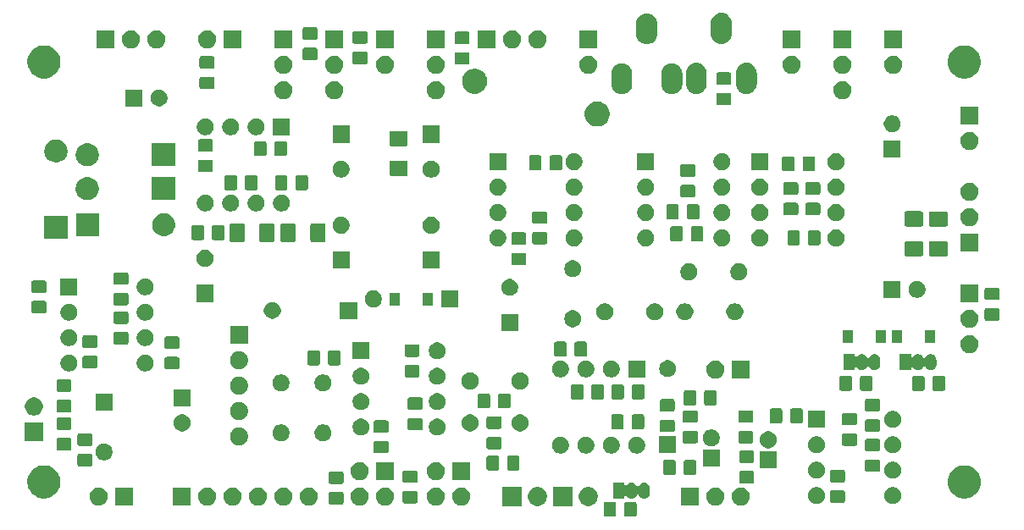
<source format=gbr>
G04 #@! TF.GenerationSoftware,KiCad,Pcbnew,(5.1.5)-3*
G04 #@! TF.CreationDate,2020-02-19T23:56:15-05:00*
G04 #@! TF.ProjectId,Preamplifier,50726561-6d70-46c6-9966-6965722e6b69,rev?*
G04 #@! TF.SameCoordinates,Original*
G04 #@! TF.FileFunction,Soldermask,Bot*
G04 #@! TF.FilePolarity,Negative*
%FSLAX46Y46*%
G04 Gerber Fmt 4.6, Leading zero omitted, Abs format (unit mm)*
G04 Created by KiCad (PCBNEW (5.1.5)-3) date 2020-02-19 23:56:15*
%MOMM*%
%LPD*%
G04 APERTURE LIST*
%ADD10C,0.100000*%
G04 APERTURE END LIST*
D10*
G36*
X63088674Y-98003465D02*
G01*
X63126367Y-98014899D01*
X63161103Y-98033466D01*
X63191548Y-98058452D01*
X63216534Y-98088897D01*
X63235101Y-98123633D01*
X63246535Y-98161326D01*
X63251000Y-98206661D01*
X63251000Y-99293339D01*
X63246535Y-99338674D01*
X63235101Y-99376367D01*
X63216534Y-99411103D01*
X63191548Y-99441548D01*
X63161103Y-99466534D01*
X63126367Y-99485101D01*
X63088674Y-99496535D01*
X63043339Y-99501000D01*
X62206661Y-99501000D01*
X62161326Y-99496535D01*
X62123633Y-99485101D01*
X62088897Y-99466534D01*
X62058452Y-99441548D01*
X62033466Y-99411103D01*
X62014899Y-99376367D01*
X62003465Y-99338674D01*
X61999000Y-99293339D01*
X61999000Y-98206661D01*
X62003465Y-98161326D01*
X62014899Y-98123633D01*
X62033466Y-98088897D01*
X62058452Y-98058452D01*
X62088897Y-98033466D01*
X62123633Y-98014899D01*
X62161326Y-98003465D01*
X62206661Y-97999000D01*
X63043339Y-97999000D01*
X63088674Y-98003465D01*
G37*
G36*
X61038674Y-98003465D02*
G01*
X61076367Y-98014899D01*
X61111103Y-98033466D01*
X61141548Y-98058452D01*
X61166534Y-98088897D01*
X61185101Y-98123633D01*
X61196535Y-98161326D01*
X61201000Y-98206661D01*
X61201000Y-99293339D01*
X61196535Y-99338674D01*
X61185101Y-99376367D01*
X61166534Y-99411103D01*
X61141548Y-99441548D01*
X61111103Y-99466534D01*
X61076367Y-99485101D01*
X61038674Y-99496535D01*
X60993339Y-99501000D01*
X60156661Y-99501000D01*
X60111326Y-99496535D01*
X60073633Y-99485101D01*
X60038897Y-99466534D01*
X60008452Y-99441548D01*
X59983466Y-99411103D01*
X59964899Y-99376367D01*
X59953465Y-99338674D01*
X59949000Y-99293339D01*
X59949000Y-98206661D01*
X59953465Y-98161326D01*
X59964899Y-98123633D01*
X59983466Y-98088897D01*
X60008452Y-98058452D01*
X60038897Y-98033466D01*
X60073633Y-98014899D01*
X60111326Y-98003465D01*
X60156661Y-97999000D01*
X60993339Y-97999000D01*
X61038674Y-98003465D01*
G37*
G36*
X53617395Y-96545546D02*
G01*
X53790466Y-96617234D01*
X53790467Y-96617235D01*
X53946227Y-96721310D01*
X54078690Y-96853773D01*
X54111893Y-96903465D01*
X54182766Y-97009534D01*
X54254454Y-97182605D01*
X54291000Y-97366333D01*
X54291000Y-97553667D01*
X54254454Y-97737395D01*
X54182766Y-97910466D01*
X54163918Y-97938674D01*
X54078690Y-98066227D01*
X53946227Y-98198690D01*
X53898946Y-98230282D01*
X53790466Y-98302766D01*
X53617395Y-98374454D01*
X53433667Y-98411000D01*
X53246333Y-98411000D01*
X53062605Y-98374454D01*
X52889534Y-98302766D01*
X52781054Y-98230282D01*
X52733773Y-98198690D01*
X52601310Y-98066227D01*
X52516082Y-97938674D01*
X52497234Y-97910466D01*
X52425546Y-97737395D01*
X52389000Y-97553667D01*
X52389000Y-97366333D01*
X52425546Y-97182605D01*
X52497234Y-97009534D01*
X52568107Y-96903465D01*
X52601310Y-96853773D01*
X52733773Y-96721310D01*
X52889533Y-96617235D01*
X52889534Y-96617234D01*
X53062605Y-96545546D01*
X53246333Y-96509000D01*
X53433667Y-96509000D01*
X53617395Y-96545546D01*
G37*
G36*
X51751000Y-98411000D02*
G01*
X49849000Y-98411000D01*
X49849000Y-96509000D01*
X51751000Y-96509000D01*
X51751000Y-98411000D01*
G37*
G36*
X58697395Y-96545546D02*
G01*
X58870466Y-96617234D01*
X58870467Y-96617235D01*
X59026227Y-96721310D01*
X59158690Y-96853773D01*
X59191893Y-96903465D01*
X59262766Y-97009534D01*
X59334454Y-97182605D01*
X59371000Y-97366333D01*
X59371000Y-97553667D01*
X59334454Y-97737395D01*
X59262766Y-97910466D01*
X59243918Y-97938674D01*
X59158690Y-98066227D01*
X59026227Y-98198690D01*
X58978946Y-98230282D01*
X58870466Y-98302766D01*
X58697395Y-98374454D01*
X58513667Y-98411000D01*
X58326333Y-98411000D01*
X58142605Y-98374454D01*
X57969534Y-98302766D01*
X57861054Y-98230282D01*
X57813773Y-98198690D01*
X57681310Y-98066227D01*
X57596082Y-97938674D01*
X57577234Y-97910466D01*
X57505546Y-97737395D01*
X57469000Y-97553667D01*
X57469000Y-97366333D01*
X57505546Y-97182605D01*
X57577234Y-97009534D01*
X57648107Y-96903465D01*
X57681310Y-96853773D01*
X57813773Y-96721310D01*
X57969533Y-96617235D01*
X57969534Y-96617234D01*
X58142605Y-96545546D01*
X58326333Y-96509000D01*
X58513667Y-96509000D01*
X58697395Y-96545546D01*
G37*
G36*
X56831000Y-98411000D02*
G01*
X54929000Y-98411000D01*
X54929000Y-96509000D01*
X56831000Y-96509000D01*
X56831000Y-98411000D01*
G37*
G36*
X45833512Y-96563927D02*
G01*
X45982812Y-96593624D01*
X46146784Y-96661544D01*
X46294354Y-96760147D01*
X46419853Y-96885646D01*
X46518456Y-97033216D01*
X46586376Y-97197188D01*
X46616073Y-97346488D01*
X46620162Y-97367043D01*
X46621000Y-97371259D01*
X46621000Y-97548741D01*
X46586376Y-97722812D01*
X46518456Y-97886784D01*
X46419853Y-98034354D01*
X46294354Y-98159853D01*
X46146784Y-98258456D01*
X45982812Y-98326376D01*
X45833512Y-98356073D01*
X45808742Y-98361000D01*
X45631258Y-98361000D01*
X45606488Y-98356073D01*
X45457188Y-98326376D01*
X45293216Y-98258456D01*
X45145646Y-98159853D01*
X45020147Y-98034354D01*
X44921544Y-97886784D01*
X44853624Y-97722812D01*
X44819000Y-97548741D01*
X44819000Y-97371259D01*
X44819839Y-97367043D01*
X44823927Y-97346488D01*
X44853624Y-97197188D01*
X44921544Y-97033216D01*
X45020147Y-96885646D01*
X45145646Y-96760147D01*
X45293216Y-96661544D01*
X45457188Y-96593624D01*
X45606488Y-96563927D01*
X45631258Y-96559000D01*
X45808742Y-96559000D01*
X45833512Y-96563927D01*
G37*
G36*
X43293512Y-96563927D02*
G01*
X43442812Y-96593624D01*
X43606784Y-96661544D01*
X43754354Y-96760147D01*
X43879853Y-96885646D01*
X43978456Y-97033216D01*
X44046376Y-97197188D01*
X44076073Y-97346488D01*
X44080162Y-97367043D01*
X44081000Y-97371259D01*
X44081000Y-97548741D01*
X44046376Y-97722812D01*
X43978456Y-97886784D01*
X43879853Y-98034354D01*
X43754354Y-98159853D01*
X43606784Y-98258456D01*
X43442812Y-98326376D01*
X43293512Y-98356073D01*
X43268742Y-98361000D01*
X43091258Y-98361000D01*
X43066488Y-98356073D01*
X42917188Y-98326376D01*
X42753216Y-98258456D01*
X42605646Y-98159853D01*
X42480147Y-98034354D01*
X42381544Y-97886784D01*
X42313624Y-97722812D01*
X42279000Y-97548741D01*
X42279000Y-97371259D01*
X42279839Y-97367043D01*
X42283927Y-97346488D01*
X42313624Y-97197188D01*
X42381544Y-97033216D01*
X42480147Y-96885646D01*
X42605646Y-96760147D01*
X42753216Y-96661544D01*
X42917188Y-96593624D01*
X43066488Y-96563927D01*
X43091258Y-96559000D01*
X43268742Y-96559000D01*
X43293512Y-96563927D01*
G37*
G36*
X12901000Y-98361000D02*
G01*
X11099000Y-98361000D01*
X11099000Y-96559000D01*
X12901000Y-96559000D01*
X12901000Y-98361000D01*
G37*
G36*
X9573512Y-96563927D02*
G01*
X9722812Y-96593624D01*
X9886784Y-96661544D01*
X10034354Y-96760147D01*
X10159853Y-96885646D01*
X10258456Y-97033216D01*
X10326376Y-97197188D01*
X10356073Y-97346488D01*
X10360162Y-97367043D01*
X10361000Y-97371259D01*
X10361000Y-97548741D01*
X10326376Y-97722812D01*
X10258456Y-97886784D01*
X10159853Y-98034354D01*
X10034354Y-98159853D01*
X9886784Y-98258456D01*
X9722812Y-98326376D01*
X9573512Y-98356073D01*
X9548742Y-98361000D01*
X9371258Y-98361000D01*
X9346488Y-98356073D01*
X9197188Y-98326376D01*
X9033216Y-98258456D01*
X8885646Y-98159853D01*
X8760147Y-98034354D01*
X8661544Y-97886784D01*
X8593624Y-97722812D01*
X8559000Y-97548741D01*
X8559000Y-97371259D01*
X8559839Y-97367043D01*
X8563927Y-97346488D01*
X8593624Y-97197188D01*
X8661544Y-97033216D01*
X8760147Y-96885646D01*
X8885646Y-96760147D01*
X9033216Y-96661544D01*
X9197188Y-96593624D01*
X9346488Y-96563927D01*
X9371258Y-96559000D01*
X9548742Y-96559000D01*
X9573512Y-96563927D01*
G37*
G36*
X38213512Y-96563927D02*
G01*
X38362812Y-96593624D01*
X38526784Y-96661544D01*
X38674354Y-96760147D01*
X38799853Y-96885646D01*
X38898456Y-97033216D01*
X38966376Y-97197188D01*
X38996073Y-97346488D01*
X39000162Y-97367043D01*
X39001000Y-97371259D01*
X39001000Y-97548741D01*
X38966376Y-97722812D01*
X38898456Y-97886784D01*
X38799853Y-98034354D01*
X38674354Y-98159853D01*
X38526784Y-98258456D01*
X38362812Y-98326376D01*
X38213512Y-98356073D01*
X38188742Y-98361000D01*
X38011258Y-98361000D01*
X37986488Y-98356073D01*
X37837188Y-98326376D01*
X37673216Y-98258456D01*
X37525646Y-98159853D01*
X37400147Y-98034354D01*
X37301544Y-97886784D01*
X37233624Y-97722812D01*
X37199000Y-97548741D01*
X37199000Y-97371259D01*
X37199839Y-97367043D01*
X37203927Y-97346488D01*
X37233624Y-97197188D01*
X37301544Y-97033216D01*
X37400147Y-96885646D01*
X37525646Y-96760147D01*
X37673216Y-96661544D01*
X37837188Y-96593624D01*
X37986488Y-96563927D01*
X38011258Y-96559000D01*
X38188742Y-96559000D01*
X38213512Y-96563927D01*
G37*
G36*
X35673512Y-96563927D02*
G01*
X35822812Y-96593624D01*
X35986784Y-96661544D01*
X36134354Y-96760147D01*
X36259853Y-96885646D01*
X36358456Y-97033216D01*
X36426376Y-97197188D01*
X36456073Y-97346488D01*
X36460162Y-97367043D01*
X36461000Y-97371259D01*
X36461000Y-97548741D01*
X36426376Y-97722812D01*
X36358456Y-97886784D01*
X36259853Y-98034354D01*
X36134354Y-98159853D01*
X35986784Y-98258456D01*
X35822812Y-98326376D01*
X35673512Y-98356073D01*
X35648742Y-98361000D01*
X35471258Y-98361000D01*
X35446488Y-98356073D01*
X35297188Y-98326376D01*
X35133216Y-98258456D01*
X34985646Y-98159853D01*
X34860147Y-98034354D01*
X34761544Y-97886784D01*
X34693624Y-97722812D01*
X34659000Y-97548741D01*
X34659000Y-97371259D01*
X34659839Y-97367043D01*
X34663927Y-97346488D01*
X34693624Y-97197188D01*
X34761544Y-97033216D01*
X34860147Y-96885646D01*
X34985646Y-96760147D01*
X35133216Y-96661544D01*
X35297188Y-96593624D01*
X35446488Y-96563927D01*
X35471258Y-96559000D01*
X35648742Y-96559000D01*
X35673512Y-96563927D01*
G37*
G36*
X69481000Y-98361000D02*
G01*
X67679000Y-98361000D01*
X67679000Y-96559000D01*
X69481000Y-96559000D01*
X69481000Y-98361000D01*
G37*
G36*
X71233512Y-96563927D02*
G01*
X71382812Y-96593624D01*
X71546784Y-96661544D01*
X71694354Y-96760147D01*
X71819853Y-96885646D01*
X71918456Y-97033216D01*
X71986376Y-97197188D01*
X72016073Y-97346488D01*
X72020162Y-97367043D01*
X72021000Y-97371259D01*
X72021000Y-97548741D01*
X71986376Y-97722812D01*
X71918456Y-97886784D01*
X71819853Y-98034354D01*
X71694354Y-98159853D01*
X71546784Y-98258456D01*
X71382812Y-98326376D01*
X71233512Y-98356073D01*
X71208742Y-98361000D01*
X71031258Y-98361000D01*
X71006488Y-98356073D01*
X70857188Y-98326376D01*
X70693216Y-98258456D01*
X70545646Y-98159853D01*
X70420147Y-98034354D01*
X70321544Y-97886784D01*
X70253624Y-97722812D01*
X70219000Y-97548741D01*
X70219000Y-97371259D01*
X70219839Y-97367043D01*
X70223927Y-97346488D01*
X70253624Y-97197188D01*
X70321544Y-97033216D01*
X70420147Y-96885646D01*
X70545646Y-96760147D01*
X70693216Y-96661544D01*
X70857188Y-96593624D01*
X71006488Y-96563927D01*
X71031258Y-96559000D01*
X71208742Y-96559000D01*
X71233512Y-96563927D01*
G37*
G36*
X30593512Y-96563927D02*
G01*
X30742812Y-96593624D01*
X30906784Y-96661544D01*
X31054354Y-96760147D01*
X31179853Y-96885646D01*
X31278456Y-97033216D01*
X31346376Y-97197188D01*
X31376073Y-97346488D01*
X31380162Y-97367043D01*
X31381000Y-97371259D01*
X31381000Y-97548741D01*
X31346376Y-97722812D01*
X31278456Y-97886784D01*
X31179853Y-98034354D01*
X31054354Y-98159853D01*
X30906784Y-98258456D01*
X30742812Y-98326376D01*
X30593512Y-98356073D01*
X30568742Y-98361000D01*
X30391258Y-98361000D01*
X30366488Y-98356073D01*
X30217188Y-98326376D01*
X30053216Y-98258456D01*
X29905646Y-98159853D01*
X29780147Y-98034354D01*
X29681544Y-97886784D01*
X29613624Y-97722812D01*
X29579000Y-97548741D01*
X29579000Y-97371259D01*
X29579839Y-97367043D01*
X29583927Y-97346488D01*
X29613624Y-97197188D01*
X29681544Y-97033216D01*
X29780147Y-96885646D01*
X29905646Y-96760147D01*
X30053216Y-96661544D01*
X30217188Y-96593624D01*
X30366488Y-96563927D01*
X30391258Y-96559000D01*
X30568742Y-96559000D01*
X30593512Y-96563927D01*
G37*
G36*
X73773512Y-96563927D02*
G01*
X73922812Y-96593624D01*
X74086784Y-96661544D01*
X74234354Y-96760147D01*
X74359853Y-96885646D01*
X74458456Y-97033216D01*
X74526376Y-97197188D01*
X74556073Y-97346488D01*
X74560162Y-97367043D01*
X74561000Y-97371259D01*
X74561000Y-97548741D01*
X74526376Y-97722812D01*
X74458456Y-97886784D01*
X74359853Y-98034354D01*
X74234354Y-98159853D01*
X74086784Y-98258456D01*
X73922812Y-98326376D01*
X73773512Y-98356073D01*
X73748742Y-98361000D01*
X73571258Y-98361000D01*
X73546488Y-98356073D01*
X73397188Y-98326376D01*
X73233216Y-98258456D01*
X73085646Y-98159853D01*
X72960147Y-98034354D01*
X72861544Y-97886784D01*
X72793624Y-97722812D01*
X72759000Y-97548741D01*
X72759000Y-97371259D01*
X72759839Y-97367043D01*
X72763927Y-97346488D01*
X72793624Y-97197188D01*
X72861544Y-97033216D01*
X72960147Y-96885646D01*
X73085646Y-96760147D01*
X73233216Y-96661544D01*
X73397188Y-96593624D01*
X73546488Y-96563927D01*
X73571258Y-96559000D01*
X73748742Y-96559000D01*
X73773512Y-96563927D01*
G37*
G36*
X18681000Y-98361000D02*
G01*
X16879000Y-98361000D01*
X16879000Y-96559000D01*
X18681000Y-96559000D01*
X18681000Y-98361000D01*
G37*
G36*
X20433512Y-96563927D02*
G01*
X20582812Y-96593624D01*
X20746784Y-96661544D01*
X20894354Y-96760147D01*
X21019853Y-96885646D01*
X21118456Y-97033216D01*
X21186376Y-97197188D01*
X21216073Y-97346488D01*
X21220162Y-97367043D01*
X21221000Y-97371259D01*
X21221000Y-97548741D01*
X21186376Y-97722812D01*
X21118456Y-97886784D01*
X21019853Y-98034354D01*
X20894354Y-98159853D01*
X20746784Y-98258456D01*
X20582812Y-98326376D01*
X20433512Y-98356073D01*
X20408742Y-98361000D01*
X20231258Y-98361000D01*
X20206488Y-98356073D01*
X20057188Y-98326376D01*
X19893216Y-98258456D01*
X19745646Y-98159853D01*
X19620147Y-98034354D01*
X19521544Y-97886784D01*
X19453624Y-97722812D01*
X19419000Y-97548741D01*
X19419000Y-97371259D01*
X19419839Y-97367043D01*
X19423927Y-97346488D01*
X19453624Y-97197188D01*
X19521544Y-97033216D01*
X19620147Y-96885646D01*
X19745646Y-96760147D01*
X19893216Y-96661544D01*
X20057188Y-96593624D01*
X20206488Y-96563927D01*
X20231258Y-96559000D01*
X20408742Y-96559000D01*
X20433512Y-96563927D01*
G37*
G36*
X22973512Y-96563927D02*
G01*
X23122812Y-96593624D01*
X23286784Y-96661544D01*
X23434354Y-96760147D01*
X23559853Y-96885646D01*
X23658456Y-97033216D01*
X23726376Y-97197188D01*
X23756073Y-97346488D01*
X23760162Y-97367043D01*
X23761000Y-97371259D01*
X23761000Y-97548741D01*
X23726376Y-97722812D01*
X23658456Y-97886784D01*
X23559853Y-98034354D01*
X23434354Y-98159853D01*
X23286784Y-98258456D01*
X23122812Y-98326376D01*
X22973512Y-98356073D01*
X22948742Y-98361000D01*
X22771258Y-98361000D01*
X22746488Y-98356073D01*
X22597188Y-98326376D01*
X22433216Y-98258456D01*
X22285646Y-98159853D01*
X22160147Y-98034354D01*
X22061544Y-97886784D01*
X21993624Y-97722812D01*
X21959000Y-97548741D01*
X21959000Y-97371259D01*
X21959839Y-97367043D01*
X21963927Y-97346488D01*
X21993624Y-97197188D01*
X22061544Y-97033216D01*
X22160147Y-96885646D01*
X22285646Y-96760147D01*
X22433216Y-96661544D01*
X22597188Y-96593624D01*
X22746488Y-96563927D01*
X22771258Y-96559000D01*
X22948742Y-96559000D01*
X22973512Y-96563927D01*
G37*
G36*
X25513512Y-96563927D02*
G01*
X25662812Y-96593624D01*
X25826784Y-96661544D01*
X25974354Y-96760147D01*
X26099853Y-96885646D01*
X26198456Y-97033216D01*
X26266376Y-97197188D01*
X26296073Y-97346488D01*
X26300162Y-97367043D01*
X26301000Y-97371259D01*
X26301000Y-97548741D01*
X26266376Y-97722812D01*
X26198456Y-97886784D01*
X26099853Y-98034354D01*
X25974354Y-98159853D01*
X25826784Y-98258456D01*
X25662812Y-98326376D01*
X25513512Y-98356073D01*
X25488742Y-98361000D01*
X25311258Y-98361000D01*
X25286488Y-98356073D01*
X25137188Y-98326376D01*
X24973216Y-98258456D01*
X24825646Y-98159853D01*
X24700147Y-98034354D01*
X24601544Y-97886784D01*
X24533624Y-97722812D01*
X24499000Y-97548741D01*
X24499000Y-97371259D01*
X24499839Y-97367043D01*
X24503927Y-97346488D01*
X24533624Y-97197188D01*
X24601544Y-97033216D01*
X24700147Y-96885646D01*
X24825646Y-96760147D01*
X24973216Y-96661544D01*
X25137188Y-96593624D01*
X25286488Y-96563927D01*
X25311258Y-96559000D01*
X25488742Y-96559000D01*
X25513512Y-96563927D01*
G37*
G36*
X28053512Y-96563927D02*
G01*
X28202812Y-96593624D01*
X28366784Y-96661544D01*
X28514354Y-96760147D01*
X28639853Y-96885646D01*
X28738456Y-97033216D01*
X28806376Y-97197188D01*
X28836073Y-97346488D01*
X28840162Y-97367043D01*
X28841000Y-97371259D01*
X28841000Y-97548741D01*
X28806376Y-97722812D01*
X28738456Y-97886784D01*
X28639853Y-98034354D01*
X28514354Y-98159853D01*
X28366784Y-98258456D01*
X28202812Y-98326376D01*
X28053512Y-98356073D01*
X28028742Y-98361000D01*
X27851258Y-98361000D01*
X27826488Y-98356073D01*
X27677188Y-98326376D01*
X27513216Y-98258456D01*
X27365646Y-98159853D01*
X27240147Y-98034354D01*
X27141544Y-97886784D01*
X27073624Y-97722812D01*
X27039000Y-97548741D01*
X27039000Y-97371259D01*
X27039839Y-97367043D01*
X27043927Y-97346488D01*
X27073624Y-97197188D01*
X27141544Y-97033216D01*
X27240147Y-96885646D01*
X27365646Y-96760147D01*
X27513216Y-96661544D01*
X27677188Y-96593624D01*
X27826488Y-96563927D01*
X27851258Y-96559000D01*
X28028742Y-96559000D01*
X28053512Y-96563927D01*
G37*
G36*
X33788674Y-97003465D02*
G01*
X33826367Y-97014899D01*
X33861103Y-97033466D01*
X33891548Y-97058452D01*
X33916534Y-97088897D01*
X33935101Y-97123633D01*
X33946535Y-97161326D01*
X33951000Y-97206661D01*
X33951000Y-98043339D01*
X33946535Y-98088674D01*
X33935101Y-98126367D01*
X33916534Y-98161103D01*
X33891548Y-98191548D01*
X33861103Y-98216534D01*
X33826367Y-98235101D01*
X33788674Y-98246535D01*
X33743339Y-98251000D01*
X32656661Y-98251000D01*
X32611326Y-98246535D01*
X32573633Y-98235101D01*
X32538897Y-98216534D01*
X32508452Y-98191548D01*
X32483466Y-98161103D01*
X32464899Y-98126367D01*
X32453465Y-98088674D01*
X32449000Y-98043339D01*
X32449000Y-97206661D01*
X32453465Y-97161326D01*
X32464899Y-97123633D01*
X32483466Y-97088897D01*
X32508452Y-97058452D01*
X32538897Y-97033466D01*
X32573633Y-97014899D01*
X32611326Y-97003465D01*
X32656661Y-96999000D01*
X33743339Y-96999000D01*
X33788674Y-97003465D01*
G37*
G36*
X89093228Y-96551703D02*
G01*
X89248100Y-96615853D01*
X89387481Y-96708985D01*
X89506015Y-96827519D01*
X89599147Y-96966900D01*
X89663297Y-97121772D01*
X89696000Y-97286184D01*
X89696000Y-97453816D01*
X89663297Y-97618228D01*
X89599147Y-97773100D01*
X89506015Y-97912481D01*
X89387481Y-98031015D01*
X89248100Y-98124147D01*
X89093228Y-98188297D01*
X88928816Y-98221000D01*
X88761184Y-98221000D01*
X88596772Y-98188297D01*
X88441900Y-98124147D01*
X88302519Y-98031015D01*
X88183985Y-97912481D01*
X88090853Y-97773100D01*
X88026703Y-97618228D01*
X87994000Y-97453816D01*
X87994000Y-97286184D01*
X88026703Y-97121772D01*
X88090853Y-96966900D01*
X88183985Y-96827519D01*
X88302519Y-96708985D01*
X88441900Y-96615853D01*
X88596772Y-96551703D01*
X88761184Y-96519000D01*
X88928816Y-96519000D01*
X89093228Y-96551703D01*
G37*
G36*
X81473228Y-96551703D02*
G01*
X81628100Y-96615853D01*
X81767481Y-96708985D01*
X81886015Y-96827519D01*
X81979147Y-96966900D01*
X82043297Y-97121772D01*
X82076000Y-97286184D01*
X82076000Y-97453816D01*
X82043297Y-97618228D01*
X81979147Y-97773100D01*
X81886015Y-97912481D01*
X81767481Y-98031015D01*
X81628100Y-98124147D01*
X81473228Y-98188297D01*
X81308816Y-98221000D01*
X81141184Y-98221000D01*
X80976772Y-98188297D01*
X80821900Y-98124147D01*
X80682519Y-98031015D01*
X80563985Y-97912481D01*
X80470853Y-97773100D01*
X80406703Y-97618228D01*
X80374000Y-97453816D01*
X80374000Y-97286184D01*
X80406703Y-97121772D01*
X80470853Y-96966900D01*
X80563985Y-96827519D01*
X80682519Y-96708985D01*
X80821900Y-96615853D01*
X80976772Y-96551703D01*
X81141184Y-96519000D01*
X81308816Y-96519000D01*
X81473228Y-96551703D01*
G37*
G36*
X41188674Y-96903465D02*
G01*
X41226367Y-96914899D01*
X41261103Y-96933466D01*
X41291548Y-96958452D01*
X41316534Y-96988897D01*
X41335101Y-97023633D01*
X41346535Y-97061326D01*
X41351000Y-97106661D01*
X41351000Y-97943339D01*
X41346535Y-97988674D01*
X41335101Y-98026367D01*
X41316534Y-98061103D01*
X41291548Y-98091548D01*
X41261103Y-98116534D01*
X41226367Y-98135101D01*
X41188674Y-98146535D01*
X41143339Y-98151000D01*
X40056661Y-98151000D01*
X40011326Y-98146535D01*
X39973633Y-98135101D01*
X39938897Y-98116534D01*
X39908452Y-98091548D01*
X39883466Y-98061103D01*
X39864899Y-98026367D01*
X39853465Y-97988674D01*
X39849000Y-97943339D01*
X39849000Y-97106661D01*
X39853465Y-97061326D01*
X39864899Y-97023633D01*
X39883466Y-96988897D01*
X39908452Y-96958452D01*
X39938897Y-96933466D01*
X39973633Y-96914899D01*
X40011326Y-96903465D01*
X40056661Y-96899000D01*
X41143339Y-96899000D01*
X41188674Y-96903465D01*
G37*
G36*
X83913674Y-96853465D02*
G01*
X83951367Y-96864899D01*
X83986103Y-96883466D01*
X84016548Y-96908452D01*
X84041534Y-96938897D01*
X84060101Y-96973633D01*
X84071535Y-97011326D01*
X84076000Y-97056661D01*
X84076000Y-97893339D01*
X84071535Y-97938674D01*
X84060101Y-97976367D01*
X84041534Y-98011103D01*
X84016548Y-98041548D01*
X83986103Y-98066534D01*
X83951367Y-98085101D01*
X83913674Y-98096535D01*
X83868339Y-98101000D01*
X82781661Y-98101000D01*
X82736326Y-98096535D01*
X82698633Y-98085101D01*
X82663897Y-98066534D01*
X82633452Y-98041548D01*
X82608466Y-98011103D01*
X82589899Y-97976367D01*
X82578465Y-97938674D01*
X82574000Y-97893339D01*
X82574000Y-97056661D01*
X82578465Y-97011326D01*
X82589899Y-96973633D01*
X82608466Y-96938897D01*
X82633452Y-96908452D01*
X82663897Y-96883466D01*
X82698633Y-96864899D01*
X82736326Y-96853465D01*
X82781661Y-96849000D01*
X83868339Y-96849000D01*
X83913674Y-96853465D01*
G37*
G36*
X64102915Y-96057334D02*
G01*
X64211491Y-96090271D01*
X64211494Y-96090272D01*
X64231564Y-96101000D01*
X64311556Y-96143756D01*
X64399264Y-96215736D01*
X64471244Y-96303443D01*
X64505429Y-96367399D01*
X64524728Y-96403505D01*
X64524729Y-96403508D01*
X64557666Y-96512084D01*
X64566000Y-96596702D01*
X64566000Y-97103297D01*
X64557666Y-97187916D01*
X64525252Y-97294767D01*
X64524728Y-97296495D01*
X64514761Y-97315141D01*
X64471244Y-97396557D01*
X64399264Y-97484264D01*
X64311557Y-97556244D01*
X64252981Y-97587553D01*
X64211495Y-97609728D01*
X64211492Y-97609729D01*
X64102916Y-97642666D01*
X63990000Y-97653787D01*
X63877085Y-97642666D01*
X63768509Y-97609729D01*
X63768506Y-97609728D01*
X63727020Y-97587553D01*
X63668444Y-97556244D01*
X63580737Y-97484264D01*
X63508757Y-97396557D01*
X63465239Y-97315141D01*
X63451625Y-97294766D01*
X63434298Y-97277439D01*
X63413924Y-97263826D01*
X63391285Y-97254448D01*
X63367252Y-97249668D01*
X63342748Y-97249668D01*
X63318715Y-97254448D01*
X63296076Y-97263826D01*
X63275701Y-97277440D01*
X63258374Y-97294767D01*
X63244761Y-97315141D01*
X63201244Y-97396557D01*
X63129264Y-97484264D01*
X63041557Y-97556244D01*
X62982981Y-97587553D01*
X62941495Y-97609728D01*
X62941492Y-97609729D01*
X62832916Y-97642666D01*
X62720000Y-97653787D01*
X62607085Y-97642666D01*
X62498509Y-97609729D01*
X62498506Y-97609728D01*
X62457020Y-97587553D01*
X62398444Y-97556244D01*
X62310737Y-97484264D01*
X62247622Y-97407359D01*
X62230297Y-97390034D01*
X62209923Y-97376420D01*
X62187284Y-97367043D01*
X62163250Y-97362263D01*
X62138746Y-97362263D01*
X62114713Y-97367044D01*
X62092074Y-97376421D01*
X62071700Y-97390035D01*
X62054373Y-97407362D01*
X62040759Y-97427736D01*
X62031382Y-97450375D01*
X62026000Y-97486660D01*
X62026000Y-97651000D01*
X60874000Y-97651000D01*
X60874000Y-96049000D01*
X62026000Y-96049000D01*
X62026000Y-96213341D01*
X62028402Y-96237727D01*
X62035515Y-96261176D01*
X62047066Y-96282787D01*
X62062611Y-96301729D01*
X62081553Y-96317274D01*
X62103164Y-96328825D01*
X62126613Y-96335938D01*
X62150999Y-96338340D01*
X62175385Y-96335938D01*
X62198834Y-96328825D01*
X62220445Y-96317274D01*
X62239387Y-96301729D01*
X62247608Y-96292657D01*
X62310736Y-96215736D01*
X62398443Y-96143756D01*
X62478435Y-96101000D01*
X62498505Y-96090272D01*
X62498508Y-96090271D01*
X62607084Y-96057334D01*
X62720000Y-96046213D01*
X62832915Y-96057334D01*
X62941491Y-96090271D01*
X62941494Y-96090272D01*
X62961564Y-96101000D01*
X63041556Y-96143756D01*
X63129264Y-96215736D01*
X63201244Y-96303443D01*
X63244761Y-96384859D01*
X63258375Y-96405234D01*
X63275702Y-96422561D01*
X63296076Y-96436174D01*
X63318715Y-96445552D01*
X63342748Y-96450332D01*
X63367252Y-96450332D01*
X63391285Y-96445552D01*
X63413924Y-96436174D01*
X63434299Y-96422560D01*
X63451626Y-96405233D01*
X63465239Y-96384860D01*
X63508756Y-96303444D01*
X63580736Y-96215736D01*
X63668443Y-96143756D01*
X63748435Y-96101000D01*
X63768505Y-96090272D01*
X63768508Y-96090271D01*
X63877084Y-96057334D01*
X63990000Y-96046213D01*
X64102915Y-96057334D01*
G37*
G36*
X96375256Y-94391298D02*
G01*
X96481579Y-94412447D01*
X96782042Y-94536903D01*
X97052451Y-94717585D01*
X97282415Y-94947549D01*
X97463097Y-95217958D01*
X97463098Y-95217960D01*
X97490909Y-95285101D01*
X97577584Y-95494353D01*
X97587553Y-95518422D01*
X97651000Y-95837389D01*
X97651000Y-96162611D01*
X97622986Y-96303444D01*
X97587553Y-96481579D01*
X97558506Y-96551705D01*
X97488254Y-96721309D01*
X97463097Y-96782042D01*
X97282415Y-97052451D01*
X97052451Y-97282415D01*
X96782042Y-97463097D01*
X96782041Y-97463098D01*
X96782040Y-97463098D01*
X96725156Y-97486660D01*
X96481579Y-97587553D01*
X96375256Y-97608702D01*
X96162611Y-97651000D01*
X95837389Y-97651000D01*
X95624744Y-97608702D01*
X95518421Y-97587553D01*
X95274844Y-97486660D01*
X95217960Y-97463098D01*
X95217959Y-97463098D01*
X95217958Y-97463097D01*
X94947549Y-97282415D01*
X94717585Y-97052451D01*
X94536903Y-96782042D01*
X94511747Y-96721309D01*
X94441494Y-96551705D01*
X94412447Y-96481579D01*
X94377014Y-96303444D01*
X94349000Y-96162611D01*
X94349000Y-95837389D01*
X94412447Y-95518422D01*
X94422417Y-95494353D01*
X94509091Y-95285101D01*
X94536902Y-95217960D01*
X94536903Y-95217958D01*
X94717585Y-94947549D01*
X94947549Y-94717585D01*
X95217958Y-94536903D01*
X95518421Y-94412447D01*
X95624744Y-94391298D01*
X95837389Y-94349000D01*
X96162611Y-94349000D01*
X96375256Y-94391298D01*
G37*
G36*
X4375256Y-94391298D02*
G01*
X4481579Y-94412447D01*
X4782042Y-94536903D01*
X5052451Y-94717585D01*
X5282415Y-94947549D01*
X5463097Y-95217958D01*
X5463098Y-95217960D01*
X5490909Y-95285101D01*
X5577584Y-95494353D01*
X5587553Y-95518422D01*
X5651000Y-95837389D01*
X5651000Y-96162611D01*
X5622986Y-96303444D01*
X5587553Y-96481579D01*
X5558506Y-96551705D01*
X5488254Y-96721309D01*
X5463097Y-96782042D01*
X5282415Y-97052451D01*
X5052451Y-97282415D01*
X4782042Y-97463097D01*
X4782041Y-97463098D01*
X4782040Y-97463098D01*
X4725156Y-97486660D01*
X4481579Y-97587553D01*
X4375256Y-97608702D01*
X4162611Y-97651000D01*
X3837389Y-97651000D01*
X3624744Y-97608702D01*
X3518421Y-97587553D01*
X3274844Y-97486660D01*
X3217960Y-97463098D01*
X3217959Y-97463098D01*
X3217958Y-97463097D01*
X2947549Y-97282415D01*
X2717585Y-97052451D01*
X2536903Y-96782042D01*
X2511747Y-96721309D01*
X2441494Y-96551705D01*
X2412447Y-96481579D01*
X2377014Y-96303444D01*
X2349000Y-96162611D01*
X2349000Y-95837389D01*
X2412447Y-95518422D01*
X2422417Y-95494353D01*
X2509091Y-95285101D01*
X2536902Y-95217960D01*
X2536903Y-95217958D01*
X2717585Y-94947549D01*
X2947549Y-94717585D01*
X3217958Y-94536903D01*
X3518421Y-94412447D01*
X3624744Y-94391298D01*
X3837389Y-94349000D01*
X4162611Y-94349000D01*
X4375256Y-94391298D01*
G37*
G36*
X33788674Y-94953465D02*
G01*
X33826367Y-94964899D01*
X33861103Y-94983466D01*
X33891548Y-95008452D01*
X33916534Y-95038897D01*
X33935101Y-95073633D01*
X33946535Y-95111326D01*
X33951000Y-95156661D01*
X33951000Y-95993339D01*
X33946535Y-96038674D01*
X33935101Y-96076367D01*
X33916534Y-96111103D01*
X33891548Y-96141548D01*
X33861103Y-96166534D01*
X33826367Y-96185101D01*
X33788674Y-96196535D01*
X33743339Y-96201000D01*
X32656661Y-96201000D01*
X32611326Y-96196535D01*
X32573633Y-96185101D01*
X32538897Y-96166534D01*
X32508452Y-96141548D01*
X32483466Y-96111103D01*
X32464899Y-96076367D01*
X32453465Y-96038674D01*
X32449000Y-95993339D01*
X32449000Y-95156661D01*
X32453465Y-95111326D01*
X32464899Y-95073633D01*
X32483466Y-95038897D01*
X32508452Y-95008452D01*
X32538897Y-94983466D01*
X32573633Y-94964899D01*
X32611326Y-94953465D01*
X32656661Y-94949000D01*
X33743339Y-94949000D01*
X33788674Y-94953465D01*
G37*
G36*
X74838674Y-94903465D02*
G01*
X74876367Y-94914899D01*
X74911103Y-94933466D01*
X74941548Y-94958452D01*
X74966534Y-94988897D01*
X74985101Y-95023633D01*
X74996535Y-95061326D01*
X75001000Y-95106661D01*
X75001000Y-95943339D01*
X74996535Y-95988674D01*
X74985101Y-96026367D01*
X74966534Y-96061103D01*
X74941548Y-96091548D01*
X74911103Y-96116534D01*
X74876367Y-96135101D01*
X74838674Y-96146535D01*
X74793339Y-96151000D01*
X73706661Y-96151000D01*
X73661326Y-96146535D01*
X73623633Y-96135101D01*
X73588897Y-96116534D01*
X73558452Y-96091548D01*
X73533466Y-96061103D01*
X73514899Y-96026367D01*
X73503465Y-95988674D01*
X73499000Y-95943339D01*
X73499000Y-95106661D01*
X73503465Y-95061326D01*
X73514899Y-95023633D01*
X73533466Y-94988897D01*
X73558452Y-94958452D01*
X73588897Y-94933466D01*
X73623633Y-94914899D01*
X73661326Y-94903465D01*
X73706661Y-94899000D01*
X74793339Y-94899000D01*
X74838674Y-94903465D01*
G37*
G36*
X41188674Y-94853465D02*
G01*
X41226367Y-94864899D01*
X41261103Y-94883466D01*
X41291548Y-94908452D01*
X41316534Y-94938897D01*
X41335101Y-94973633D01*
X41346535Y-95011326D01*
X41351000Y-95056661D01*
X41351000Y-95893339D01*
X41346535Y-95938674D01*
X41335101Y-95976367D01*
X41316534Y-96011103D01*
X41291548Y-96041548D01*
X41261103Y-96066534D01*
X41226367Y-96085101D01*
X41188674Y-96096535D01*
X41143339Y-96101000D01*
X40056661Y-96101000D01*
X40011326Y-96096535D01*
X39973633Y-96085101D01*
X39938897Y-96066534D01*
X39908452Y-96041548D01*
X39883466Y-96011103D01*
X39864899Y-95976367D01*
X39853465Y-95938674D01*
X39849000Y-95893339D01*
X39849000Y-95056661D01*
X39853465Y-95011326D01*
X39864899Y-94973633D01*
X39883466Y-94938897D01*
X39908452Y-94908452D01*
X39938897Y-94883466D01*
X39973633Y-94864899D01*
X40011326Y-94853465D01*
X40056661Y-94849000D01*
X41143339Y-94849000D01*
X41188674Y-94853465D01*
G37*
G36*
X83913674Y-94803465D02*
G01*
X83951367Y-94814899D01*
X83986103Y-94833466D01*
X84016548Y-94858452D01*
X84041534Y-94888897D01*
X84060101Y-94923633D01*
X84071535Y-94961326D01*
X84076000Y-95006661D01*
X84076000Y-95843339D01*
X84071535Y-95888674D01*
X84060101Y-95926367D01*
X84041534Y-95961103D01*
X84016548Y-95991548D01*
X83986103Y-96016534D01*
X83951367Y-96035101D01*
X83913674Y-96046535D01*
X83868339Y-96051000D01*
X82781661Y-96051000D01*
X82736326Y-96046535D01*
X82698633Y-96035101D01*
X82663897Y-96016534D01*
X82633452Y-95991548D01*
X82608466Y-95961103D01*
X82589899Y-95926367D01*
X82578465Y-95888674D01*
X82574000Y-95843339D01*
X82574000Y-95006661D01*
X82578465Y-94961326D01*
X82589899Y-94923633D01*
X82608466Y-94888897D01*
X82633452Y-94858452D01*
X82663897Y-94833466D01*
X82698633Y-94814899D01*
X82736326Y-94803465D01*
X82781661Y-94799000D01*
X83868339Y-94799000D01*
X83913674Y-94803465D01*
G37*
G36*
X35659666Y-94021173D02*
G01*
X35822812Y-94053624D01*
X35986784Y-94121544D01*
X36134354Y-94220147D01*
X36259853Y-94345646D01*
X36358456Y-94493216D01*
X36426376Y-94657188D01*
X36444078Y-94746185D01*
X36461000Y-94831258D01*
X36461000Y-95008742D01*
X36458768Y-95019962D01*
X36426376Y-95182812D01*
X36358456Y-95346784D01*
X36259853Y-95494354D01*
X36134354Y-95619853D01*
X35986784Y-95718456D01*
X35822812Y-95786376D01*
X35673512Y-95816073D01*
X35648742Y-95821000D01*
X35471258Y-95821000D01*
X35446488Y-95816073D01*
X35297188Y-95786376D01*
X35133216Y-95718456D01*
X34985646Y-95619853D01*
X34860147Y-95494354D01*
X34761544Y-95346784D01*
X34693624Y-95182812D01*
X34661232Y-95019962D01*
X34659000Y-95008742D01*
X34659000Y-94831258D01*
X34675922Y-94746185D01*
X34693624Y-94657188D01*
X34761544Y-94493216D01*
X34860147Y-94345646D01*
X34985646Y-94220147D01*
X35133216Y-94121544D01*
X35297188Y-94053624D01*
X35460334Y-94021173D01*
X35471258Y-94019000D01*
X35648742Y-94019000D01*
X35659666Y-94021173D01*
G37*
G36*
X46621000Y-95821000D02*
G01*
X44819000Y-95821000D01*
X44819000Y-94019000D01*
X46621000Y-94019000D01*
X46621000Y-95821000D01*
G37*
G36*
X43279666Y-94021173D02*
G01*
X43442812Y-94053624D01*
X43606784Y-94121544D01*
X43754354Y-94220147D01*
X43879853Y-94345646D01*
X43978456Y-94493216D01*
X44046376Y-94657188D01*
X44064078Y-94746185D01*
X44081000Y-94831258D01*
X44081000Y-95008742D01*
X44078768Y-95019962D01*
X44046376Y-95182812D01*
X43978456Y-95346784D01*
X43879853Y-95494354D01*
X43754354Y-95619853D01*
X43606784Y-95718456D01*
X43442812Y-95786376D01*
X43293512Y-95816073D01*
X43268742Y-95821000D01*
X43091258Y-95821000D01*
X43066488Y-95816073D01*
X42917188Y-95786376D01*
X42753216Y-95718456D01*
X42605646Y-95619853D01*
X42480147Y-95494354D01*
X42381544Y-95346784D01*
X42313624Y-95182812D01*
X42281232Y-95019962D01*
X42279000Y-95008742D01*
X42279000Y-94831258D01*
X42295922Y-94746185D01*
X42313624Y-94657188D01*
X42381544Y-94493216D01*
X42480147Y-94345646D01*
X42605646Y-94220147D01*
X42753216Y-94121544D01*
X42917188Y-94053624D01*
X43080334Y-94021173D01*
X43091258Y-94019000D01*
X43268742Y-94019000D01*
X43279666Y-94021173D01*
G37*
G36*
X39001000Y-95821000D02*
G01*
X37199000Y-95821000D01*
X37199000Y-94019000D01*
X39001000Y-94019000D01*
X39001000Y-95821000D01*
G37*
G36*
X81473228Y-94011703D02*
G01*
X81628100Y-94075853D01*
X81767481Y-94168985D01*
X81886015Y-94287519D01*
X81979147Y-94426900D01*
X82043297Y-94581772D01*
X82076000Y-94746184D01*
X82076000Y-94913816D01*
X82043297Y-95078228D01*
X81979147Y-95233100D01*
X81886015Y-95372481D01*
X81767481Y-95491015D01*
X81628100Y-95584147D01*
X81473228Y-95648297D01*
X81308816Y-95681000D01*
X81141184Y-95681000D01*
X80976772Y-95648297D01*
X80821900Y-95584147D01*
X80682519Y-95491015D01*
X80563985Y-95372481D01*
X80470853Y-95233100D01*
X80406703Y-95078228D01*
X80374000Y-94913816D01*
X80374000Y-94746184D01*
X80406703Y-94581772D01*
X80470853Y-94426900D01*
X80563985Y-94287519D01*
X80682519Y-94168985D01*
X80821900Y-94075853D01*
X80976772Y-94011703D01*
X81141184Y-93979000D01*
X81308816Y-93979000D01*
X81473228Y-94011703D01*
G37*
G36*
X89093228Y-94011703D02*
G01*
X89248100Y-94075853D01*
X89387481Y-94168985D01*
X89506015Y-94287519D01*
X89599147Y-94426900D01*
X89663297Y-94581772D01*
X89696000Y-94746184D01*
X89696000Y-94913816D01*
X89663297Y-95078228D01*
X89599147Y-95233100D01*
X89506015Y-95372481D01*
X89387481Y-95491015D01*
X89248100Y-95584147D01*
X89093228Y-95648297D01*
X88928816Y-95681000D01*
X88761184Y-95681000D01*
X88596772Y-95648297D01*
X88441900Y-95584147D01*
X88302519Y-95491015D01*
X88183985Y-95372481D01*
X88090853Y-95233100D01*
X88026703Y-95078228D01*
X87994000Y-94913816D01*
X87994000Y-94746184D01*
X88026703Y-94581772D01*
X88090853Y-94426900D01*
X88183985Y-94287519D01*
X88302519Y-94168985D01*
X88441900Y-94075853D01*
X88596772Y-94011703D01*
X88761184Y-93979000D01*
X88928816Y-93979000D01*
X89093228Y-94011703D01*
G37*
G36*
X66988674Y-93803465D02*
G01*
X67026367Y-93814899D01*
X67061103Y-93833466D01*
X67091548Y-93858452D01*
X67116534Y-93888897D01*
X67135101Y-93923633D01*
X67146535Y-93961326D01*
X67151000Y-94006661D01*
X67151000Y-95093339D01*
X67146535Y-95138674D01*
X67135101Y-95176367D01*
X67116534Y-95211103D01*
X67091548Y-95241548D01*
X67061103Y-95266534D01*
X67026367Y-95285101D01*
X66988674Y-95296535D01*
X66943339Y-95301000D01*
X66106661Y-95301000D01*
X66061326Y-95296535D01*
X66023633Y-95285101D01*
X65988897Y-95266534D01*
X65958452Y-95241548D01*
X65933466Y-95211103D01*
X65914899Y-95176367D01*
X65903465Y-95138674D01*
X65899000Y-95093339D01*
X65899000Y-94006661D01*
X65903465Y-93961326D01*
X65914899Y-93923633D01*
X65933466Y-93888897D01*
X65958452Y-93858452D01*
X65988897Y-93833466D01*
X66023633Y-93814899D01*
X66061326Y-93803465D01*
X66106661Y-93799000D01*
X66943339Y-93799000D01*
X66988674Y-93803465D01*
G37*
G36*
X69038674Y-93803465D02*
G01*
X69076367Y-93814899D01*
X69111103Y-93833466D01*
X69141548Y-93858452D01*
X69166534Y-93888897D01*
X69185101Y-93923633D01*
X69196535Y-93961326D01*
X69201000Y-94006661D01*
X69201000Y-95093339D01*
X69196535Y-95138674D01*
X69185101Y-95176367D01*
X69166534Y-95211103D01*
X69141548Y-95241548D01*
X69111103Y-95266534D01*
X69076367Y-95285101D01*
X69038674Y-95296535D01*
X68993339Y-95301000D01*
X68156661Y-95301000D01*
X68111326Y-95296535D01*
X68073633Y-95285101D01*
X68038897Y-95266534D01*
X68008452Y-95241548D01*
X67983466Y-95211103D01*
X67964899Y-95176367D01*
X67953465Y-95138674D01*
X67949000Y-95093339D01*
X67949000Y-94006661D01*
X67953465Y-93961326D01*
X67964899Y-93923633D01*
X67983466Y-93888897D01*
X68008452Y-93858452D01*
X68038897Y-93833466D01*
X68073633Y-93814899D01*
X68111326Y-93803465D01*
X68156661Y-93799000D01*
X68993339Y-93799000D01*
X69038674Y-93803465D01*
G37*
G36*
X87413674Y-93753465D02*
G01*
X87451367Y-93764899D01*
X87486103Y-93783466D01*
X87516548Y-93808452D01*
X87541534Y-93838897D01*
X87560101Y-93873633D01*
X87571535Y-93911326D01*
X87576000Y-93956661D01*
X87576000Y-94793339D01*
X87571535Y-94838674D01*
X87560101Y-94876367D01*
X87541534Y-94911103D01*
X87516548Y-94941548D01*
X87486103Y-94966534D01*
X87451367Y-94985101D01*
X87413674Y-94996535D01*
X87368339Y-95001000D01*
X86281661Y-95001000D01*
X86236326Y-94996535D01*
X86198633Y-94985101D01*
X86163897Y-94966534D01*
X86133452Y-94941548D01*
X86108466Y-94911103D01*
X86089899Y-94876367D01*
X86078465Y-94838674D01*
X86074000Y-94793339D01*
X86074000Y-93956661D01*
X86078465Y-93911326D01*
X86089899Y-93873633D01*
X86108466Y-93838897D01*
X86133452Y-93808452D01*
X86163897Y-93783466D01*
X86198633Y-93764899D01*
X86236326Y-93753465D01*
X86281661Y-93749000D01*
X87368339Y-93749000D01*
X87413674Y-93753465D01*
G37*
G36*
X49338674Y-93353465D02*
G01*
X49376367Y-93364899D01*
X49411103Y-93383466D01*
X49441548Y-93408452D01*
X49466534Y-93438897D01*
X49485101Y-93473633D01*
X49496535Y-93511326D01*
X49501000Y-93556661D01*
X49501000Y-94643339D01*
X49496535Y-94688674D01*
X49485101Y-94726367D01*
X49466534Y-94761103D01*
X49441548Y-94791548D01*
X49411103Y-94816534D01*
X49376367Y-94835101D01*
X49338674Y-94846535D01*
X49293339Y-94851000D01*
X48456661Y-94851000D01*
X48411326Y-94846535D01*
X48373633Y-94835101D01*
X48338897Y-94816534D01*
X48308452Y-94791548D01*
X48283466Y-94761103D01*
X48264899Y-94726367D01*
X48253465Y-94688674D01*
X48249000Y-94643339D01*
X48249000Y-93556661D01*
X48253465Y-93511326D01*
X48264899Y-93473633D01*
X48283466Y-93438897D01*
X48308452Y-93408452D01*
X48338897Y-93383466D01*
X48373633Y-93364899D01*
X48411326Y-93353465D01*
X48456661Y-93349000D01*
X49293339Y-93349000D01*
X49338674Y-93353465D01*
G37*
G36*
X51388674Y-93353465D02*
G01*
X51426367Y-93364899D01*
X51461103Y-93383466D01*
X51491548Y-93408452D01*
X51516534Y-93438897D01*
X51535101Y-93473633D01*
X51546535Y-93511326D01*
X51551000Y-93556661D01*
X51551000Y-94643339D01*
X51546535Y-94688674D01*
X51535101Y-94726367D01*
X51516534Y-94761103D01*
X51491548Y-94791548D01*
X51461103Y-94816534D01*
X51426367Y-94835101D01*
X51388674Y-94846535D01*
X51343339Y-94851000D01*
X50506661Y-94851000D01*
X50461326Y-94846535D01*
X50423633Y-94835101D01*
X50388897Y-94816534D01*
X50358452Y-94791548D01*
X50333466Y-94761103D01*
X50314899Y-94726367D01*
X50303465Y-94688674D01*
X50299000Y-94643339D01*
X50299000Y-93556661D01*
X50303465Y-93511326D01*
X50314899Y-93473633D01*
X50333466Y-93438897D01*
X50358452Y-93408452D01*
X50388897Y-93383466D01*
X50423633Y-93364899D01*
X50461326Y-93353465D01*
X50506661Y-93349000D01*
X51343339Y-93349000D01*
X51388674Y-93353465D01*
G37*
G36*
X77251000Y-94651000D02*
G01*
X75549000Y-94651000D01*
X75549000Y-92949000D01*
X77251000Y-92949000D01*
X77251000Y-94651000D01*
G37*
G36*
X71551000Y-94451000D02*
G01*
X69849000Y-94451000D01*
X69849000Y-92749000D01*
X71551000Y-92749000D01*
X71551000Y-94451000D01*
G37*
G36*
X8688674Y-93203465D02*
G01*
X8726367Y-93214899D01*
X8761103Y-93233466D01*
X8791548Y-93258452D01*
X8816534Y-93288897D01*
X8835101Y-93323633D01*
X8846535Y-93361326D01*
X8851000Y-93406661D01*
X8851000Y-94243339D01*
X8846535Y-94288674D01*
X8835101Y-94326367D01*
X8816534Y-94361103D01*
X8791548Y-94391548D01*
X8761103Y-94416534D01*
X8726367Y-94435101D01*
X8688674Y-94446535D01*
X8643339Y-94451000D01*
X7556661Y-94451000D01*
X7511326Y-94446535D01*
X7473633Y-94435101D01*
X7438897Y-94416534D01*
X7408452Y-94391548D01*
X7383466Y-94361103D01*
X7364899Y-94326367D01*
X7353465Y-94288674D01*
X7349000Y-94243339D01*
X7349000Y-93406661D01*
X7353465Y-93361326D01*
X7364899Y-93323633D01*
X7383466Y-93288897D01*
X7408452Y-93258452D01*
X7438897Y-93233466D01*
X7473633Y-93214899D01*
X7511326Y-93203465D01*
X7556661Y-93199000D01*
X8643339Y-93199000D01*
X8688674Y-93203465D01*
G37*
G36*
X74838674Y-92853465D02*
G01*
X74876367Y-92864899D01*
X74911103Y-92883466D01*
X74941548Y-92908452D01*
X74966534Y-92938897D01*
X74985101Y-92973633D01*
X74996535Y-93011326D01*
X75001000Y-93056661D01*
X75001000Y-93893339D01*
X74996535Y-93938674D01*
X74985101Y-93976367D01*
X74966534Y-94011103D01*
X74941548Y-94041548D01*
X74911103Y-94066534D01*
X74876367Y-94085101D01*
X74838674Y-94096535D01*
X74793339Y-94101000D01*
X73706661Y-94101000D01*
X73661326Y-94096535D01*
X73623633Y-94085101D01*
X73588897Y-94066534D01*
X73558452Y-94041548D01*
X73533466Y-94011103D01*
X73514899Y-93976367D01*
X73503465Y-93938674D01*
X73499000Y-93893339D01*
X73499000Y-93056661D01*
X73503465Y-93011326D01*
X73514899Y-92973633D01*
X73533466Y-92938897D01*
X73558452Y-92908452D01*
X73588897Y-92883466D01*
X73623633Y-92864899D01*
X73661326Y-92853465D01*
X73706661Y-92849000D01*
X74793339Y-92849000D01*
X74838674Y-92853465D01*
G37*
G36*
X10248228Y-92181703D02*
G01*
X10403100Y-92245853D01*
X10542481Y-92338985D01*
X10661015Y-92457519D01*
X10754147Y-92596900D01*
X10818297Y-92751772D01*
X10851000Y-92916184D01*
X10851000Y-93083816D01*
X10818297Y-93248228D01*
X10754147Y-93403100D01*
X10661015Y-93542481D01*
X10542481Y-93661015D01*
X10403100Y-93754147D01*
X10248228Y-93818297D01*
X10083816Y-93851000D01*
X9916184Y-93851000D01*
X9751772Y-93818297D01*
X9596900Y-93754147D01*
X9457519Y-93661015D01*
X9338985Y-93542481D01*
X9245853Y-93403100D01*
X9181703Y-93248228D01*
X9149000Y-93083816D01*
X9149000Y-92916184D01*
X9181703Y-92751772D01*
X9245853Y-92596900D01*
X9338985Y-92457519D01*
X9457519Y-92338985D01*
X9596900Y-92245853D01*
X9751772Y-92181703D01*
X9916184Y-92149000D01*
X10083816Y-92149000D01*
X10248228Y-92181703D01*
G37*
G36*
X58418228Y-91501703D02*
G01*
X58573100Y-91565853D01*
X58712481Y-91658985D01*
X58831015Y-91777519D01*
X58924147Y-91916900D01*
X58988297Y-92071772D01*
X59021000Y-92236184D01*
X59021000Y-92403816D01*
X58988297Y-92568228D01*
X58924147Y-92723100D01*
X58831015Y-92862481D01*
X58712481Y-92981015D01*
X58573100Y-93074147D01*
X58418228Y-93138297D01*
X58253816Y-93171000D01*
X58086184Y-93171000D01*
X57921772Y-93138297D01*
X57766900Y-93074147D01*
X57627519Y-92981015D01*
X57508985Y-92862481D01*
X57415853Y-92723100D01*
X57351703Y-92568228D01*
X57319000Y-92403816D01*
X57319000Y-92236184D01*
X57351703Y-92071772D01*
X57415853Y-91916900D01*
X57508985Y-91777519D01*
X57627519Y-91658985D01*
X57766900Y-91565853D01*
X57921772Y-91501703D01*
X58086184Y-91469000D01*
X58253816Y-91469000D01*
X58418228Y-91501703D01*
G37*
G36*
X63498228Y-91501703D02*
G01*
X63653100Y-91565853D01*
X63792481Y-91658985D01*
X63911015Y-91777519D01*
X64004147Y-91916900D01*
X64068297Y-92071772D01*
X64101000Y-92236184D01*
X64101000Y-92403816D01*
X64068297Y-92568228D01*
X64004147Y-92723100D01*
X63911015Y-92862481D01*
X63792481Y-92981015D01*
X63653100Y-93074147D01*
X63498228Y-93138297D01*
X63333816Y-93171000D01*
X63166184Y-93171000D01*
X63001772Y-93138297D01*
X62846900Y-93074147D01*
X62707519Y-92981015D01*
X62588985Y-92862481D01*
X62495853Y-92723100D01*
X62431703Y-92568228D01*
X62399000Y-92403816D01*
X62399000Y-92236184D01*
X62431703Y-92071772D01*
X62495853Y-91916900D01*
X62588985Y-91777519D01*
X62707519Y-91658985D01*
X62846900Y-91565853D01*
X63001772Y-91501703D01*
X63166184Y-91469000D01*
X63333816Y-91469000D01*
X63498228Y-91501703D01*
G37*
G36*
X60958228Y-91501703D02*
G01*
X61113100Y-91565853D01*
X61252481Y-91658985D01*
X61371015Y-91777519D01*
X61464147Y-91916900D01*
X61528297Y-92071772D01*
X61561000Y-92236184D01*
X61561000Y-92403816D01*
X61528297Y-92568228D01*
X61464147Y-92723100D01*
X61371015Y-92862481D01*
X61252481Y-92981015D01*
X61113100Y-93074147D01*
X60958228Y-93138297D01*
X60793816Y-93171000D01*
X60626184Y-93171000D01*
X60461772Y-93138297D01*
X60306900Y-93074147D01*
X60167519Y-92981015D01*
X60048985Y-92862481D01*
X59955853Y-92723100D01*
X59891703Y-92568228D01*
X59859000Y-92403816D01*
X59859000Y-92236184D01*
X59891703Y-92071772D01*
X59955853Y-91916900D01*
X60048985Y-91777519D01*
X60167519Y-91658985D01*
X60306900Y-91565853D01*
X60461772Y-91501703D01*
X60626184Y-91469000D01*
X60793816Y-91469000D01*
X60958228Y-91501703D01*
G37*
G36*
X55878228Y-91501703D02*
G01*
X56033100Y-91565853D01*
X56172481Y-91658985D01*
X56291015Y-91777519D01*
X56384147Y-91916900D01*
X56448297Y-92071772D01*
X56481000Y-92236184D01*
X56481000Y-92403816D01*
X56448297Y-92568228D01*
X56384147Y-92723100D01*
X56291015Y-92862481D01*
X56172481Y-92981015D01*
X56033100Y-93074147D01*
X55878228Y-93138297D01*
X55713816Y-93171000D01*
X55546184Y-93171000D01*
X55381772Y-93138297D01*
X55226900Y-93074147D01*
X55087519Y-92981015D01*
X54968985Y-92862481D01*
X54875853Y-92723100D01*
X54811703Y-92568228D01*
X54779000Y-92403816D01*
X54779000Y-92236184D01*
X54811703Y-92071772D01*
X54875853Y-91916900D01*
X54968985Y-91777519D01*
X55087519Y-91658985D01*
X55226900Y-91565853D01*
X55381772Y-91501703D01*
X55546184Y-91469000D01*
X55713816Y-91469000D01*
X55878228Y-91501703D01*
G37*
G36*
X38288674Y-91903465D02*
G01*
X38326367Y-91914899D01*
X38361103Y-91933466D01*
X38391548Y-91958452D01*
X38416534Y-91988897D01*
X38435101Y-92023633D01*
X38446535Y-92061326D01*
X38451000Y-92106661D01*
X38451000Y-92943339D01*
X38446535Y-92988674D01*
X38435101Y-93026367D01*
X38416534Y-93061103D01*
X38391548Y-93091548D01*
X38361103Y-93116534D01*
X38326367Y-93135101D01*
X38288674Y-93146535D01*
X38243339Y-93151000D01*
X37156661Y-93151000D01*
X37111326Y-93146535D01*
X37073633Y-93135101D01*
X37038897Y-93116534D01*
X37008452Y-93091548D01*
X36983466Y-93061103D01*
X36964899Y-93026367D01*
X36953465Y-92988674D01*
X36949000Y-92943339D01*
X36949000Y-92106661D01*
X36953465Y-92061326D01*
X36964899Y-92023633D01*
X36983466Y-91988897D01*
X37008452Y-91958452D01*
X37038897Y-91933466D01*
X37073633Y-91914899D01*
X37111326Y-91903465D01*
X37156661Y-91899000D01*
X38243339Y-91899000D01*
X38288674Y-91903465D01*
G37*
G36*
X67201000Y-93151000D02*
G01*
X65499000Y-93151000D01*
X65499000Y-91449000D01*
X67201000Y-91449000D01*
X67201000Y-93151000D01*
G37*
G36*
X89093228Y-91471703D02*
G01*
X89248100Y-91535853D01*
X89387481Y-91628985D01*
X89506015Y-91747519D01*
X89599147Y-91886900D01*
X89663297Y-92041772D01*
X89696000Y-92206184D01*
X89696000Y-92373816D01*
X89663297Y-92538228D01*
X89599147Y-92693100D01*
X89506015Y-92832481D01*
X89387481Y-92951015D01*
X89248100Y-93044147D01*
X89093228Y-93108297D01*
X88928816Y-93141000D01*
X88761184Y-93141000D01*
X88596772Y-93108297D01*
X88441900Y-93044147D01*
X88302519Y-92951015D01*
X88183985Y-92832481D01*
X88090853Y-92693100D01*
X88026703Y-92538228D01*
X87994000Y-92373816D01*
X87994000Y-92206184D01*
X88026703Y-92041772D01*
X88090853Y-91886900D01*
X88183985Y-91747519D01*
X88302519Y-91628985D01*
X88441900Y-91535853D01*
X88596772Y-91471703D01*
X88761184Y-91439000D01*
X88928816Y-91439000D01*
X89093228Y-91471703D01*
G37*
G36*
X81473228Y-91471703D02*
G01*
X81628100Y-91535853D01*
X81767481Y-91628985D01*
X81886015Y-91747519D01*
X81979147Y-91886900D01*
X82043297Y-92041772D01*
X82076000Y-92206184D01*
X82076000Y-92373816D01*
X82043297Y-92538228D01*
X81979147Y-92693100D01*
X81886015Y-92832481D01*
X81767481Y-92951015D01*
X81628100Y-93044147D01*
X81473228Y-93108297D01*
X81308816Y-93141000D01*
X81141184Y-93141000D01*
X80976772Y-93108297D01*
X80821900Y-93044147D01*
X80682519Y-92951015D01*
X80563985Y-92832481D01*
X80470853Y-92693100D01*
X80406703Y-92538228D01*
X80374000Y-92373816D01*
X80374000Y-92206184D01*
X80406703Y-92041772D01*
X80470853Y-91886900D01*
X80563985Y-91747519D01*
X80682519Y-91628985D01*
X80821900Y-91535853D01*
X80976772Y-91471703D01*
X81141184Y-91439000D01*
X81308816Y-91439000D01*
X81473228Y-91471703D01*
G37*
G36*
X87413674Y-91703465D02*
G01*
X87451367Y-91714899D01*
X87486103Y-91733466D01*
X87516548Y-91758452D01*
X87541534Y-91788897D01*
X87560101Y-91823633D01*
X87571535Y-91861326D01*
X87576000Y-91906661D01*
X87576000Y-92743339D01*
X87571535Y-92788674D01*
X87560101Y-92826367D01*
X87541534Y-92861103D01*
X87516548Y-92891548D01*
X87486103Y-92916534D01*
X87451367Y-92935101D01*
X87413674Y-92946535D01*
X87368339Y-92951000D01*
X86281661Y-92951000D01*
X86236326Y-92946535D01*
X86198633Y-92935101D01*
X86163897Y-92916534D01*
X86133452Y-92891548D01*
X86108466Y-92861103D01*
X86089899Y-92826367D01*
X86078465Y-92788674D01*
X86074000Y-92743339D01*
X86074000Y-91906661D01*
X86078465Y-91861326D01*
X86089899Y-91823633D01*
X86108466Y-91788897D01*
X86133452Y-91758452D01*
X86163897Y-91733466D01*
X86198633Y-91714899D01*
X86236326Y-91703465D01*
X86281661Y-91699000D01*
X87368339Y-91699000D01*
X87413674Y-91703465D01*
G37*
G36*
X6588674Y-91603465D02*
G01*
X6626367Y-91614899D01*
X6661103Y-91633466D01*
X6691548Y-91658452D01*
X6716534Y-91688897D01*
X6735101Y-91723633D01*
X6746535Y-91761326D01*
X6751000Y-91806661D01*
X6751000Y-92643339D01*
X6746535Y-92688674D01*
X6735101Y-92726367D01*
X6716534Y-92761103D01*
X6691548Y-92791548D01*
X6661103Y-92816534D01*
X6626367Y-92835101D01*
X6588674Y-92846535D01*
X6543339Y-92851000D01*
X5456661Y-92851000D01*
X5411326Y-92846535D01*
X5373633Y-92835101D01*
X5338897Y-92816534D01*
X5308452Y-92791548D01*
X5283466Y-92761103D01*
X5264899Y-92726367D01*
X5253465Y-92688674D01*
X5249000Y-92643339D01*
X5249000Y-91806661D01*
X5253465Y-91761326D01*
X5264899Y-91723633D01*
X5283466Y-91688897D01*
X5308452Y-91658452D01*
X5338897Y-91633466D01*
X5373633Y-91614899D01*
X5411326Y-91603465D01*
X5456661Y-91599000D01*
X6543339Y-91599000D01*
X6588674Y-91603465D01*
G37*
G36*
X49588674Y-91503465D02*
G01*
X49626367Y-91514899D01*
X49661103Y-91533466D01*
X49691548Y-91558452D01*
X49716534Y-91588897D01*
X49735101Y-91623633D01*
X49746535Y-91661326D01*
X49751000Y-91706661D01*
X49751000Y-92543339D01*
X49746535Y-92588674D01*
X49735101Y-92626367D01*
X49716534Y-92661103D01*
X49691548Y-92691548D01*
X49661103Y-92716534D01*
X49626367Y-92735101D01*
X49588674Y-92746535D01*
X49543339Y-92751000D01*
X48456661Y-92751000D01*
X48411326Y-92746535D01*
X48373633Y-92735101D01*
X48338897Y-92716534D01*
X48308452Y-92691548D01*
X48283466Y-92661103D01*
X48264899Y-92626367D01*
X48253465Y-92588674D01*
X48249000Y-92543339D01*
X48249000Y-91706661D01*
X48253465Y-91661326D01*
X48264899Y-91623633D01*
X48283466Y-91588897D01*
X48308452Y-91558452D01*
X48338897Y-91533466D01*
X48373633Y-91514899D01*
X48411326Y-91503465D01*
X48456661Y-91499000D01*
X49543339Y-91499000D01*
X49588674Y-91503465D01*
G37*
G36*
X76648228Y-90981703D02*
G01*
X76803100Y-91045853D01*
X76942481Y-91138985D01*
X77061015Y-91257519D01*
X77154147Y-91396900D01*
X77218297Y-91551772D01*
X77251000Y-91716184D01*
X77251000Y-91883816D01*
X77218297Y-92048228D01*
X77154147Y-92203100D01*
X77061015Y-92342481D01*
X76942481Y-92461015D01*
X76803100Y-92554147D01*
X76648228Y-92618297D01*
X76483816Y-92651000D01*
X76316184Y-92651000D01*
X76151772Y-92618297D01*
X75996900Y-92554147D01*
X75857519Y-92461015D01*
X75738985Y-92342481D01*
X75645853Y-92203100D01*
X75581703Y-92048228D01*
X75549000Y-91883816D01*
X75549000Y-91716184D01*
X75581703Y-91551772D01*
X75645853Y-91396900D01*
X75738985Y-91257519D01*
X75857519Y-91138985D01*
X75996900Y-91045853D01*
X76151772Y-90981703D01*
X76316184Y-90949000D01*
X76483816Y-90949000D01*
X76648228Y-90981703D01*
G37*
G36*
X70948228Y-90781703D02*
G01*
X71103100Y-90845853D01*
X71242481Y-90938985D01*
X71361015Y-91057519D01*
X71454147Y-91196900D01*
X71518297Y-91351772D01*
X71551000Y-91516184D01*
X71551000Y-91683816D01*
X71518297Y-91848228D01*
X71454147Y-92003100D01*
X71361015Y-92142481D01*
X71242481Y-92261015D01*
X71103100Y-92354147D01*
X70948228Y-92418297D01*
X70783816Y-92451000D01*
X70616184Y-92451000D01*
X70451772Y-92418297D01*
X70296900Y-92354147D01*
X70157519Y-92261015D01*
X70038985Y-92142481D01*
X69945853Y-92003100D01*
X69881703Y-91848228D01*
X69849000Y-91683816D01*
X69849000Y-91516184D01*
X69881703Y-91351772D01*
X69945853Y-91196900D01*
X70038985Y-91057519D01*
X70157519Y-90938985D01*
X70296900Y-90845853D01*
X70451772Y-90781703D01*
X70616184Y-90749000D01*
X70783816Y-90749000D01*
X70948228Y-90781703D01*
G37*
G36*
X8688674Y-91153465D02*
G01*
X8726367Y-91164899D01*
X8761103Y-91183466D01*
X8791548Y-91208452D01*
X8816534Y-91238897D01*
X8835101Y-91273633D01*
X8846535Y-91311326D01*
X8851000Y-91356661D01*
X8851000Y-92193339D01*
X8846535Y-92238674D01*
X8835101Y-92276367D01*
X8816534Y-92311103D01*
X8791548Y-92341548D01*
X8761103Y-92366534D01*
X8726367Y-92385101D01*
X8688674Y-92396535D01*
X8643339Y-92401000D01*
X7556661Y-92401000D01*
X7511326Y-92396535D01*
X7473633Y-92385101D01*
X7438897Y-92366534D01*
X7408452Y-92341548D01*
X7383466Y-92311103D01*
X7364899Y-92276367D01*
X7353465Y-92238674D01*
X7349000Y-92193339D01*
X7349000Y-91356661D01*
X7353465Y-91311326D01*
X7364899Y-91273633D01*
X7383466Y-91238897D01*
X7408452Y-91208452D01*
X7438897Y-91183466D01*
X7473633Y-91164899D01*
X7511326Y-91153465D01*
X7556661Y-91149000D01*
X8643339Y-91149000D01*
X8688674Y-91153465D01*
G37*
G36*
X85113674Y-91153465D02*
G01*
X85151367Y-91164899D01*
X85186103Y-91183466D01*
X85216548Y-91208452D01*
X85241534Y-91238897D01*
X85260101Y-91273633D01*
X85271535Y-91311326D01*
X85276000Y-91356661D01*
X85276000Y-92193339D01*
X85271535Y-92238674D01*
X85260101Y-92276367D01*
X85241534Y-92311103D01*
X85216548Y-92341548D01*
X85186103Y-92366534D01*
X85151367Y-92385101D01*
X85113674Y-92396535D01*
X85068339Y-92401000D01*
X83981661Y-92401000D01*
X83936326Y-92396535D01*
X83898633Y-92385101D01*
X83863897Y-92366534D01*
X83833452Y-92341548D01*
X83808466Y-92311103D01*
X83789899Y-92276367D01*
X83778465Y-92238674D01*
X83774000Y-92193339D01*
X83774000Y-91356661D01*
X83778465Y-91311326D01*
X83789899Y-91273633D01*
X83808466Y-91238897D01*
X83833452Y-91208452D01*
X83863897Y-91183466D01*
X83898633Y-91164899D01*
X83936326Y-91153465D01*
X83981661Y-91149000D01*
X85068339Y-91149000D01*
X85113674Y-91153465D01*
G37*
G36*
X23613512Y-90563927D02*
G01*
X23762812Y-90593624D01*
X23926784Y-90661544D01*
X24074354Y-90760147D01*
X24199853Y-90885646D01*
X24298456Y-91033216D01*
X24366376Y-91197188D01*
X24389079Y-91311326D01*
X24401000Y-91371258D01*
X24401000Y-91548742D01*
X24397596Y-91565853D01*
X24366376Y-91722812D01*
X24298456Y-91886784D01*
X24199853Y-92034354D01*
X24074354Y-92159853D01*
X23926784Y-92258456D01*
X23762812Y-92326376D01*
X23623194Y-92354147D01*
X23588742Y-92361000D01*
X23411258Y-92361000D01*
X23376806Y-92354147D01*
X23237188Y-92326376D01*
X23073216Y-92258456D01*
X22925646Y-92159853D01*
X22800147Y-92034354D01*
X22701544Y-91886784D01*
X22633624Y-91722812D01*
X22602404Y-91565853D01*
X22599000Y-91548742D01*
X22599000Y-91371258D01*
X22610921Y-91311326D01*
X22633624Y-91197188D01*
X22701544Y-91033216D01*
X22800147Y-90885646D01*
X22925646Y-90760147D01*
X23073216Y-90661544D01*
X23237188Y-90593624D01*
X23386488Y-90563927D01*
X23411258Y-90559000D01*
X23588742Y-90559000D01*
X23613512Y-90563927D01*
G37*
G36*
X74738674Y-90903465D02*
G01*
X74776367Y-90914899D01*
X74811103Y-90933466D01*
X74841548Y-90958452D01*
X74866534Y-90988897D01*
X74885101Y-91023633D01*
X74896535Y-91061326D01*
X74901000Y-91106661D01*
X74901000Y-91943339D01*
X74896535Y-91988674D01*
X74885101Y-92026367D01*
X74866534Y-92061103D01*
X74841548Y-92091548D01*
X74811103Y-92116534D01*
X74776367Y-92135101D01*
X74738674Y-92146535D01*
X74693339Y-92151000D01*
X73606661Y-92151000D01*
X73561326Y-92146535D01*
X73523633Y-92135101D01*
X73488897Y-92116534D01*
X73458452Y-92091548D01*
X73433466Y-92061103D01*
X73414899Y-92026367D01*
X73403465Y-91988674D01*
X73399000Y-91943339D01*
X73399000Y-91106661D01*
X73403465Y-91061326D01*
X73414899Y-91023633D01*
X73433466Y-90988897D01*
X73458452Y-90958452D01*
X73488897Y-90933466D01*
X73523633Y-90914899D01*
X73561326Y-90903465D01*
X73606661Y-90899000D01*
X74693339Y-90899000D01*
X74738674Y-90903465D01*
G37*
G36*
X69188674Y-90903465D02*
G01*
X69226367Y-90914899D01*
X69261103Y-90933466D01*
X69291548Y-90958452D01*
X69316534Y-90988897D01*
X69335101Y-91023633D01*
X69346535Y-91061326D01*
X69351000Y-91106661D01*
X69351000Y-91943339D01*
X69346535Y-91988674D01*
X69335101Y-92026367D01*
X69316534Y-92061103D01*
X69291548Y-92091548D01*
X69261103Y-92116534D01*
X69226367Y-92135101D01*
X69188674Y-92146535D01*
X69143339Y-92151000D01*
X68056661Y-92151000D01*
X68011326Y-92146535D01*
X67973633Y-92135101D01*
X67938897Y-92116534D01*
X67908452Y-92091548D01*
X67883466Y-92061103D01*
X67864899Y-92026367D01*
X67853465Y-91988674D01*
X67849000Y-91943339D01*
X67849000Y-91106661D01*
X67853465Y-91061326D01*
X67864899Y-91023633D01*
X67883466Y-90988897D01*
X67908452Y-90958452D01*
X67938897Y-90933466D01*
X67973633Y-90914899D01*
X68011326Y-90903465D01*
X68056661Y-90899000D01*
X69143339Y-90899000D01*
X69188674Y-90903465D01*
G37*
G36*
X27948228Y-90281703D02*
G01*
X28103100Y-90345853D01*
X28242481Y-90438985D01*
X28361015Y-90557519D01*
X28454147Y-90696900D01*
X28518297Y-90851772D01*
X28551000Y-91016184D01*
X28551000Y-91183816D01*
X28518297Y-91348228D01*
X28454147Y-91503100D01*
X28361015Y-91642481D01*
X28242481Y-91761015D01*
X28103100Y-91854147D01*
X27948228Y-91918297D01*
X27783816Y-91951000D01*
X27616184Y-91951000D01*
X27451772Y-91918297D01*
X27296900Y-91854147D01*
X27157519Y-91761015D01*
X27038985Y-91642481D01*
X26945853Y-91503100D01*
X26881703Y-91348228D01*
X26849000Y-91183816D01*
X26849000Y-91016184D01*
X26881703Y-90851772D01*
X26945853Y-90696900D01*
X27038985Y-90557519D01*
X27157519Y-90438985D01*
X27296900Y-90345853D01*
X27451772Y-90281703D01*
X27616184Y-90249000D01*
X27783816Y-90249000D01*
X27948228Y-90281703D01*
G37*
G36*
X32148228Y-90281703D02*
G01*
X32303100Y-90345853D01*
X32442481Y-90438985D01*
X32561015Y-90557519D01*
X32654147Y-90696900D01*
X32718297Y-90851772D01*
X32751000Y-91016184D01*
X32751000Y-91183816D01*
X32718297Y-91348228D01*
X32654147Y-91503100D01*
X32561015Y-91642481D01*
X32442481Y-91761015D01*
X32303100Y-91854147D01*
X32148228Y-91918297D01*
X31983816Y-91951000D01*
X31816184Y-91951000D01*
X31651772Y-91918297D01*
X31496900Y-91854147D01*
X31357519Y-91761015D01*
X31238985Y-91642481D01*
X31145853Y-91503100D01*
X31081703Y-91348228D01*
X31049000Y-91183816D01*
X31049000Y-91016184D01*
X31081703Y-90851772D01*
X31145853Y-90696900D01*
X31238985Y-90557519D01*
X31357519Y-90438985D01*
X31496900Y-90345853D01*
X31651772Y-90281703D01*
X31816184Y-90249000D01*
X31983816Y-90249000D01*
X32148228Y-90281703D01*
G37*
G36*
X3901000Y-91901000D02*
G01*
X2099000Y-91901000D01*
X2099000Y-90099000D01*
X3901000Y-90099000D01*
X3901000Y-91901000D01*
G37*
G36*
X35948228Y-89701703D02*
G01*
X36103100Y-89765853D01*
X36242481Y-89858985D01*
X36361015Y-89977519D01*
X36454147Y-90116900D01*
X36518297Y-90271772D01*
X36551000Y-90436184D01*
X36551000Y-90603816D01*
X36518297Y-90768228D01*
X36454147Y-90923100D01*
X36361015Y-91062481D01*
X36242481Y-91181015D01*
X36103100Y-91274147D01*
X35948228Y-91338297D01*
X35783816Y-91371000D01*
X35616184Y-91371000D01*
X35451772Y-91338297D01*
X35296900Y-91274147D01*
X35157519Y-91181015D01*
X35038985Y-91062481D01*
X34945853Y-90923100D01*
X34881703Y-90768228D01*
X34849000Y-90603816D01*
X34849000Y-90436184D01*
X34881703Y-90271772D01*
X34945853Y-90116900D01*
X35038985Y-89977519D01*
X35157519Y-89858985D01*
X35296900Y-89765853D01*
X35451772Y-89701703D01*
X35616184Y-89669000D01*
X35783816Y-89669000D01*
X35948228Y-89701703D01*
G37*
G36*
X43568228Y-89701703D02*
G01*
X43723100Y-89765853D01*
X43862481Y-89858985D01*
X43981015Y-89977519D01*
X44074147Y-90116900D01*
X44138297Y-90271772D01*
X44171000Y-90436184D01*
X44171000Y-90603816D01*
X44138297Y-90768228D01*
X44074147Y-90923100D01*
X43981015Y-91062481D01*
X43862481Y-91181015D01*
X43723100Y-91274147D01*
X43568228Y-91338297D01*
X43403816Y-91371000D01*
X43236184Y-91371000D01*
X43071772Y-91338297D01*
X42916900Y-91274147D01*
X42777519Y-91181015D01*
X42658985Y-91062481D01*
X42565853Y-90923100D01*
X42501703Y-90768228D01*
X42469000Y-90603816D01*
X42469000Y-90436184D01*
X42501703Y-90271772D01*
X42565853Y-90116900D01*
X42658985Y-89977519D01*
X42777519Y-89858985D01*
X42916900Y-89765853D01*
X43071772Y-89701703D01*
X43236184Y-89669000D01*
X43403816Y-89669000D01*
X43568228Y-89701703D01*
G37*
G36*
X38288674Y-89853465D02*
G01*
X38326367Y-89864899D01*
X38361103Y-89883466D01*
X38391548Y-89908452D01*
X38416534Y-89938897D01*
X38435101Y-89973633D01*
X38446535Y-90011326D01*
X38451000Y-90056661D01*
X38451000Y-90893339D01*
X38446535Y-90938674D01*
X38435101Y-90976367D01*
X38416534Y-91011103D01*
X38391548Y-91041548D01*
X38361103Y-91066534D01*
X38326367Y-91085101D01*
X38288674Y-91096535D01*
X38243339Y-91101000D01*
X37156661Y-91101000D01*
X37111326Y-91096535D01*
X37073633Y-91085101D01*
X37038897Y-91066534D01*
X37008452Y-91041548D01*
X36983466Y-91011103D01*
X36964899Y-90976367D01*
X36953465Y-90938674D01*
X36949000Y-90893339D01*
X36949000Y-90056661D01*
X36953465Y-90011326D01*
X36964899Y-89973633D01*
X36983466Y-89938897D01*
X37008452Y-89908452D01*
X37038897Y-89883466D01*
X37073633Y-89864899D01*
X37111326Y-89853465D01*
X37156661Y-89849000D01*
X38243339Y-89849000D01*
X38288674Y-89853465D01*
G37*
G36*
X66888674Y-89783465D02*
G01*
X66926367Y-89794899D01*
X66961103Y-89813466D01*
X66991548Y-89838452D01*
X67016534Y-89868897D01*
X67035101Y-89903633D01*
X67046535Y-89941326D01*
X67051000Y-89986661D01*
X67051000Y-90823339D01*
X67046535Y-90868674D01*
X67035101Y-90906367D01*
X67016534Y-90941103D01*
X66991548Y-90971548D01*
X66961103Y-90996534D01*
X66926367Y-91015101D01*
X66888674Y-91026535D01*
X66843339Y-91031000D01*
X65756661Y-91031000D01*
X65711326Y-91026535D01*
X65673633Y-91015101D01*
X65638897Y-90996534D01*
X65608452Y-90971548D01*
X65583466Y-90941103D01*
X65564899Y-90906367D01*
X65553465Y-90868674D01*
X65549000Y-90823339D01*
X65549000Y-89986661D01*
X65553465Y-89941326D01*
X65564899Y-89903633D01*
X65583466Y-89868897D01*
X65608452Y-89838452D01*
X65638897Y-89813466D01*
X65673633Y-89794899D01*
X65711326Y-89783465D01*
X65756661Y-89779000D01*
X66843339Y-89779000D01*
X66888674Y-89783465D01*
G37*
G36*
X87413674Y-89753465D02*
G01*
X87451367Y-89764899D01*
X87486103Y-89783466D01*
X87516548Y-89808452D01*
X87541534Y-89838897D01*
X87560101Y-89873633D01*
X87571535Y-89911326D01*
X87576000Y-89956661D01*
X87576000Y-90793339D01*
X87571535Y-90838674D01*
X87560101Y-90876367D01*
X87541534Y-90911103D01*
X87516548Y-90941548D01*
X87486103Y-90966534D01*
X87451367Y-90985101D01*
X87413674Y-90996535D01*
X87368339Y-91001000D01*
X86281661Y-91001000D01*
X86236326Y-90996535D01*
X86198633Y-90985101D01*
X86163897Y-90966534D01*
X86133452Y-90941548D01*
X86108466Y-90911103D01*
X86089899Y-90876367D01*
X86078465Y-90838674D01*
X86074000Y-90793339D01*
X86074000Y-89956661D01*
X86078465Y-89911326D01*
X86089899Y-89873633D01*
X86108466Y-89838897D01*
X86133452Y-89808452D01*
X86163897Y-89783466D01*
X86198633Y-89764899D01*
X86236326Y-89753465D01*
X86281661Y-89749000D01*
X87368339Y-89749000D01*
X87413674Y-89753465D01*
G37*
G36*
X18048228Y-89281703D02*
G01*
X18203100Y-89345853D01*
X18342481Y-89438985D01*
X18461015Y-89557519D01*
X18554147Y-89696900D01*
X18618297Y-89851772D01*
X18651000Y-90016184D01*
X18651000Y-90183816D01*
X18618297Y-90348228D01*
X18554147Y-90503100D01*
X18461015Y-90642481D01*
X18342481Y-90761015D01*
X18203100Y-90854147D01*
X18048228Y-90918297D01*
X17883816Y-90951000D01*
X17716184Y-90951000D01*
X17551772Y-90918297D01*
X17396900Y-90854147D01*
X17257519Y-90761015D01*
X17138985Y-90642481D01*
X17045853Y-90503100D01*
X16981703Y-90348228D01*
X16949000Y-90183816D01*
X16949000Y-90016184D01*
X16981703Y-89851772D01*
X17045853Y-89696900D01*
X17138985Y-89557519D01*
X17257519Y-89438985D01*
X17396900Y-89345853D01*
X17551772Y-89281703D01*
X17716184Y-89249000D01*
X17883816Y-89249000D01*
X18048228Y-89281703D01*
G37*
G36*
X51848228Y-89281703D02*
G01*
X52003100Y-89345853D01*
X52142481Y-89438985D01*
X52261015Y-89557519D01*
X52354147Y-89696900D01*
X52418297Y-89851772D01*
X52451000Y-90016184D01*
X52451000Y-90183816D01*
X52418297Y-90348228D01*
X52354147Y-90503100D01*
X52261015Y-90642481D01*
X52142481Y-90761015D01*
X52003100Y-90854147D01*
X51848228Y-90918297D01*
X51683816Y-90951000D01*
X51516184Y-90951000D01*
X51351772Y-90918297D01*
X51196900Y-90854147D01*
X51057519Y-90761015D01*
X50938985Y-90642481D01*
X50845853Y-90503100D01*
X50781703Y-90348228D01*
X50749000Y-90183816D01*
X50749000Y-90016184D01*
X50781703Y-89851772D01*
X50845853Y-89696900D01*
X50938985Y-89557519D01*
X51057519Y-89438985D01*
X51196900Y-89345853D01*
X51351772Y-89281703D01*
X51516184Y-89249000D01*
X51683816Y-89249000D01*
X51848228Y-89281703D01*
G37*
G36*
X46848228Y-89281703D02*
G01*
X47003100Y-89345853D01*
X47142481Y-89438985D01*
X47261015Y-89557519D01*
X47354147Y-89696900D01*
X47418297Y-89851772D01*
X47451000Y-90016184D01*
X47451000Y-90183816D01*
X47418297Y-90348228D01*
X47354147Y-90503100D01*
X47261015Y-90642481D01*
X47142481Y-90761015D01*
X47003100Y-90854147D01*
X46848228Y-90918297D01*
X46683816Y-90951000D01*
X46516184Y-90951000D01*
X46351772Y-90918297D01*
X46196900Y-90854147D01*
X46057519Y-90761015D01*
X45938985Y-90642481D01*
X45845853Y-90503100D01*
X45781703Y-90348228D01*
X45749000Y-90183816D01*
X45749000Y-90016184D01*
X45781703Y-89851772D01*
X45845853Y-89696900D01*
X45938985Y-89557519D01*
X46057519Y-89438985D01*
X46196900Y-89345853D01*
X46351772Y-89281703D01*
X46516184Y-89249000D01*
X46683816Y-89249000D01*
X46848228Y-89281703D01*
G37*
G36*
X41688674Y-89603465D02*
G01*
X41726367Y-89614899D01*
X41761103Y-89633466D01*
X41791548Y-89658452D01*
X41816534Y-89688897D01*
X41835101Y-89723633D01*
X41846535Y-89761326D01*
X41851000Y-89806661D01*
X41851000Y-90643339D01*
X41846535Y-90688674D01*
X41835101Y-90726367D01*
X41816534Y-90761103D01*
X41791548Y-90791548D01*
X41761103Y-90816534D01*
X41726367Y-90835101D01*
X41688674Y-90846535D01*
X41643339Y-90851000D01*
X40556661Y-90851000D01*
X40511326Y-90846535D01*
X40473633Y-90835101D01*
X40438897Y-90816534D01*
X40408452Y-90791548D01*
X40383466Y-90761103D01*
X40364899Y-90726367D01*
X40353465Y-90688674D01*
X40349000Y-90643339D01*
X40349000Y-89806661D01*
X40353465Y-89761326D01*
X40364899Y-89723633D01*
X40383466Y-89688897D01*
X40408452Y-89658452D01*
X40438897Y-89633466D01*
X40473633Y-89614899D01*
X40511326Y-89603465D01*
X40556661Y-89599000D01*
X41643339Y-89599000D01*
X41688674Y-89603465D01*
G37*
G36*
X6588674Y-89553465D02*
G01*
X6626367Y-89564899D01*
X6661103Y-89583466D01*
X6691548Y-89608452D01*
X6716534Y-89638897D01*
X6735101Y-89673633D01*
X6746535Y-89711326D01*
X6751000Y-89756661D01*
X6751000Y-90593339D01*
X6746535Y-90638674D01*
X6735101Y-90676367D01*
X6716534Y-90711103D01*
X6691548Y-90741548D01*
X6661103Y-90766534D01*
X6626367Y-90785101D01*
X6588674Y-90796535D01*
X6543339Y-90801000D01*
X5456661Y-90801000D01*
X5411326Y-90796535D01*
X5373633Y-90785101D01*
X5338897Y-90766534D01*
X5308452Y-90741548D01*
X5283466Y-90711103D01*
X5264899Y-90676367D01*
X5253465Y-90638674D01*
X5249000Y-90593339D01*
X5249000Y-89756661D01*
X5253465Y-89711326D01*
X5264899Y-89673633D01*
X5283466Y-89638897D01*
X5308452Y-89608452D01*
X5338897Y-89583466D01*
X5373633Y-89564899D01*
X5411326Y-89553465D01*
X5456661Y-89549000D01*
X6543339Y-89549000D01*
X6588674Y-89553465D01*
G37*
G36*
X63838674Y-89253465D02*
G01*
X63876367Y-89264899D01*
X63911103Y-89283466D01*
X63941548Y-89308452D01*
X63966534Y-89338897D01*
X63985101Y-89373633D01*
X63996535Y-89411326D01*
X64001000Y-89456661D01*
X64001000Y-90543339D01*
X63996535Y-90588674D01*
X63985101Y-90626367D01*
X63966534Y-90661103D01*
X63941548Y-90691548D01*
X63911103Y-90716534D01*
X63876367Y-90735101D01*
X63838674Y-90746535D01*
X63793339Y-90751000D01*
X62956661Y-90751000D01*
X62911326Y-90746535D01*
X62873633Y-90735101D01*
X62838897Y-90716534D01*
X62808452Y-90691548D01*
X62783466Y-90661103D01*
X62764899Y-90626367D01*
X62753465Y-90588674D01*
X62749000Y-90543339D01*
X62749000Y-89456661D01*
X62753465Y-89411326D01*
X62764899Y-89373633D01*
X62783466Y-89338897D01*
X62808452Y-89308452D01*
X62838897Y-89283466D01*
X62873633Y-89264899D01*
X62911326Y-89253465D01*
X62956661Y-89249000D01*
X63793339Y-89249000D01*
X63838674Y-89253465D01*
G37*
G36*
X61788674Y-89253465D02*
G01*
X61826367Y-89264899D01*
X61861103Y-89283466D01*
X61891548Y-89308452D01*
X61916534Y-89338897D01*
X61935101Y-89373633D01*
X61946535Y-89411326D01*
X61951000Y-89456661D01*
X61951000Y-90543339D01*
X61946535Y-90588674D01*
X61935101Y-90626367D01*
X61916534Y-90661103D01*
X61891548Y-90691548D01*
X61861103Y-90716534D01*
X61826367Y-90735101D01*
X61788674Y-90746535D01*
X61743339Y-90751000D01*
X60906661Y-90751000D01*
X60861326Y-90746535D01*
X60823633Y-90735101D01*
X60788897Y-90716534D01*
X60758452Y-90691548D01*
X60733466Y-90661103D01*
X60714899Y-90626367D01*
X60703465Y-90588674D01*
X60699000Y-90543339D01*
X60699000Y-89456661D01*
X60703465Y-89411326D01*
X60714899Y-89373633D01*
X60733466Y-89338897D01*
X60758452Y-89308452D01*
X60788897Y-89283466D01*
X60823633Y-89264899D01*
X60861326Y-89253465D01*
X60906661Y-89249000D01*
X61743339Y-89249000D01*
X61788674Y-89253465D01*
G37*
G36*
X49588674Y-89453465D02*
G01*
X49626367Y-89464899D01*
X49661103Y-89483466D01*
X49691548Y-89508452D01*
X49716534Y-89538897D01*
X49735101Y-89573633D01*
X49746535Y-89611326D01*
X49751000Y-89656661D01*
X49751000Y-90493339D01*
X49746535Y-90538674D01*
X49735101Y-90576367D01*
X49716534Y-90611103D01*
X49691548Y-90641548D01*
X49661103Y-90666534D01*
X49626367Y-90685101D01*
X49588674Y-90696535D01*
X49543339Y-90701000D01*
X48456661Y-90701000D01*
X48411326Y-90696535D01*
X48373633Y-90685101D01*
X48338897Y-90666534D01*
X48308452Y-90641548D01*
X48283466Y-90611103D01*
X48264899Y-90576367D01*
X48253465Y-90538674D01*
X48249000Y-90493339D01*
X48249000Y-89656661D01*
X48253465Y-89611326D01*
X48264899Y-89573633D01*
X48283466Y-89538897D01*
X48308452Y-89508452D01*
X48338897Y-89483466D01*
X48373633Y-89464899D01*
X48411326Y-89453465D01*
X48456661Y-89449000D01*
X49543339Y-89449000D01*
X49588674Y-89453465D01*
G37*
G36*
X89093228Y-88931703D02*
G01*
X89248100Y-88995853D01*
X89387481Y-89088985D01*
X89506015Y-89207519D01*
X89599147Y-89346900D01*
X89663297Y-89501772D01*
X89696000Y-89666184D01*
X89696000Y-89833816D01*
X89663297Y-89998228D01*
X89599147Y-90153100D01*
X89506015Y-90292481D01*
X89387481Y-90411015D01*
X89248100Y-90504147D01*
X89093228Y-90568297D01*
X88928816Y-90601000D01*
X88761184Y-90601000D01*
X88596772Y-90568297D01*
X88441900Y-90504147D01*
X88302519Y-90411015D01*
X88183985Y-90292481D01*
X88090853Y-90153100D01*
X88026703Y-89998228D01*
X87994000Y-89833816D01*
X87994000Y-89666184D01*
X88026703Y-89501772D01*
X88090853Y-89346900D01*
X88183985Y-89207519D01*
X88302519Y-89088985D01*
X88441900Y-88995853D01*
X88596772Y-88931703D01*
X88761184Y-88899000D01*
X88928816Y-88899000D01*
X89093228Y-88931703D01*
G37*
G36*
X82076000Y-90601000D02*
G01*
X80374000Y-90601000D01*
X80374000Y-88899000D01*
X82076000Y-88899000D01*
X82076000Y-90601000D01*
G37*
G36*
X85113674Y-89103465D02*
G01*
X85151367Y-89114899D01*
X85186103Y-89133466D01*
X85216548Y-89158452D01*
X85241534Y-89188897D01*
X85260101Y-89223633D01*
X85271535Y-89261326D01*
X85276000Y-89306661D01*
X85276000Y-90143339D01*
X85271535Y-90188674D01*
X85260101Y-90226367D01*
X85241534Y-90261103D01*
X85216548Y-90291548D01*
X85186103Y-90316534D01*
X85151367Y-90335101D01*
X85113674Y-90346535D01*
X85068339Y-90351000D01*
X83981661Y-90351000D01*
X83936326Y-90346535D01*
X83898633Y-90335101D01*
X83863897Y-90316534D01*
X83833452Y-90291548D01*
X83808466Y-90261103D01*
X83789899Y-90226367D01*
X83778465Y-90188674D01*
X83774000Y-90143339D01*
X83774000Y-89306661D01*
X83778465Y-89261326D01*
X83789899Y-89223633D01*
X83808466Y-89188897D01*
X83833452Y-89158452D01*
X83863897Y-89133466D01*
X83898633Y-89114899D01*
X83936326Y-89103465D01*
X83981661Y-89099000D01*
X85068339Y-89099000D01*
X85113674Y-89103465D01*
G37*
G36*
X77638674Y-88653465D02*
G01*
X77676367Y-88664899D01*
X77711103Y-88683466D01*
X77741548Y-88708452D01*
X77766534Y-88738897D01*
X77785101Y-88773633D01*
X77796535Y-88811326D01*
X77801000Y-88856661D01*
X77801000Y-89943339D01*
X77796535Y-89988674D01*
X77785101Y-90026367D01*
X77766534Y-90061103D01*
X77741548Y-90091548D01*
X77711103Y-90116534D01*
X77676367Y-90135101D01*
X77638674Y-90146535D01*
X77593339Y-90151000D01*
X76756661Y-90151000D01*
X76711326Y-90146535D01*
X76673633Y-90135101D01*
X76638897Y-90116534D01*
X76608452Y-90091548D01*
X76583466Y-90061103D01*
X76564899Y-90026367D01*
X76553465Y-89988674D01*
X76549000Y-89943339D01*
X76549000Y-88856661D01*
X76553465Y-88811326D01*
X76564899Y-88773633D01*
X76583466Y-88738897D01*
X76608452Y-88708452D01*
X76638897Y-88683466D01*
X76673633Y-88664899D01*
X76711326Y-88653465D01*
X76756661Y-88649000D01*
X77593339Y-88649000D01*
X77638674Y-88653465D01*
G37*
G36*
X79688674Y-88653465D02*
G01*
X79726367Y-88664899D01*
X79761103Y-88683466D01*
X79791548Y-88708452D01*
X79816534Y-88738897D01*
X79835101Y-88773633D01*
X79846535Y-88811326D01*
X79851000Y-88856661D01*
X79851000Y-89943339D01*
X79846535Y-89988674D01*
X79835101Y-90026367D01*
X79816534Y-90061103D01*
X79791548Y-90091548D01*
X79761103Y-90116534D01*
X79726367Y-90135101D01*
X79688674Y-90146535D01*
X79643339Y-90151000D01*
X78806661Y-90151000D01*
X78761326Y-90146535D01*
X78723633Y-90135101D01*
X78688897Y-90116534D01*
X78658452Y-90091548D01*
X78633466Y-90061103D01*
X78614899Y-90026367D01*
X78603465Y-89988674D01*
X78599000Y-89943339D01*
X78599000Y-88856661D01*
X78603465Y-88811326D01*
X78614899Y-88773633D01*
X78633466Y-88738897D01*
X78658452Y-88708452D01*
X78688897Y-88683466D01*
X78723633Y-88664899D01*
X78761326Y-88653465D01*
X78806661Y-88649000D01*
X79643339Y-88649000D01*
X79688674Y-88653465D01*
G37*
G36*
X74738674Y-88853465D02*
G01*
X74776367Y-88864899D01*
X74811103Y-88883466D01*
X74841548Y-88908452D01*
X74866534Y-88938897D01*
X74885101Y-88973633D01*
X74896535Y-89011326D01*
X74901000Y-89056661D01*
X74901000Y-89893339D01*
X74896535Y-89938674D01*
X74885101Y-89976367D01*
X74866534Y-90011103D01*
X74841548Y-90041548D01*
X74811103Y-90066534D01*
X74776367Y-90085101D01*
X74738674Y-90096535D01*
X74693339Y-90101000D01*
X73606661Y-90101000D01*
X73561326Y-90096535D01*
X73523633Y-90085101D01*
X73488897Y-90066534D01*
X73458452Y-90041548D01*
X73433466Y-90011103D01*
X73414899Y-89976367D01*
X73403465Y-89938674D01*
X73399000Y-89893339D01*
X73399000Y-89056661D01*
X73403465Y-89011326D01*
X73414899Y-88973633D01*
X73433466Y-88938897D01*
X73458452Y-88908452D01*
X73488897Y-88883466D01*
X73523633Y-88864899D01*
X73561326Y-88853465D01*
X73606661Y-88849000D01*
X74693339Y-88849000D01*
X74738674Y-88853465D01*
G37*
G36*
X69188674Y-88853465D02*
G01*
X69226367Y-88864899D01*
X69261103Y-88883466D01*
X69291548Y-88908452D01*
X69316534Y-88938897D01*
X69335101Y-88973633D01*
X69346535Y-89011326D01*
X69351000Y-89056661D01*
X69351000Y-89893339D01*
X69346535Y-89938674D01*
X69335101Y-89976367D01*
X69316534Y-90011103D01*
X69291548Y-90041548D01*
X69261103Y-90066534D01*
X69226367Y-90085101D01*
X69188674Y-90096535D01*
X69143339Y-90101000D01*
X68056661Y-90101000D01*
X68011326Y-90096535D01*
X67973633Y-90085101D01*
X67938897Y-90066534D01*
X67908452Y-90041548D01*
X67883466Y-90011103D01*
X67864899Y-89976367D01*
X67853465Y-89938674D01*
X67849000Y-89893339D01*
X67849000Y-89056661D01*
X67853465Y-89011326D01*
X67864899Y-88973633D01*
X67883466Y-88938897D01*
X67908452Y-88908452D01*
X67938897Y-88883466D01*
X67973633Y-88864899D01*
X68011326Y-88853465D01*
X68056661Y-88849000D01*
X69143339Y-88849000D01*
X69188674Y-88853465D01*
G37*
G36*
X23613512Y-88023927D02*
G01*
X23762812Y-88053624D01*
X23926784Y-88121544D01*
X24074354Y-88220147D01*
X24199853Y-88345646D01*
X24298456Y-88493216D01*
X24366376Y-88657188D01*
X24393941Y-88795770D01*
X24400949Y-88831000D01*
X24401000Y-88831259D01*
X24401000Y-89008741D01*
X24366376Y-89182812D01*
X24298456Y-89346784D01*
X24199853Y-89494354D01*
X24074354Y-89619853D01*
X23926784Y-89718456D01*
X23762812Y-89786376D01*
X23613512Y-89816073D01*
X23588742Y-89821000D01*
X23411258Y-89821000D01*
X23386488Y-89816073D01*
X23237188Y-89786376D01*
X23073216Y-89718456D01*
X22925646Y-89619853D01*
X22800147Y-89494354D01*
X22701544Y-89346784D01*
X22633624Y-89182812D01*
X22599000Y-89008741D01*
X22599000Y-88831259D01*
X22599052Y-88831000D01*
X22606059Y-88795770D01*
X22633624Y-88657188D01*
X22701544Y-88493216D01*
X22800147Y-88345646D01*
X22925646Y-88220147D01*
X23073216Y-88121544D01*
X23237188Y-88053624D01*
X23386488Y-88023927D01*
X23411258Y-88019000D01*
X23588742Y-88019000D01*
X23613512Y-88023927D01*
G37*
G36*
X3113512Y-87563927D02*
G01*
X3262812Y-87593624D01*
X3426784Y-87661544D01*
X3574354Y-87760147D01*
X3699853Y-87885646D01*
X3798456Y-88033216D01*
X3866376Y-88197188D01*
X3901000Y-88371259D01*
X3901000Y-88548741D01*
X3866376Y-88722812D01*
X3798456Y-88886784D01*
X3699853Y-89034354D01*
X3574354Y-89159853D01*
X3426784Y-89258456D01*
X3262812Y-89326376D01*
X3113512Y-89356073D01*
X3088742Y-89361000D01*
X2911258Y-89361000D01*
X2886488Y-89356073D01*
X2737188Y-89326376D01*
X2573216Y-89258456D01*
X2425646Y-89159853D01*
X2300147Y-89034354D01*
X2201544Y-88886784D01*
X2133624Y-88722812D01*
X2099000Y-88548741D01*
X2099000Y-88371259D01*
X2133624Y-88197188D01*
X2201544Y-88033216D01*
X2300147Y-87885646D01*
X2425646Y-87760147D01*
X2573216Y-87661544D01*
X2737188Y-87593624D01*
X2886488Y-87563927D01*
X2911258Y-87559000D01*
X3088742Y-87559000D01*
X3113512Y-87563927D01*
G37*
G36*
X6588674Y-87803465D02*
G01*
X6626367Y-87814899D01*
X6661103Y-87833466D01*
X6691548Y-87858452D01*
X6716534Y-87888897D01*
X6735101Y-87923633D01*
X6746535Y-87961326D01*
X6751000Y-88006661D01*
X6751000Y-88843339D01*
X6746535Y-88888674D01*
X6735101Y-88926367D01*
X6716534Y-88961103D01*
X6691548Y-88991548D01*
X6661103Y-89016534D01*
X6626367Y-89035101D01*
X6588674Y-89046535D01*
X6543339Y-89051000D01*
X5456661Y-89051000D01*
X5411326Y-89046535D01*
X5373633Y-89035101D01*
X5338897Y-89016534D01*
X5308452Y-88991548D01*
X5283466Y-88961103D01*
X5264899Y-88926367D01*
X5253465Y-88888674D01*
X5249000Y-88843339D01*
X5249000Y-88006661D01*
X5253465Y-87961326D01*
X5264899Y-87923633D01*
X5283466Y-87888897D01*
X5308452Y-87858452D01*
X5338897Y-87833466D01*
X5373633Y-87814899D01*
X5411326Y-87803465D01*
X5456661Y-87799000D01*
X6543339Y-87799000D01*
X6588674Y-87803465D01*
G37*
G36*
X66888674Y-87733465D02*
G01*
X66926367Y-87744899D01*
X66961103Y-87763466D01*
X66991548Y-87788452D01*
X67016534Y-87818897D01*
X67035101Y-87853633D01*
X67046535Y-87891326D01*
X67051000Y-87936661D01*
X67051000Y-88773339D01*
X67046535Y-88818674D01*
X67035101Y-88856367D01*
X67016534Y-88891103D01*
X66991548Y-88921548D01*
X66961103Y-88946534D01*
X66926367Y-88965101D01*
X66888674Y-88976535D01*
X66843339Y-88981000D01*
X65756661Y-88981000D01*
X65711326Y-88976535D01*
X65673633Y-88965101D01*
X65638897Y-88946534D01*
X65608452Y-88921548D01*
X65583466Y-88891103D01*
X65564899Y-88856367D01*
X65553465Y-88818674D01*
X65549000Y-88773339D01*
X65549000Y-87936661D01*
X65553465Y-87891326D01*
X65564899Y-87853633D01*
X65583466Y-87818897D01*
X65608452Y-87788452D01*
X65638897Y-87763466D01*
X65673633Y-87744899D01*
X65711326Y-87733465D01*
X65756661Y-87729000D01*
X66843339Y-87729000D01*
X66888674Y-87733465D01*
G37*
G36*
X87413674Y-87703465D02*
G01*
X87451367Y-87714899D01*
X87486103Y-87733466D01*
X87516548Y-87758452D01*
X87541534Y-87788897D01*
X87560101Y-87823633D01*
X87571535Y-87861326D01*
X87576000Y-87906661D01*
X87576000Y-88743339D01*
X87571535Y-88788674D01*
X87560101Y-88826367D01*
X87541534Y-88861103D01*
X87516548Y-88891548D01*
X87486103Y-88916534D01*
X87451367Y-88935101D01*
X87413674Y-88946535D01*
X87368339Y-88951000D01*
X86281661Y-88951000D01*
X86236326Y-88946535D01*
X86198633Y-88935101D01*
X86163897Y-88916534D01*
X86133452Y-88891548D01*
X86108466Y-88861103D01*
X86089899Y-88826367D01*
X86078465Y-88788674D01*
X86074000Y-88743339D01*
X86074000Y-87906661D01*
X86078465Y-87861326D01*
X86089899Y-87823633D01*
X86108466Y-87788897D01*
X86133452Y-87758452D01*
X86163897Y-87733466D01*
X86198633Y-87714899D01*
X86236326Y-87703465D01*
X86281661Y-87699000D01*
X87368339Y-87699000D01*
X87413674Y-87703465D01*
G37*
G36*
X10851000Y-88851000D02*
G01*
X9149000Y-88851000D01*
X9149000Y-87149000D01*
X10851000Y-87149000D01*
X10851000Y-88851000D01*
G37*
G36*
X43568228Y-87161703D02*
G01*
X43723100Y-87225853D01*
X43862481Y-87318985D01*
X43981015Y-87437519D01*
X44074147Y-87576900D01*
X44138297Y-87731772D01*
X44171000Y-87896184D01*
X44171000Y-88063816D01*
X44138297Y-88228228D01*
X44074147Y-88383100D01*
X43981015Y-88522481D01*
X43862481Y-88641015D01*
X43723100Y-88734147D01*
X43568228Y-88798297D01*
X43403816Y-88831000D01*
X43236184Y-88831000D01*
X43071772Y-88798297D01*
X42916900Y-88734147D01*
X42777519Y-88641015D01*
X42658985Y-88522481D01*
X42565853Y-88383100D01*
X42501703Y-88228228D01*
X42469000Y-88063816D01*
X42469000Y-87896184D01*
X42501703Y-87731772D01*
X42565853Y-87576900D01*
X42658985Y-87437519D01*
X42777519Y-87318985D01*
X42916900Y-87225853D01*
X43071772Y-87161703D01*
X43236184Y-87129000D01*
X43403816Y-87129000D01*
X43568228Y-87161703D01*
G37*
G36*
X35948228Y-87161703D02*
G01*
X36103100Y-87225853D01*
X36242481Y-87318985D01*
X36361015Y-87437519D01*
X36454147Y-87576900D01*
X36518297Y-87731772D01*
X36551000Y-87896184D01*
X36551000Y-88063816D01*
X36518297Y-88228228D01*
X36454147Y-88383100D01*
X36361015Y-88522481D01*
X36242481Y-88641015D01*
X36103100Y-88734147D01*
X35948228Y-88798297D01*
X35783816Y-88831000D01*
X35616184Y-88831000D01*
X35451772Y-88798297D01*
X35296900Y-88734147D01*
X35157519Y-88641015D01*
X35038985Y-88522481D01*
X34945853Y-88383100D01*
X34881703Y-88228228D01*
X34849000Y-88063816D01*
X34849000Y-87896184D01*
X34881703Y-87731772D01*
X34945853Y-87576900D01*
X35038985Y-87437519D01*
X35157519Y-87318985D01*
X35296900Y-87225853D01*
X35451772Y-87161703D01*
X35616184Y-87129000D01*
X35783816Y-87129000D01*
X35948228Y-87161703D01*
G37*
G36*
X41688674Y-87553465D02*
G01*
X41726367Y-87564899D01*
X41761103Y-87583466D01*
X41791548Y-87608452D01*
X41816534Y-87638897D01*
X41835101Y-87673633D01*
X41846535Y-87711326D01*
X41851000Y-87756661D01*
X41851000Y-88593339D01*
X41846535Y-88638674D01*
X41835101Y-88676367D01*
X41816534Y-88711103D01*
X41791548Y-88741548D01*
X41761103Y-88766534D01*
X41726367Y-88785101D01*
X41688674Y-88796535D01*
X41643339Y-88801000D01*
X40556661Y-88801000D01*
X40511326Y-88796535D01*
X40473633Y-88785101D01*
X40438897Y-88766534D01*
X40408452Y-88741548D01*
X40383466Y-88711103D01*
X40364899Y-88676367D01*
X40353465Y-88638674D01*
X40349000Y-88593339D01*
X40349000Y-87756661D01*
X40353465Y-87711326D01*
X40364899Y-87673633D01*
X40383466Y-87638897D01*
X40408452Y-87608452D01*
X40438897Y-87583466D01*
X40473633Y-87564899D01*
X40511326Y-87553465D01*
X40556661Y-87549000D01*
X41643339Y-87549000D01*
X41688674Y-87553465D01*
G37*
G36*
X50488674Y-87153465D02*
G01*
X50526367Y-87164899D01*
X50561103Y-87183466D01*
X50591548Y-87208452D01*
X50616534Y-87238897D01*
X50635101Y-87273633D01*
X50646535Y-87311326D01*
X50651000Y-87356661D01*
X50651000Y-88443339D01*
X50646535Y-88488674D01*
X50635101Y-88526367D01*
X50616534Y-88561103D01*
X50591548Y-88591548D01*
X50561103Y-88616534D01*
X50526367Y-88635101D01*
X50488674Y-88646535D01*
X50443339Y-88651000D01*
X49606661Y-88651000D01*
X49561326Y-88646535D01*
X49523633Y-88635101D01*
X49488897Y-88616534D01*
X49458452Y-88591548D01*
X49433466Y-88561103D01*
X49414899Y-88526367D01*
X49403465Y-88488674D01*
X49399000Y-88443339D01*
X49399000Y-87356661D01*
X49403465Y-87311326D01*
X49414899Y-87273633D01*
X49433466Y-87238897D01*
X49458452Y-87208452D01*
X49488897Y-87183466D01*
X49523633Y-87164899D01*
X49561326Y-87153465D01*
X49606661Y-87149000D01*
X50443339Y-87149000D01*
X50488674Y-87153465D01*
G37*
G36*
X48438674Y-87153465D02*
G01*
X48476367Y-87164899D01*
X48511103Y-87183466D01*
X48541548Y-87208452D01*
X48566534Y-87238897D01*
X48585101Y-87273633D01*
X48596535Y-87311326D01*
X48601000Y-87356661D01*
X48601000Y-88443339D01*
X48596535Y-88488674D01*
X48585101Y-88526367D01*
X48566534Y-88561103D01*
X48541548Y-88591548D01*
X48511103Y-88616534D01*
X48476367Y-88635101D01*
X48438674Y-88646535D01*
X48393339Y-88651000D01*
X47556661Y-88651000D01*
X47511326Y-88646535D01*
X47473633Y-88635101D01*
X47438897Y-88616534D01*
X47408452Y-88591548D01*
X47383466Y-88561103D01*
X47364899Y-88526367D01*
X47353465Y-88488674D01*
X47349000Y-88443339D01*
X47349000Y-87356661D01*
X47353465Y-87311326D01*
X47364899Y-87273633D01*
X47383466Y-87238897D01*
X47408452Y-87208452D01*
X47438897Y-87183466D01*
X47473633Y-87164899D01*
X47511326Y-87153465D01*
X47556661Y-87149000D01*
X48393339Y-87149000D01*
X48438674Y-87153465D01*
G37*
G36*
X18651000Y-88451000D02*
G01*
X16949000Y-88451000D01*
X16949000Y-86749000D01*
X18651000Y-86749000D01*
X18651000Y-88451000D01*
G37*
G36*
X69038674Y-86853465D02*
G01*
X69076367Y-86864899D01*
X69111103Y-86883466D01*
X69141548Y-86908452D01*
X69166534Y-86938897D01*
X69185101Y-86973633D01*
X69196535Y-87011326D01*
X69201000Y-87056661D01*
X69201000Y-88143339D01*
X69196535Y-88188674D01*
X69185101Y-88226367D01*
X69166534Y-88261103D01*
X69141548Y-88291548D01*
X69111103Y-88316534D01*
X69076367Y-88335101D01*
X69038674Y-88346535D01*
X68993339Y-88351000D01*
X68156661Y-88351000D01*
X68111326Y-88346535D01*
X68073633Y-88335101D01*
X68038897Y-88316534D01*
X68008452Y-88291548D01*
X67983466Y-88261103D01*
X67964899Y-88226367D01*
X67953465Y-88188674D01*
X67949000Y-88143339D01*
X67949000Y-87056661D01*
X67953465Y-87011326D01*
X67964899Y-86973633D01*
X67983466Y-86938897D01*
X68008452Y-86908452D01*
X68038897Y-86883466D01*
X68073633Y-86864899D01*
X68111326Y-86853465D01*
X68156661Y-86849000D01*
X68993339Y-86849000D01*
X69038674Y-86853465D01*
G37*
G36*
X71088674Y-86853465D02*
G01*
X71126367Y-86864899D01*
X71161103Y-86883466D01*
X71191548Y-86908452D01*
X71216534Y-86938897D01*
X71235101Y-86973633D01*
X71246535Y-87011326D01*
X71251000Y-87056661D01*
X71251000Y-88143339D01*
X71246535Y-88188674D01*
X71235101Y-88226367D01*
X71216534Y-88261103D01*
X71191548Y-88291548D01*
X71161103Y-88316534D01*
X71126367Y-88335101D01*
X71088674Y-88346535D01*
X71043339Y-88351000D01*
X70206661Y-88351000D01*
X70161326Y-88346535D01*
X70123633Y-88335101D01*
X70088897Y-88316534D01*
X70058452Y-88291548D01*
X70033466Y-88261103D01*
X70014899Y-88226367D01*
X70003465Y-88188674D01*
X69999000Y-88143339D01*
X69999000Y-87056661D01*
X70003465Y-87011326D01*
X70014899Y-86973633D01*
X70033466Y-86938897D01*
X70058452Y-86908452D01*
X70088897Y-86883466D01*
X70123633Y-86864899D01*
X70161326Y-86853465D01*
X70206661Y-86849000D01*
X71043339Y-86849000D01*
X71088674Y-86853465D01*
G37*
G36*
X57768674Y-86253465D02*
G01*
X57806367Y-86264899D01*
X57841103Y-86283466D01*
X57871548Y-86308452D01*
X57896534Y-86338897D01*
X57915101Y-86373633D01*
X57926535Y-86411326D01*
X57931000Y-86456661D01*
X57931000Y-87543339D01*
X57926535Y-87588674D01*
X57915101Y-87626367D01*
X57896534Y-87661103D01*
X57871548Y-87691548D01*
X57841103Y-87716534D01*
X57806367Y-87735101D01*
X57768674Y-87746535D01*
X57723339Y-87751000D01*
X56886661Y-87751000D01*
X56841326Y-87746535D01*
X56803633Y-87735101D01*
X56768897Y-87716534D01*
X56738452Y-87691548D01*
X56713466Y-87661103D01*
X56694899Y-87626367D01*
X56683465Y-87588674D01*
X56679000Y-87543339D01*
X56679000Y-86456661D01*
X56683465Y-86411326D01*
X56694899Y-86373633D01*
X56713466Y-86338897D01*
X56738452Y-86308452D01*
X56768897Y-86283466D01*
X56803633Y-86264899D01*
X56841326Y-86253465D01*
X56886661Y-86249000D01*
X57723339Y-86249000D01*
X57768674Y-86253465D01*
G37*
G36*
X59818674Y-86253465D02*
G01*
X59856367Y-86264899D01*
X59891103Y-86283466D01*
X59921548Y-86308452D01*
X59946534Y-86338897D01*
X59965101Y-86373633D01*
X59976535Y-86411326D01*
X59981000Y-86456661D01*
X59981000Y-87543339D01*
X59976535Y-87588674D01*
X59965101Y-87626367D01*
X59946534Y-87661103D01*
X59921548Y-87691548D01*
X59891103Y-87716534D01*
X59856367Y-87735101D01*
X59818674Y-87746535D01*
X59773339Y-87751000D01*
X58936661Y-87751000D01*
X58891326Y-87746535D01*
X58853633Y-87735101D01*
X58818897Y-87716534D01*
X58788452Y-87691548D01*
X58763466Y-87661103D01*
X58744899Y-87626367D01*
X58733465Y-87588674D01*
X58729000Y-87543339D01*
X58729000Y-86456661D01*
X58733465Y-86411326D01*
X58744899Y-86373633D01*
X58763466Y-86338897D01*
X58788452Y-86308452D01*
X58818897Y-86283466D01*
X58853633Y-86264899D01*
X58891326Y-86253465D01*
X58936661Y-86249000D01*
X59773339Y-86249000D01*
X59818674Y-86253465D01*
G37*
G36*
X63858674Y-86243465D02*
G01*
X63896367Y-86254899D01*
X63931103Y-86273466D01*
X63961548Y-86298452D01*
X63986534Y-86328897D01*
X64005101Y-86363633D01*
X64016535Y-86401326D01*
X64021000Y-86446661D01*
X64021000Y-87533339D01*
X64016535Y-87578674D01*
X64005101Y-87616367D01*
X63986534Y-87651103D01*
X63961548Y-87681548D01*
X63931103Y-87706534D01*
X63896367Y-87725101D01*
X63858674Y-87736535D01*
X63813339Y-87741000D01*
X62976661Y-87741000D01*
X62931326Y-87736535D01*
X62893633Y-87725101D01*
X62858897Y-87706534D01*
X62828452Y-87681548D01*
X62803466Y-87651103D01*
X62784899Y-87616367D01*
X62773465Y-87578674D01*
X62769000Y-87533339D01*
X62769000Y-86446661D01*
X62773465Y-86401326D01*
X62784899Y-86363633D01*
X62803466Y-86328897D01*
X62828452Y-86298452D01*
X62858897Y-86273466D01*
X62893633Y-86254899D01*
X62931326Y-86243465D01*
X62976661Y-86239000D01*
X63813339Y-86239000D01*
X63858674Y-86243465D01*
G37*
G36*
X61808674Y-86243465D02*
G01*
X61846367Y-86254899D01*
X61881103Y-86273466D01*
X61911548Y-86298452D01*
X61936534Y-86328897D01*
X61955101Y-86363633D01*
X61966535Y-86401326D01*
X61971000Y-86446661D01*
X61971000Y-87533339D01*
X61966535Y-87578674D01*
X61955101Y-87616367D01*
X61936534Y-87651103D01*
X61911548Y-87681548D01*
X61881103Y-87706534D01*
X61846367Y-87725101D01*
X61808674Y-87736535D01*
X61763339Y-87741000D01*
X60926661Y-87741000D01*
X60881326Y-87736535D01*
X60843633Y-87725101D01*
X60808897Y-87706534D01*
X60778452Y-87681548D01*
X60753466Y-87651103D01*
X60734899Y-87616367D01*
X60723465Y-87578674D01*
X60719000Y-87533339D01*
X60719000Y-86446661D01*
X60723465Y-86401326D01*
X60734899Y-86363633D01*
X60753466Y-86328897D01*
X60778452Y-86298452D01*
X60808897Y-86273466D01*
X60843633Y-86254899D01*
X60881326Y-86243465D01*
X60926661Y-86239000D01*
X61763339Y-86239000D01*
X61808674Y-86243465D01*
G37*
G36*
X23613512Y-85483927D02*
G01*
X23762812Y-85513624D01*
X23926784Y-85581544D01*
X24074354Y-85680147D01*
X24199853Y-85805646D01*
X24298456Y-85953216D01*
X24366376Y-86117188D01*
X24392594Y-86249000D01*
X24400949Y-86291000D01*
X24401000Y-86291259D01*
X24401000Y-86468741D01*
X24366376Y-86642812D01*
X24298456Y-86806784D01*
X24199853Y-86954354D01*
X24074354Y-87079853D01*
X23926784Y-87178456D01*
X23762812Y-87246376D01*
X23625778Y-87273633D01*
X23588742Y-87281000D01*
X23411258Y-87281000D01*
X23374222Y-87273633D01*
X23237188Y-87246376D01*
X23073216Y-87178456D01*
X22925646Y-87079853D01*
X22800147Y-86954354D01*
X22701544Y-86806784D01*
X22633624Y-86642812D01*
X22599000Y-86468741D01*
X22599000Y-86291259D01*
X22599052Y-86291000D01*
X22607406Y-86249000D01*
X22633624Y-86117188D01*
X22701544Y-85953216D01*
X22800147Y-85805646D01*
X22925646Y-85680147D01*
X23073216Y-85581544D01*
X23237188Y-85513624D01*
X23386488Y-85483927D01*
X23411258Y-85479000D01*
X23588742Y-85479000D01*
X23613512Y-85483927D01*
G37*
G36*
X6588674Y-85753465D02*
G01*
X6626367Y-85764899D01*
X6661103Y-85783466D01*
X6691548Y-85808452D01*
X6716534Y-85838897D01*
X6735101Y-85873633D01*
X6746535Y-85911326D01*
X6751000Y-85956661D01*
X6751000Y-86793339D01*
X6746535Y-86838674D01*
X6735101Y-86876367D01*
X6716534Y-86911103D01*
X6691548Y-86941548D01*
X6661103Y-86966534D01*
X6626367Y-86985101D01*
X6588674Y-86996535D01*
X6543339Y-87001000D01*
X5456661Y-87001000D01*
X5411326Y-86996535D01*
X5373633Y-86985101D01*
X5338897Y-86966534D01*
X5308452Y-86941548D01*
X5283466Y-86911103D01*
X5264899Y-86876367D01*
X5253465Y-86838674D01*
X5249000Y-86793339D01*
X5249000Y-85956661D01*
X5253465Y-85911326D01*
X5264899Y-85873633D01*
X5283466Y-85838897D01*
X5308452Y-85808452D01*
X5338897Y-85783466D01*
X5373633Y-85764899D01*
X5411326Y-85753465D01*
X5456661Y-85749000D01*
X6543339Y-85749000D01*
X6588674Y-85753465D01*
G37*
G36*
X32148228Y-85281703D02*
G01*
X32303100Y-85345853D01*
X32442481Y-85438985D01*
X32561015Y-85557519D01*
X32654147Y-85696900D01*
X32718297Y-85851772D01*
X32751000Y-86016184D01*
X32751000Y-86183816D01*
X32718297Y-86348228D01*
X32654147Y-86503100D01*
X32561015Y-86642481D01*
X32442481Y-86761015D01*
X32303100Y-86854147D01*
X32148228Y-86918297D01*
X31983816Y-86951000D01*
X31816184Y-86951000D01*
X31651772Y-86918297D01*
X31496900Y-86854147D01*
X31357519Y-86761015D01*
X31238985Y-86642481D01*
X31145853Y-86503100D01*
X31081703Y-86348228D01*
X31049000Y-86183816D01*
X31049000Y-86016184D01*
X31081703Y-85851772D01*
X31145853Y-85696900D01*
X31238985Y-85557519D01*
X31357519Y-85438985D01*
X31496900Y-85345853D01*
X31651772Y-85281703D01*
X31816184Y-85249000D01*
X31983816Y-85249000D01*
X32148228Y-85281703D01*
G37*
G36*
X27948228Y-85281703D02*
G01*
X28103100Y-85345853D01*
X28242481Y-85438985D01*
X28361015Y-85557519D01*
X28454147Y-85696900D01*
X28518297Y-85851772D01*
X28551000Y-86016184D01*
X28551000Y-86183816D01*
X28518297Y-86348228D01*
X28454147Y-86503100D01*
X28361015Y-86642481D01*
X28242481Y-86761015D01*
X28103100Y-86854147D01*
X27948228Y-86918297D01*
X27783816Y-86951000D01*
X27616184Y-86951000D01*
X27451772Y-86918297D01*
X27296900Y-86854147D01*
X27157519Y-86761015D01*
X27038985Y-86642481D01*
X26945853Y-86503100D01*
X26881703Y-86348228D01*
X26849000Y-86183816D01*
X26849000Y-86016184D01*
X26881703Y-85851772D01*
X26945853Y-85696900D01*
X27038985Y-85557519D01*
X27157519Y-85438985D01*
X27296900Y-85345853D01*
X27451772Y-85281703D01*
X27616184Y-85249000D01*
X27783816Y-85249000D01*
X27948228Y-85281703D01*
G37*
G36*
X86663674Y-85403465D02*
G01*
X86701367Y-85414899D01*
X86736103Y-85433466D01*
X86766548Y-85458452D01*
X86791534Y-85488897D01*
X86810101Y-85523633D01*
X86821535Y-85561326D01*
X86826000Y-85606661D01*
X86826000Y-86693339D01*
X86821535Y-86738674D01*
X86810101Y-86776367D01*
X86791534Y-86811103D01*
X86766548Y-86841548D01*
X86736103Y-86866534D01*
X86701367Y-86885101D01*
X86663674Y-86896535D01*
X86618339Y-86901000D01*
X85781661Y-86901000D01*
X85736326Y-86896535D01*
X85698633Y-86885101D01*
X85663897Y-86866534D01*
X85633452Y-86841548D01*
X85608466Y-86811103D01*
X85589899Y-86776367D01*
X85578465Y-86738674D01*
X85574000Y-86693339D01*
X85574000Y-85606661D01*
X85578465Y-85561326D01*
X85589899Y-85523633D01*
X85608466Y-85488897D01*
X85633452Y-85458452D01*
X85663897Y-85433466D01*
X85698633Y-85414899D01*
X85736326Y-85403465D01*
X85781661Y-85399000D01*
X86618339Y-85399000D01*
X86663674Y-85403465D01*
G37*
G36*
X84613674Y-85403465D02*
G01*
X84651367Y-85414899D01*
X84686103Y-85433466D01*
X84716548Y-85458452D01*
X84741534Y-85488897D01*
X84760101Y-85523633D01*
X84771535Y-85561326D01*
X84776000Y-85606661D01*
X84776000Y-86693339D01*
X84771535Y-86738674D01*
X84760101Y-86776367D01*
X84741534Y-86811103D01*
X84716548Y-86841548D01*
X84686103Y-86866534D01*
X84651367Y-86885101D01*
X84613674Y-86896535D01*
X84568339Y-86901000D01*
X83731661Y-86901000D01*
X83686326Y-86896535D01*
X83648633Y-86885101D01*
X83613897Y-86866534D01*
X83583452Y-86841548D01*
X83558466Y-86811103D01*
X83539899Y-86776367D01*
X83528465Y-86738674D01*
X83524000Y-86693339D01*
X83524000Y-85606661D01*
X83528465Y-85561326D01*
X83539899Y-85523633D01*
X83558466Y-85488897D01*
X83583452Y-85458452D01*
X83613897Y-85433466D01*
X83648633Y-85414899D01*
X83686326Y-85403465D01*
X83731661Y-85399000D01*
X84568339Y-85399000D01*
X84613674Y-85403465D01*
G37*
G36*
X91863674Y-85403465D02*
G01*
X91901367Y-85414899D01*
X91936103Y-85433466D01*
X91966548Y-85458452D01*
X91991534Y-85488897D01*
X92010101Y-85523633D01*
X92021535Y-85561326D01*
X92026000Y-85606661D01*
X92026000Y-86693339D01*
X92021535Y-86738674D01*
X92010101Y-86776367D01*
X91991534Y-86811103D01*
X91966548Y-86841548D01*
X91936103Y-86866534D01*
X91901367Y-86885101D01*
X91863674Y-86896535D01*
X91818339Y-86901000D01*
X90981661Y-86901000D01*
X90936326Y-86896535D01*
X90898633Y-86885101D01*
X90863897Y-86866534D01*
X90833452Y-86841548D01*
X90808466Y-86811103D01*
X90789899Y-86776367D01*
X90778465Y-86738674D01*
X90774000Y-86693339D01*
X90774000Y-85606661D01*
X90778465Y-85561326D01*
X90789899Y-85523633D01*
X90808466Y-85488897D01*
X90833452Y-85458452D01*
X90863897Y-85433466D01*
X90898633Y-85414899D01*
X90936326Y-85403465D01*
X90981661Y-85399000D01*
X91818339Y-85399000D01*
X91863674Y-85403465D01*
G37*
G36*
X93913674Y-85403465D02*
G01*
X93951367Y-85414899D01*
X93986103Y-85433466D01*
X94016548Y-85458452D01*
X94041534Y-85488897D01*
X94060101Y-85523633D01*
X94071535Y-85561326D01*
X94076000Y-85606661D01*
X94076000Y-86693339D01*
X94071535Y-86738674D01*
X94060101Y-86776367D01*
X94041534Y-86811103D01*
X94016548Y-86841548D01*
X93986103Y-86866534D01*
X93951367Y-86885101D01*
X93913674Y-86896535D01*
X93868339Y-86901000D01*
X93031661Y-86901000D01*
X92986326Y-86896535D01*
X92948633Y-86885101D01*
X92913897Y-86866534D01*
X92883452Y-86841548D01*
X92858466Y-86811103D01*
X92839899Y-86776367D01*
X92828465Y-86738674D01*
X92824000Y-86693339D01*
X92824000Y-85606661D01*
X92828465Y-85561326D01*
X92839899Y-85523633D01*
X92858466Y-85488897D01*
X92883452Y-85458452D01*
X92913897Y-85433466D01*
X92948633Y-85414899D01*
X92986326Y-85403465D01*
X93031661Y-85399000D01*
X93868339Y-85399000D01*
X93913674Y-85403465D01*
G37*
G36*
X46848228Y-85081703D02*
G01*
X47003100Y-85145853D01*
X47142481Y-85238985D01*
X47261015Y-85357519D01*
X47354147Y-85496900D01*
X47418297Y-85651772D01*
X47451000Y-85816184D01*
X47451000Y-85983816D01*
X47418297Y-86148228D01*
X47354147Y-86303100D01*
X47261015Y-86442481D01*
X47142481Y-86561015D01*
X47003100Y-86654147D01*
X46848228Y-86718297D01*
X46683816Y-86751000D01*
X46516184Y-86751000D01*
X46351772Y-86718297D01*
X46196900Y-86654147D01*
X46057519Y-86561015D01*
X45938985Y-86442481D01*
X45845853Y-86303100D01*
X45781703Y-86148228D01*
X45749000Y-85983816D01*
X45749000Y-85816184D01*
X45781703Y-85651772D01*
X45845853Y-85496900D01*
X45938985Y-85357519D01*
X46057519Y-85238985D01*
X46196900Y-85145853D01*
X46351772Y-85081703D01*
X46516184Y-85049000D01*
X46683816Y-85049000D01*
X46848228Y-85081703D01*
G37*
G36*
X51848228Y-85081703D02*
G01*
X52003100Y-85145853D01*
X52142481Y-85238985D01*
X52261015Y-85357519D01*
X52354147Y-85496900D01*
X52418297Y-85651772D01*
X52451000Y-85816184D01*
X52451000Y-85983816D01*
X52418297Y-86148228D01*
X52354147Y-86303100D01*
X52261015Y-86442481D01*
X52142481Y-86561015D01*
X52003100Y-86654147D01*
X51848228Y-86718297D01*
X51683816Y-86751000D01*
X51516184Y-86751000D01*
X51351772Y-86718297D01*
X51196900Y-86654147D01*
X51057519Y-86561015D01*
X50938985Y-86442481D01*
X50845853Y-86303100D01*
X50781703Y-86148228D01*
X50749000Y-85983816D01*
X50749000Y-85816184D01*
X50781703Y-85651772D01*
X50845853Y-85496900D01*
X50938985Y-85357519D01*
X51057519Y-85238985D01*
X51196900Y-85145853D01*
X51351772Y-85081703D01*
X51516184Y-85049000D01*
X51683816Y-85049000D01*
X51848228Y-85081703D01*
G37*
G36*
X43568228Y-84621703D02*
G01*
X43723100Y-84685853D01*
X43862481Y-84778985D01*
X43981015Y-84897519D01*
X44074147Y-85036900D01*
X44138297Y-85191772D01*
X44171000Y-85356184D01*
X44171000Y-85523816D01*
X44138297Y-85688228D01*
X44074147Y-85843100D01*
X43981015Y-85982481D01*
X43862481Y-86101015D01*
X43723100Y-86194147D01*
X43568228Y-86258297D01*
X43403816Y-86291000D01*
X43236184Y-86291000D01*
X43071772Y-86258297D01*
X42916900Y-86194147D01*
X42777519Y-86101015D01*
X42658985Y-85982481D01*
X42565853Y-85843100D01*
X42501703Y-85688228D01*
X42469000Y-85523816D01*
X42469000Y-85356184D01*
X42501703Y-85191772D01*
X42565853Y-85036900D01*
X42658985Y-84897519D01*
X42777519Y-84778985D01*
X42916900Y-84685853D01*
X43071772Y-84621703D01*
X43236184Y-84589000D01*
X43403816Y-84589000D01*
X43568228Y-84621703D01*
G37*
G36*
X35948228Y-84621703D02*
G01*
X36103100Y-84685853D01*
X36242481Y-84778985D01*
X36361015Y-84897519D01*
X36454147Y-85036900D01*
X36518297Y-85191772D01*
X36551000Y-85356184D01*
X36551000Y-85523816D01*
X36518297Y-85688228D01*
X36454147Y-85843100D01*
X36361015Y-85982481D01*
X36242481Y-86101015D01*
X36103100Y-86194147D01*
X35948228Y-86258297D01*
X35783816Y-86291000D01*
X35616184Y-86291000D01*
X35451772Y-86258297D01*
X35296900Y-86194147D01*
X35157519Y-86101015D01*
X35038985Y-85982481D01*
X34945853Y-85843100D01*
X34881703Y-85688228D01*
X34849000Y-85523816D01*
X34849000Y-85356184D01*
X34881703Y-85191772D01*
X34945853Y-85036900D01*
X35038985Y-84897519D01*
X35157519Y-84778985D01*
X35296900Y-84685853D01*
X35451772Y-84621703D01*
X35616184Y-84589000D01*
X35783816Y-84589000D01*
X35948228Y-84621703D01*
G37*
G36*
X74561000Y-85661000D02*
G01*
X72759000Y-85661000D01*
X72759000Y-83859000D01*
X74561000Y-83859000D01*
X74561000Y-85661000D01*
G37*
G36*
X71233512Y-83863927D02*
G01*
X71382812Y-83893624D01*
X71546784Y-83961544D01*
X71694354Y-84060147D01*
X71819853Y-84185646D01*
X71918456Y-84333216D01*
X71986376Y-84497188D01*
X72021000Y-84671259D01*
X72021000Y-84848741D01*
X71986376Y-85022812D01*
X71918456Y-85186784D01*
X71819853Y-85334354D01*
X71694354Y-85459853D01*
X71546784Y-85558456D01*
X71382812Y-85626376D01*
X71255139Y-85651771D01*
X71208742Y-85661000D01*
X71031258Y-85661000D01*
X70984861Y-85651771D01*
X70857188Y-85626376D01*
X70693216Y-85558456D01*
X70545646Y-85459853D01*
X70420147Y-85334354D01*
X70321544Y-85186784D01*
X70253624Y-85022812D01*
X70219000Y-84848741D01*
X70219000Y-84671259D01*
X70253624Y-84497188D01*
X70321544Y-84333216D01*
X70420147Y-84185646D01*
X70545646Y-84060147D01*
X70693216Y-83961544D01*
X70857188Y-83893624D01*
X71006488Y-83863927D01*
X71031258Y-83859000D01*
X71208742Y-83859000D01*
X71233512Y-83863927D01*
G37*
G36*
X64101000Y-85551000D02*
G01*
X62399000Y-85551000D01*
X62399000Y-83849000D01*
X64101000Y-83849000D01*
X64101000Y-85551000D01*
G37*
G36*
X60958228Y-83881703D02*
G01*
X61113100Y-83945853D01*
X61252481Y-84038985D01*
X61371015Y-84157519D01*
X61464147Y-84296900D01*
X61528297Y-84451772D01*
X61561000Y-84616184D01*
X61561000Y-84783816D01*
X61528297Y-84948228D01*
X61464147Y-85103100D01*
X61371015Y-85242481D01*
X61252481Y-85361015D01*
X61113100Y-85454147D01*
X60958228Y-85518297D01*
X60793816Y-85551000D01*
X60626184Y-85551000D01*
X60461772Y-85518297D01*
X60306900Y-85454147D01*
X60167519Y-85361015D01*
X60048985Y-85242481D01*
X59955853Y-85103100D01*
X59891703Y-84948228D01*
X59859000Y-84783816D01*
X59859000Y-84616184D01*
X59891703Y-84451772D01*
X59955853Y-84296900D01*
X60048985Y-84157519D01*
X60167519Y-84038985D01*
X60306900Y-83945853D01*
X60461772Y-83881703D01*
X60626184Y-83849000D01*
X60793816Y-83849000D01*
X60958228Y-83881703D01*
G37*
G36*
X58418228Y-83881703D02*
G01*
X58573100Y-83945853D01*
X58712481Y-84038985D01*
X58831015Y-84157519D01*
X58924147Y-84296900D01*
X58988297Y-84451772D01*
X59021000Y-84616184D01*
X59021000Y-84783816D01*
X58988297Y-84948228D01*
X58924147Y-85103100D01*
X58831015Y-85242481D01*
X58712481Y-85361015D01*
X58573100Y-85454147D01*
X58418228Y-85518297D01*
X58253816Y-85551000D01*
X58086184Y-85551000D01*
X57921772Y-85518297D01*
X57766900Y-85454147D01*
X57627519Y-85361015D01*
X57508985Y-85242481D01*
X57415853Y-85103100D01*
X57351703Y-84948228D01*
X57319000Y-84783816D01*
X57319000Y-84616184D01*
X57351703Y-84451772D01*
X57415853Y-84296900D01*
X57508985Y-84157519D01*
X57627519Y-84038985D01*
X57766900Y-83945853D01*
X57921772Y-83881703D01*
X58086184Y-83849000D01*
X58253816Y-83849000D01*
X58418228Y-83881703D01*
G37*
G36*
X55878228Y-83881703D02*
G01*
X56033100Y-83945853D01*
X56172481Y-84038985D01*
X56291015Y-84157519D01*
X56384147Y-84296900D01*
X56448297Y-84451772D01*
X56481000Y-84616184D01*
X56481000Y-84783816D01*
X56448297Y-84948228D01*
X56384147Y-85103100D01*
X56291015Y-85242481D01*
X56172481Y-85361015D01*
X56033100Y-85454147D01*
X55878228Y-85518297D01*
X55713816Y-85551000D01*
X55546184Y-85551000D01*
X55381772Y-85518297D01*
X55226900Y-85454147D01*
X55087519Y-85361015D01*
X54968985Y-85242481D01*
X54875853Y-85103100D01*
X54811703Y-84948228D01*
X54779000Y-84783816D01*
X54779000Y-84616184D01*
X54811703Y-84451772D01*
X54875853Y-84296900D01*
X54968985Y-84157519D01*
X55087519Y-84038985D01*
X55226900Y-83945853D01*
X55381772Y-83881703D01*
X55546184Y-83849000D01*
X55713816Y-83849000D01*
X55878228Y-83881703D01*
G37*
G36*
X41388674Y-84303465D02*
G01*
X41426367Y-84314899D01*
X41461103Y-84333466D01*
X41491548Y-84358452D01*
X41516534Y-84388897D01*
X41535101Y-84423633D01*
X41546535Y-84461326D01*
X41551000Y-84506661D01*
X41551000Y-85343339D01*
X41546535Y-85388674D01*
X41535101Y-85426367D01*
X41516534Y-85461103D01*
X41491548Y-85491548D01*
X41461103Y-85516534D01*
X41426367Y-85535101D01*
X41388674Y-85546535D01*
X41343339Y-85551000D01*
X40256661Y-85551000D01*
X40211326Y-85546535D01*
X40173633Y-85535101D01*
X40138897Y-85516534D01*
X40108452Y-85491548D01*
X40083466Y-85461103D01*
X40064899Y-85426367D01*
X40053465Y-85388674D01*
X40049000Y-85343339D01*
X40049000Y-84506661D01*
X40053465Y-84461326D01*
X40064899Y-84423633D01*
X40083466Y-84388897D01*
X40108452Y-84358452D01*
X40138897Y-84333466D01*
X40173633Y-84314899D01*
X40211326Y-84303465D01*
X40256661Y-84299000D01*
X41343339Y-84299000D01*
X41388674Y-84303465D01*
G37*
G36*
X66598228Y-83861703D02*
G01*
X66753100Y-83925853D01*
X66892481Y-84018985D01*
X67011015Y-84137519D01*
X67104147Y-84276900D01*
X67168297Y-84431772D01*
X67201000Y-84596184D01*
X67201000Y-84763816D01*
X67168297Y-84928228D01*
X67104147Y-85083100D01*
X67011015Y-85222481D01*
X66892481Y-85341015D01*
X66753100Y-85434147D01*
X66598228Y-85498297D01*
X66433816Y-85531000D01*
X66266184Y-85531000D01*
X66101772Y-85498297D01*
X65946900Y-85434147D01*
X65807519Y-85341015D01*
X65688985Y-85222481D01*
X65595853Y-85083100D01*
X65531703Y-84928228D01*
X65499000Y-84763816D01*
X65499000Y-84596184D01*
X65531703Y-84431772D01*
X65595853Y-84276900D01*
X65688985Y-84137519D01*
X65807519Y-84018985D01*
X65946900Y-83925853D01*
X66101772Y-83861703D01*
X66266184Y-83829000D01*
X66433816Y-83829000D01*
X66598228Y-83861703D01*
G37*
G36*
X6748228Y-83301703D02*
G01*
X6903100Y-83365853D01*
X7042481Y-83458985D01*
X7161015Y-83577519D01*
X7254147Y-83716900D01*
X7318297Y-83871772D01*
X7351000Y-84036184D01*
X7351000Y-84203816D01*
X7318297Y-84368228D01*
X7254147Y-84523100D01*
X7161015Y-84662481D01*
X7042481Y-84781015D01*
X6903100Y-84874147D01*
X6748228Y-84938297D01*
X6583816Y-84971000D01*
X6416184Y-84971000D01*
X6251772Y-84938297D01*
X6096900Y-84874147D01*
X5957519Y-84781015D01*
X5838985Y-84662481D01*
X5745853Y-84523100D01*
X5681703Y-84368228D01*
X5649000Y-84203816D01*
X5649000Y-84036184D01*
X5681703Y-83871772D01*
X5745853Y-83716900D01*
X5838985Y-83577519D01*
X5957519Y-83458985D01*
X6096900Y-83365853D01*
X6251772Y-83301703D01*
X6416184Y-83269000D01*
X6583816Y-83269000D01*
X6748228Y-83301703D01*
G37*
G36*
X14368228Y-83301703D02*
G01*
X14523100Y-83365853D01*
X14662481Y-83458985D01*
X14781015Y-83577519D01*
X14874147Y-83716900D01*
X14938297Y-83871772D01*
X14971000Y-84036184D01*
X14971000Y-84203816D01*
X14938297Y-84368228D01*
X14874147Y-84523100D01*
X14781015Y-84662481D01*
X14662481Y-84781015D01*
X14523100Y-84874147D01*
X14368228Y-84938297D01*
X14203816Y-84971000D01*
X14036184Y-84971000D01*
X13871772Y-84938297D01*
X13716900Y-84874147D01*
X13577519Y-84781015D01*
X13458985Y-84662481D01*
X13365853Y-84523100D01*
X13301703Y-84368228D01*
X13269000Y-84203816D01*
X13269000Y-84036184D01*
X13301703Y-83871772D01*
X13365853Y-83716900D01*
X13458985Y-83577519D01*
X13577519Y-83458985D01*
X13716900Y-83365853D01*
X13871772Y-83301703D01*
X14036184Y-83269000D01*
X14203816Y-83269000D01*
X14368228Y-83301703D01*
G37*
G36*
X87127915Y-83227334D02*
G01*
X87236491Y-83260271D01*
X87236494Y-83260272D01*
X87272600Y-83279571D01*
X87336556Y-83313756D01*
X87424264Y-83385736D01*
X87496244Y-83473443D01*
X87528326Y-83533466D01*
X87549728Y-83573505D01*
X87549729Y-83573508D01*
X87582666Y-83682084D01*
X87591000Y-83766702D01*
X87591000Y-84273297D01*
X87582666Y-84357916D01*
X87550252Y-84464767D01*
X87549728Y-84466495D01*
X87543136Y-84478827D01*
X87496244Y-84566557D01*
X87424264Y-84654264D01*
X87336557Y-84726244D01*
X87272601Y-84760429D01*
X87236495Y-84779728D01*
X87236492Y-84779729D01*
X87127916Y-84812666D01*
X87015000Y-84823787D01*
X86902085Y-84812666D01*
X86793509Y-84779729D01*
X86793506Y-84779728D01*
X86757400Y-84760429D01*
X86693444Y-84726244D01*
X86605737Y-84654264D01*
X86533757Y-84566557D01*
X86496678Y-84497188D01*
X86490239Y-84485141D01*
X86476625Y-84464766D01*
X86459298Y-84447439D01*
X86438924Y-84433826D01*
X86416285Y-84424448D01*
X86392252Y-84419668D01*
X86367748Y-84419668D01*
X86343715Y-84424448D01*
X86321076Y-84433826D01*
X86300701Y-84447440D01*
X86283374Y-84464767D01*
X86269761Y-84485141D01*
X86226244Y-84566557D01*
X86154264Y-84654264D01*
X86066557Y-84726244D01*
X86002601Y-84760429D01*
X85966495Y-84779728D01*
X85966492Y-84779729D01*
X85857916Y-84812666D01*
X85745000Y-84823787D01*
X85632085Y-84812666D01*
X85523509Y-84779729D01*
X85523506Y-84779728D01*
X85487400Y-84760429D01*
X85423444Y-84726244D01*
X85335737Y-84654264D01*
X85272622Y-84577359D01*
X85255297Y-84560034D01*
X85234923Y-84546420D01*
X85212284Y-84537043D01*
X85188250Y-84532263D01*
X85163746Y-84532263D01*
X85139713Y-84537044D01*
X85117074Y-84546421D01*
X85096700Y-84560035D01*
X85079373Y-84577362D01*
X85065759Y-84597736D01*
X85056382Y-84620375D01*
X85051000Y-84656660D01*
X85051000Y-84821000D01*
X83899000Y-84821000D01*
X83899000Y-83219000D01*
X85051000Y-83219000D01*
X85051000Y-83383341D01*
X85053402Y-83407727D01*
X85060515Y-83431176D01*
X85072066Y-83452787D01*
X85087611Y-83471729D01*
X85106553Y-83487274D01*
X85128164Y-83498825D01*
X85151613Y-83505938D01*
X85175999Y-83508340D01*
X85200385Y-83505938D01*
X85223834Y-83498825D01*
X85245445Y-83487274D01*
X85264387Y-83471729D01*
X85272608Y-83462657D01*
X85335736Y-83385736D01*
X85423443Y-83313756D01*
X85487399Y-83279571D01*
X85523505Y-83260272D01*
X85523508Y-83260271D01*
X85632084Y-83227334D01*
X85745000Y-83216213D01*
X85857915Y-83227334D01*
X85966491Y-83260271D01*
X85966494Y-83260272D01*
X86002600Y-83279571D01*
X86066556Y-83313756D01*
X86154264Y-83385736D01*
X86226244Y-83473443D01*
X86258326Y-83533466D01*
X86269761Y-83554859D01*
X86283375Y-83575234D01*
X86300702Y-83592561D01*
X86321076Y-83606174D01*
X86343715Y-83615552D01*
X86367748Y-83620332D01*
X86392252Y-83620332D01*
X86416285Y-83615552D01*
X86438924Y-83606174D01*
X86459299Y-83592560D01*
X86476626Y-83575233D01*
X86490239Y-83554860D01*
X86533756Y-83473444D01*
X86605736Y-83385736D01*
X86693443Y-83313756D01*
X86757399Y-83279571D01*
X86793505Y-83260272D01*
X86793508Y-83260271D01*
X86902084Y-83227334D01*
X87015000Y-83216213D01*
X87127915Y-83227334D01*
G37*
G36*
X92747915Y-83227334D02*
G01*
X92856491Y-83260271D01*
X92856494Y-83260272D01*
X92892600Y-83279571D01*
X92956556Y-83313756D01*
X93044264Y-83385736D01*
X93116244Y-83473443D01*
X93148326Y-83533466D01*
X93169728Y-83573505D01*
X93169729Y-83573508D01*
X93202666Y-83682084D01*
X93211000Y-83766702D01*
X93211000Y-84273297D01*
X93202666Y-84357916D01*
X93170252Y-84464767D01*
X93169728Y-84466495D01*
X93163136Y-84478827D01*
X93116244Y-84566557D01*
X93044264Y-84654264D01*
X92956557Y-84726244D01*
X92892601Y-84760429D01*
X92856495Y-84779728D01*
X92856492Y-84779729D01*
X92747916Y-84812666D01*
X92635000Y-84823787D01*
X92522085Y-84812666D01*
X92413509Y-84779729D01*
X92413506Y-84779728D01*
X92377400Y-84760429D01*
X92313444Y-84726244D01*
X92225737Y-84654264D01*
X92153757Y-84566557D01*
X92116678Y-84497188D01*
X92110239Y-84485141D01*
X92096625Y-84464766D01*
X92079298Y-84447439D01*
X92058924Y-84433826D01*
X92036285Y-84424448D01*
X92012252Y-84419668D01*
X91987748Y-84419668D01*
X91963715Y-84424448D01*
X91941076Y-84433826D01*
X91920701Y-84447440D01*
X91903374Y-84464767D01*
X91889761Y-84485141D01*
X91846244Y-84566557D01*
X91774264Y-84654264D01*
X91686557Y-84726244D01*
X91622601Y-84760429D01*
X91586495Y-84779728D01*
X91586492Y-84779729D01*
X91477916Y-84812666D01*
X91365000Y-84823787D01*
X91252085Y-84812666D01*
X91143509Y-84779729D01*
X91143506Y-84779728D01*
X91107400Y-84760429D01*
X91043444Y-84726244D01*
X90955737Y-84654264D01*
X90892622Y-84577359D01*
X90875297Y-84560034D01*
X90854923Y-84546420D01*
X90832284Y-84537043D01*
X90808250Y-84532263D01*
X90783746Y-84532263D01*
X90759713Y-84537044D01*
X90737074Y-84546421D01*
X90716700Y-84560035D01*
X90699373Y-84577362D01*
X90685759Y-84597736D01*
X90676382Y-84620375D01*
X90671000Y-84656660D01*
X90671000Y-84821000D01*
X89519000Y-84821000D01*
X89519000Y-83219000D01*
X90671000Y-83219000D01*
X90671000Y-83383341D01*
X90673402Y-83407727D01*
X90680515Y-83431176D01*
X90692066Y-83452787D01*
X90707611Y-83471729D01*
X90726553Y-83487274D01*
X90748164Y-83498825D01*
X90771613Y-83505938D01*
X90795999Y-83508340D01*
X90820385Y-83505938D01*
X90843834Y-83498825D01*
X90865445Y-83487274D01*
X90884387Y-83471729D01*
X90892608Y-83462657D01*
X90955736Y-83385736D01*
X91043443Y-83313756D01*
X91107399Y-83279571D01*
X91143505Y-83260272D01*
X91143508Y-83260271D01*
X91252084Y-83227334D01*
X91365000Y-83216213D01*
X91477915Y-83227334D01*
X91586491Y-83260271D01*
X91586494Y-83260272D01*
X91622600Y-83279571D01*
X91686556Y-83313756D01*
X91774264Y-83385736D01*
X91846244Y-83473443D01*
X91878326Y-83533466D01*
X91889761Y-83554859D01*
X91903375Y-83575234D01*
X91920702Y-83592561D01*
X91941076Y-83606174D01*
X91963715Y-83615552D01*
X91987748Y-83620332D01*
X92012252Y-83620332D01*
X92036285Y-83615552D01*
X92058924Y-83606174D01*
X92079299Y-83592560D01*
X92096626Y-83575233D01*
X92110239Y-83554860D01*
X92153756Y-83473444D01*
X92225736Y-83385736D01*
X92313443Y-83313756D01*
X92377399Y-83279571D01*
X92413505Y-83260272D01*
X92413508Y-83260271D01*
X92522084Y-83227334D01*
X92635000Y-83216213D01*
X92747915Y-83227334D01*
G37*
G36*
X17388674Y-83503465D02*
G01*
X17426367Y-83514899D01*
X17461103Y-83533466D01*
X17491548Y-83558452D01*
X17516534Y-83588897D01*
X17535101Y-83623633D01*
X17546535Y-83661326D01*
X17551000Y-83706661D01*
X17551000Y-84543339D01*
X17546535Y-84588674D01*
X17535101Y-84626367D01*
X17516534Y-84661103D01*
X17491548Y-84691548D01*
X17461103Y-84716534D01*
X17426367Y-84735101D01*
X17388674Y-84746535D01*
X17343339Y-84751000D01*
X16256661Y-84751000D01*
X16211326Y-84746535D01*
X16173633Y-84735101D01*
X16138897Y-84716534D01*
X16108452Y-84691548D01*
X16083466Y-84661103D01*
X16064899Y-84626367D01*
X16053465Y-84588674D01*
X16049000Y-84543339D01*
X16049000Y-83706661D01*
X16053465Y-83661326D01*
X16064899Y-83623633D01*
X16083466Y-83588897D01*
X16108452Y-83558452D01*
X16138897Y-83533466D01*
X16173633Y-83514899D01*
X16211326Y-83503465D01*
X16256661Y-83499000D01*
X17343339Y-83499000D01*
X17388674Y-83503465D01*
G37*
G36*
X23613512Y-82943927D02*
G01*
X23762812Y-82973624D01*
X23926784Y-83041544D01*
X24074354Y-83140147D01*
X24199853Y-83265646D01*
X24298456Y-83413216D01*
X24366376Y-83577188D01*
X24387241Y-83682086D01*
X24401000Y-83751258D01*
X24401000Y-83928742D01*
X24397596Y-83945853D01*
X24366376Y-84102812D01*
X24298456Y-84266784D01*
X24199853Y-84414354D01*
X24074354Y-84539853D01*
X23926784Y-84638456D01*
X23762812Y-84706376D01*
X23618398Y-84735101D01*
X23588742Y-84741000D01*
X23411258Y-84741000D01*
X23381602Y-84735101D01*
X23237188Y-84706376D01*
X23073216Y-84638456D01*
X22925646Y-84539853D01*
X22800147Y-84414354D01*
X22701544Y-84266784D01*
X22633624Y-84102812D01*
X22602404Y-83945853D01*
X22599000Y-83928742D01*
X22599000Y-83751258D01*
X22612759Y-83682086D01*
X22633624Y-83577188D01*
X22701544Y-83413216D01*
X22800147Y-83265646D01*
X22925646Y-83140147D01*
X23073216Y-83041544D01*
X23237188Y-82973624D01*
X23386488Y-82943927D01*
X23411258Y-82939000D01*
X23588742Y-82939000D01*
X23613512Y-82943927D01*
G37*
G36*
X9188674Y-83403465D02*
G01*
X9226367Y-83414899D01*
X9261103Y-83433466D01*
X9291548Y-83458452D01*
X9316534Y-83488897D01*
X9335101Y-83523633D01*
X9346535Y-83561326D01*
X9351000Y-83606661D01*
X9351000Y-84443339D01*
X9346535Y-84488674D01*
X9335101Y-84526367D01*
X9316534Y-84561103D01*
X9291548Y-84591548D01*
X9261103Y-84616534D01*
X9226367Y-84635101D01*
X9188674Y-84646535D01*
X9143339Y-84651000D01*
X8056661Y-84651000D01*
X8011326Y-84646535D01*
X7973633Y-84635101D01*
X7938897Y-84616534D01*
X7908452Y-84591548D01*
X7883466Y-84561103D01*
X7864899Y-84526367D01*
X7853465Y-84488674D01*
X7849000Y-84443339D01*
X7849000Y-83606661D01*
X7853465Y-83561326D01*
X7864899Y-83523633D01*
X7883466Y-83488897D01*
X7908452Y-83458452D01*
X7938897Y-83433466D01*
X7973633Y-83414899D01*
X8011326Y-83403465D01*
X8056661Y-83399000D01*
X9143339Y-83399000D01*
X9188674Y-83403465D01*
G37*
G36*
X33488674Y-82853465D02*
G01*
X33526367Y-82864899D01*
X33561103Y-82883466D01*
X33591548Y-82908452D01*
X33616534Y-82938897D01*
X33635101Y-82973633D01*
X33646535Y-83011326D01*
X33651000Y-83056661D01*
X33651000Y-84143339D01*
X33646535Y-84188674D01*
X33635101Y-84226367D01*
X33616534Y-84261103D01*
X33591548Y-84291548D01*
X33561103Y-84316534D01*
X33526367Y-84335101D01*
X33488674Y-84346535D01*
X33443339Y-84351000D01*
X32606661Y-84351000D01*
X32561326Y-84346535D01*
X32523633Y-84335101D01*
X32488897Y-84316534D01*
X32458452Y-84291548D01*
X32433466Y-84261103D01*
X32414899Y-84226367D01*
X32403465Y-84188674D01*
X32399000Y-84143339D01*
X32399000Y-83056661D01*
X32403465Y-83011326D01*
X32414899Y-82973633D01*
X32433466Y-82938897D01*
X32458452Y-82908452D01*
X32488897Y-82883466D01*
X32523633Y-82864899D01*
X32561326Y-82853465D01*
X32606661Y-82849000D01*
X33443339Y-82849000D01*
X33488674Y-82853465D01*
G37*
G36*
X31438674Y-82853465D02*
G01*
X31476367Y-82864899D01*
X31511103Y-82883466D01*
X31541548Y-82908452D01*
X31566534Y-82938897D01*
X31585101Y-82973633D01*
X31596535Y-83011326D01*
X31601000Y-83056661D01*
X31601000Y-84143339D01*
X31596535Y-84188674D01*
X31585101Y-84226367D01*
X31566534Y-84261103D01*
X31541548Y-84291548D01*
X31511103Y-84316534D01*
X31476367Y-84335101D01*
X31438674Y-84346535D01*
X31393339Y-84351000D01*
X30556661Y-84351000D01*
X30511326Y-84346535D01*
X30473633Y-84335101D01*
X30438897Y-84316534D01*
X30408452Y-84291548D01*
X30383466Y-84261103D01*
X30364899Y-84226367D01*
X30353465Y-84188674D01*
X30349000Y-84143339D01*
X30349000Y-83056661D01*
X30353465Y-83011326D01*
X30364899Y-82973633D01*
X30383466Y-82938897D01*
X30408452Y-82908452D01*
X30438897Y-82883466D01*
X30473633Y-82864899D01*
X30511326Y-82853465D01*
X30556661Y-82849000D01*
X31393339Y-82849000D01*
X31438674Y-82853465D01*
G37*
G36*
X36551000Y-83751000D02*
G01*
X34849000Y-83751000D01*
X34849000Y-82049000D01*
X36551000Y-82049000D01*
X36551000Y-83751000D01*
G37*
G36*
X43568228Y-82081703D02*
G01*
X43723100Y-82145853D01*
X43862481Y-82238985D01*
X43981015Y-82357519D01*
X44074147Y-82496900D01*
X44138297Y-82651772D01*
X44171000Y-82816184D01*
X44171000Y-82983816D01*
X44138297Y-83148228D01*
X44074147Y-83303100D01*
X43981015Y-83442481D01*
X43862481Y-83561015D01*
X43723100Y-83654147D01*
X43568228Y-83718297D01*
X43403816Y-83751000D01*
X43236184Y-83751000D01*
X43071772Y-83718297D01*
X42916900Y-83654147D01*
X42777519Y-83561015D01*
X42658985Y-83442481D01*
X42565853Y-83303100D01*
X42501703Y-83148228D01*
X42469000Y-82983816D01*
X42469000Y-82816184D01*
X42501703Y-82651772D01*
X42565853Y-82496900D01*
X42658985Y-82357519D01*
X42777519Y-82238985D01*
X42916900Y-82145853D01*
X43071772Y-82081703D01*
X43236184Y-82049000D01*
X43403816Y-82049000D01*
X43568228Y-82081703D01*
G37*
G36*
X41388674Y-82253465D02*
G01*
X41426367Y-82264899D01*
X41461103Y-82283466D01*
X41491548Y-82308452D01*
X41516534Y-82338897D01*
X41535101Y-82373633D01*
X41546535Y-82411326D01*
X41551000Y-82456661D01*
X41551000Y-83293339D01*
X41546535Y-83338674D01*
X41535101Y-83376367D01*
X41516534Y-83411103D01*
X41491548Y-83441548D01*
X41461103Y-83466534D01*
X41426367Y-83485101D01*
X41388674Y-83496535D01*
X41343339Y-83501000D01*
X40256661Y-83501000D01*
X40211326Y-83496535D01*
X40173633Y-83485101D01*
X40138897Y-83466534D01*
X40108452Y-83441548D01*
X40083466Y-83411103D01*
X40064899Y-83376367D01*
X40053465Y-83338674D01*
X40049000Y-83293339D01*
X40049000Y-82456661D01*
X40053465Y-82411326D01*
X40064899Y-82373633D01*
X40083466Y-82338897D01*
X40108452Y-82308452D01*
X40138897Y-82283466D01*
X40173633Y-82264899D01*
X40211326Y-82253465D01*
X40256661Y-82249000D01*
X41343339Y-82249000D01*
X41388674Y-82253465D01*
G37*
G36*
X56088674Y-81978465D02*
G01*
X56126367Y-81989899D01*
X56161103Y-82008466D01*
X56191548Y-82033452D01*
X56216534Y-82063897D01*
X56235101Y-82098633D01*
X56246535Y-82136326D01*
X56251000Y-82181661D01*
X56251000Y-83268339D01*
X56246535Y-83313674D01*
X56235101Y-83351367D01*
X56216534Y-83386103D01*
X56191548Y-83416548D01*
X56161103Y-83441534D01*
X56126367Y-83460101D01*
X56088674Y-83471535D01*
X56043339Y-83476000D01*
X55206661Y-83476000D01*
X55161326Y-83471535D01*
X55123633Y-83460101D01*
X55088897Y-83441534D01*
X55058452Y-83416548D01*
X55033466Y-83386103D01*
X55014899Y-83351367D01*
X55003465Y-83313674D01*
X54999000Y-83268339D01*
X54999000Y-82181661D01*
X55003465Y-82136326D01*
X55014899Y-82098633D01*
X55033466Y-82063897D01*
X55058452Y-82033452D01*
X55088897Y-82008466D01*
X55123633Y-81989899D01*
X55161326Y-81978465D01*
X55206661Y-81974000D01*
X56043339Y-81974000D01*
X56088674Y-81978465D01*
G37*
G36*
X58138674Y-81978465D02*
G01*
X58176367Y-81989899D01*
X58211103Y-82008466D01*
X58241548Y-82033452D01*
X58266534Y-82063897D01*
X58285101Y-82098633D01*
X58296535Y-82136326D01*
X58301000Y-82181661D01*
X58301000Y-83268339D01*
X58296535Y-83313674D01*
X58285101Y-83351367D01*
X58266534Y-83386103D01*
X58241548Y-83416548D01*
X58211103Y-83441534D01*
X58176367Y-83460101D01*
X58138674Y-83471535D01*
X58093339Y-83476000D01*
X57256661Y-83476000D01*
X57211326Y-83471535D01*
X57173633Y-83460101D01*
X57138897Y-83441534D01*
X57108452Y-83416548D01*
X57083466Y-83386103D01*
X57064899Y-83351367D01*
X57053465Y-83313674D01*
X57049000Y-83268339D01*
X57049000Y-82181661D01*
X57053465Y-82136326D01*
X57064899Y-82098633D01*
X57083466Y-82063897D01*
X57108452Y-82033452D01*
X57138897Y-82008466D01*
X57173633Y-81989899D01*
X57211326Y-81978465D01*
X57256661Y-81974000D01*
X58093339Y-81974000D01*
X58138674Y-81978465D01*
G37*
G36*
X96633512Y-81323927D02*
G01*
X96782812Y-81353624D01*
X96946784Y-81421544D01*
X97094354Y-81520147D01*
X97219853Y-81645646D01*
X97318456Y-81793216D01*
X97386376Y-81957188D01*
X97421000Y-82131259D01*
X97421000Y-82308741D01*
X97386376Y-82482812D01*
X97318456Y-82646784D01*
X97219853Y-82794354D01*
X97094354Y-82919853D01*
X96946784Y-83018456D01*
X96782812Y-83086376D01*
X96633512Y-83116073D01*
X96608742Y-83121000D01*
X96431258Y-83121000D01*
X96406488Y-83116073D01*
X96257188Y-83086376D01*
X96093216Y-83018456D01*
X95945646Y-82919853D01*
X95820147Y-82794354D01*
X95721544Y-82646784D01*
X95653624Y-82482812D01*
X95619000Y-82308741D01*
X95619000Y-82131259D01*
X95653624Y-81957188D01*
X95721544Y-81793216D01*
X95820147Y-81645646D01*
X95945646Y-81520147D01*
X96093216Y-81421544D01*
X96257188Y-81353624D01*
X96406488Y-81323927D01*
X96431258Y-81319000D01*
X96608742Y-81319000D01*
X96633512Y-81323927D01*
G37*
G36*
X17388674Y-81453465D02*
G01*
X17426367Y-81464899D01*
X17461103Y-81483466D01*
X17491548Y-81508452D01*
X17516534Y-81538897D01*
X17535101Y-81573633D01*
X17546535Y-81611326D01*
X17551000Y-81656661D01*
X17551000Y-82493339D01*
X17546535Y-82538674D01*
X17535101Y-82576367D01*
X17516534Y-82611103D01*
X17491548Y-82641548D01*
X17461103Y-82666534D01*
X17426367Y-82685101D01*
X17388674Y-82696535D01*
X17343339Y-82701000D01*
X16256661Y-82701000D01*
X16211326Y-82696535D01*
X16173633Y-82685101D01*
X16138897Y-82666534D01*
X16108452Y-82641548D01*
X16083466Y-82611103D01*
X16064899Y-82576367D01*
X16053465Y-82538674D01*
X16049000Y-82493339D01*
X16049000Y-81656661D01*
X16053465Y-81611326D01*
X16064899Y-81573633D01*
X16083466Y-81538897D01*
X16108452Y-81508452D01*
X16138897Y-81483466D01*
X16173633Y-81464899D01*
X16211326Y-81453465D01*
X16256661Y-81449000D01*
X17343339Y-81449000D01*
X17388674Y-81453465D01*
G37*
G36*
X9188674Y-81353465D02*
G01*
X9226367Y-81364899D01*
X9261103Y-81383466D01*
X9291548Y-81408452D01*
X9316534Y-81438897D01*
X9335101Y-81473633D01*
X9346535Y-81511326D01*
X9351000Y-81556661D01*
X9351000Y-82393339D01*
X9346535Y-82438674D01*
X9335101Y-82476367D01*
X9316534Y-82511103D01*
X9291548Y-82541548D01*
X9261103Y-82566534D01*
X9226367Y-82585101D01*
X9188674Y-82596535D01*
X9143339Y-82601000D01*
X8056661Y-82601000D01*
X8011326Y-82596535D01*
X7973633Y-82585101D01*
X7938897Y-82566534D01*
X7908452Y-82541548D01*
X7883466Y-82511103D01*
X7864899Y-82476367D01*
X7853465Y-82438674D01*
X7849000Y-82393339D01*
X7849000Y-81556661D01*
X7853465Y-81511326D01*
X7864899Y-81473633D01*
X7883466Y-81438897D01*
X7908452Y-81408452D01*
X7938897Y-81383466D01*
X7973633Y-81364899D01*
X8011326Y-81353465D01*
X8056661Y-81349000D01*
X9143339Y-81349000D01*
X9188674Y-81353465D01*
G37*
G36*
X6748228Y-80761703D02*
G01*
X6903100Y-80825853D01*
X7042481Y-80918985D01*
X7161015Y-81037519D01*
X7254147Y-81176900D01*
X7318297Y-81331772D01*
X7351000Y-81496184D01*
X7351000Y-81663816D01*
X7318297Y-81828228D01*
X7254147Y-81983100D01*
X7161015Y-82122481D01*
X7042481Y-82241015D01*
X6903100Y-82334147D01*
X6748228Y-82398297D01*
X6583816Y-82431000D01*
X6416184Y-82431000D01*
X6251772Y-82398297D01*
X6096900Y-82334147D01*
X5957519Y-82241015D01*
X5838985Y-82122481D01*
X5745853Y-81983100D01*
X5681703Y-81828228D01*
X5649000Y-81663816D01*
X5649000Y-81496184D01*
X5681703Y-81331772D01*
X5745853Y-81176900D01*
X5838985Y-81037519D01*
X5957519Y-80918985D01*
X6096900Y-80825853D01*
X6251772Y-80761703D01*
X6416184Y-80729000D01*
X6583816Y-80729000D01*
X6748228Y-80761703D01*
G37*
G36*
X14368228Y-80761703D02*
G01*
X14523100Y-80825853D01*
X14662481Y-80918985D01*
X14781015Y-81037519D01*
X14874147Y-81176900D01*
X14938297Y-81331772D01*
X14971000Y-81496184D01*
X14971000Y-81663816D01*
X14938297Y-81828228D01*
X14874147Y-81983100D01*
X14781015Y-82122481D01*
X14662481Y-82241015D01*
X14523100Y-82334147D01*
X14368228Y-82398297D01*
X14203816Y-82431000D01*
X14036184Y-82431000D01*
X13871772Y-82398297D01*
X13716900Y-82334147D01*
X13577519Y-82241015D01*
X13458985Y-82122481D01*
X13365853Y-81983100D01*
X13301703Y-81828228D01*
X13269000Y-81663816D01*
X13269000Y-81496184D01*
X13301703Y-81331772D01*
X13365853Y-81176900D01*
X13458985Y-81037519D01*
X13577519Y-80918985D01*
X13716900Y-80825853D01*
X13871772Y-80761703D01*
X14036184Y-80729000D01*
X14203816Y-80729000D01*
X14368228Y-80761703D01*
G37*
G36*
X12288674Y-81003465D02*
G01*
X12326367Y-81014899D01*
X12361103Y-81033466D01*
X12391548Y-81058452D01*
X12416534Y-81088897D01*
X12435101Y-81123633D01*
X12446535Y-81161326D01*
X12451000Y-81206661D01*
X12451000Y-82043339D01*
X12446535Y-82088674D01*
X12435101Y-82126367D01*
X12416534Y-82161103D01*
X12391548Y-82191548D01*
X12361103Y-82216534D01*
X12326367Y-82235101D01*
X12288674Y-82246535D01*
X12243339Y-82251000D01*
X11156661Y-82251000D01*
X11111326Y-82246535D01*
X11073633Y-82235101D01*
X11038897Y-82216534D01*
X11008452Y-82191548D01*
X10983466Y-82161103D01*
X10964899Y-82126367D01*
X10953465Y-82088674D01*
X10949000Y-82043339D01*
X10949000Y-81206661D01*
X10953465Y-81161326D01*
X10964899Y-81123633D01*
X10983466Y-81088897D01*
X11008452Y-81058452D01*
X11038897Y-81033466D01*
X11073633Y-81014899D01*
X11111326Y-81003465D01*
X11156661Y-80999000D01*
X12243339Y-80999000D01*
X12288674Y-81003465D01*
G37*
G36*
X24401000Y-82201000D02*
G01*
X22599000Y-82201000D01*
X22599000Y-80399000D01*
X24401000Y-80399000D01*
X24401000Y-82201000D01*
G37*
G36*
X88176000Y-82101000D02*
G01*
X87174000Y-82101000D01*
X87174000Y-80799000D01*
X88176000Y-80799000D01*
X88176000Y-82101000D01*
G37*
G36*
X93076000Y-82101000D02*
G01*
X92074000Y-82101000D01*
X92074000Y-80799000D01*
X93076000Y-80799000D01*
X93076000Y-82101000D01*
G37*
G36*
X89776000Y-82101000D02*
G01*
X88774000Y-82101000D01*
X88774000Y-80799000D01*
X89776000Y-80799000D01*
X89776000Y-82101000D01*
G37*
G36*
X84876000Y-82101000D02*
G01*
X83874000Y-82101000D01*
X83874000Y-80799000D01*
X84876000Y-80799000D01*
X84876000Y-82101000D01*
G37*
G36*
X51401000Y-80901000D02*
G01*
X49699000Y-80901000D01*
X49699000Y-79199000D01*
X51401000Y-79199000D01*
X51401000Y-80901000D01*
G37*
G36*
X96633512Y-78783927D02*
G01*
X96782812Y-78813624D01*
X96946784Y-78881544D01*
X97094354Y-78980147D01*
X97219853Y-79105646D01*
X97318456Y-79253216D01*
X97386376Y-79417188D01*
X97421000Y-79591259D01*
X97421000Y-79768741D01*
X97386376Y-79942812D01*
X97318456Y-80106784D01*
X97219853Y-80254354D01*
X97094354Y-80379853D01*
X96946784Y-80478456D01*
X96782812Y-80546376D01*
X96633512Y-80576073D01*
X96608742Y-80581000D01*
X96431258Y-80581000D01*
X96406488Y-80576073D01*
X96257188Y-80546376D01*
X96093216Y-80478456D01*
X95945646Y-80379853D01*
X95820147Y-80254354D01*
X95721544Y-80106784D01*
X95653624Y-79942812D01*
X95619000Y-79768741D01*
X95619000Y-79591259D01*
X95653624Y-79417188D01*
X95721544Y-79253216D01*
X95820147Y-79105646D01*
X95945646Y-78980147D01*
X96093216Y-78881544D01*
X96257188Y-78813624D01*
X96406488Y-78783927D01*
X96431258Y-78779000D01*
X96608742Y-78779000D01*
X96633512Y-78783927D01*
G37*
G36*
X57108228Y-78871703D02*
G01*
X57263100Y-78935853D01*
X57402481Y-79028985D01*
X57521015Y-79147519D01*
X57614147Y-79286900D01*
X57678297Y-79441772D01*
X57711000Y-79606184D01*
X57711000Y-79773816D01*
X57678297Y-79938228D01*
X57614147Y-80093100D01*
X57521015Y-80232481D01*
X57402481Y-80351015D01*
X57263100Y-80444147D01*
X57108228Y-80508297D01*
X56943816Y-80541000D01*
X56776184Y-80541000D01*
X56611772Y-80508297D01*
X56456900Y-80444147D01*
X56317519Y-80351015D01*
X56198985Y-80232481D01*
X56105853Y-80093100D01*
X56041703Y-79938228D01*
X56009000Y-79773816D01*
X56009000Y-79606184D01*
X56041703Y-79441772D01*
X56105853Y-79286900D01*
X56198985Y-79147519D01*
X56317519Y-79028985D01*
X56456900Y-78935853D01*
X56611772Y-78871703D01*
X56776184Y-78839000D01*
X56943816Y-78839000D01*
X57108228Y-78871703D01*
G37*
G36*
X12288674Y-78953465D02*
G01*
X12326367Y-78964899D01*
X12361103Y-78983466D01*
X12391548Y-79008452D01*
X12416534Y-79038897D01*
X12435101Y-79073633D01*
X12446535Y-79111326D01*
X12451000Y-79156661D01*
X12451000Y-79993339D01*
X12446535Y-80038674D01*
X12435101Y-80076367D01*
X12416534Y-80111103D01*
X12391548Y-80141548D01*
X12361103Y-80166534D01*
X12326367Y-80185101D01*
X12288674Y-80196535D01*
X12243339Y-80201000D01*
X11156661Y-80201000D01*
X11111326Y-80196535D01*
X11073633Y-80185101D01*
X11038897Y-80166534D01*
X11008452Y-80141548D01*
X10983466Y-80111103D01*
X10964899Y-80076367D01*
X10953465Y-80038674D01*
X10949000Y-79993339D01*
X10949000Y-79156661D01*
X10953465Y-79111326D01*
X10964899Y-79073633D01*
X10983466Y-79038897D01*
X11008452Y-79008452D01*
X11038897Y-78983466D01*
X11073633Y-78964899D01*
X11111326Y-78953465D01*
X11156661Y-78949000D01*
X12243339Y-78949000D01*
X12288674Y-78953465D01*
G37*
G36*
X6748228Y-78221703D02*
G01*
X6903100Y-78285853D01*
X7042481Y-78378985D01*
X7161015Y-78497519D01*
X7254147Y-78636900D01*
X7318297Y-78791772D01*
X7351000Y-78956184D01*
X7351000Y-79123816D01*
X7318297Y-79288228D01*
X7254147Y-79443100D01*
X7161015Y-79582481D01*
X7042481Y-79701015D01*
X6903100Y-79794147D01*
X6748228Y-79858297D01*
X6583816Y-79891000D01*
X6416184Y-79891000D01*
X6251772Y-79858297D01*
X6096900Y-79794147D01*
X5957519Y-79701015D01*
X5838985Y-79582481D01*
X5745853Y-79443100D01*
X5681703Y-79288228D01*
X5649000Y-79123816D01*
X5649000Y-78956184D01*
X5681703Y-78791772D01*
X5745853Y-78636900D01*
X5838985Y-78497519D01*
X5957519Y-78378985D01*
X6096900Y-78285853D01*
X6251772Y-78221703D01*
X6416184Y-78189000D01*
X6583816Y-78189000D01*
X6748228Y-78221703D01*
G37*
G36*
X14368228Y-78221703D02*
G01*
X14523100Y-78285853D01*
X14662481Y-78378985D01*
X14781015Y-78497519D01*
X14874147Y-78636900D01*
X14938297Y-78791772D01*
X14971000Y-78956184D01*
X14971000Y-79123816D01*
X14938297Y-79288228D01*
X14874147Y-79443100D01*
X14781015Y-79582481D01*
X14662481Y-79701015D01*
X14523100Y-79794147D01*
X14368228Y-79858297D01*
X14203816Y-79891000D01*
X14036184Y-79891000D01*
X13871772Y-79858297D01*
X13716900Y-79794147D01*
X13577519Y-79701015D01*
X13458985Y-79582481D01*
X13365853Y-79443100D01*
X13301703Y-79288228D01*
X13269000Y-79123816D01*
X13269000Y-78956184D01*
X13301703Y-78791772D01*
X13365853Y-78636900D01*
X13458985Y-78497519D01*
X13577519Y-78378985D01*
X13716900Y-78285853D01*
X13871772Y-78221703D01*
X14036184Y-78189000D01*
X14203816Y-78189000D01*
X14368228Y-78221703D01*
G37*
G36*
X99363674Y-78628465D02*
G01*
X99401367Y-78639899D01*
X99436103Y-78658466D01*
X99466548Y-78683452D01*
X99491534Y-78713897D01*
X99510101Y-78748633D01*
X99521535Y-78786326D01*
X99526000Y-78831661D01*
X99526000Y-79668339D01*
X99521535Y-79713674D01*
X99510101Y-79751367D01*
X99491534Y-79786103D01*
X99466548Y-79816548D01*
X99436103Y-79841534D01*
X99401367Y-79860101D01*
X99363674Y-79871535D01*
X99318339Y-79876000D01*
X98231661Y-79876000D01*
X98186326Y-79871535D01*
X98148633Y-79860101D01*
X98113897Y-79841534D01*
X98083452Y-79816548D01*
X98058466Y-79786103D01*
X98039899Y-79751367D01*
X98028465Y-79713674D01*
X98024000Y-79668339D01*
X98024000Y-78831661D01*
X98028465Y-78786326D01*
X98039899Y-78748633D01*
X98058466Y-78713897D01*
X98083452Y-78683452D01*
X98113897Y-78658466D01*
X98148633Y-78639899D01*
X98186326Y-78628465D01*
X98231661Y-78624000D01*
X99318339Y-78624000D01*
X99363674Y-78628465D01*
G37*
G36*
X60308228Y-78171703D02*
G01*
X60463100Y-78235853D01*
X60602481Y-78328985D01*
X60721015Y-78447519D01*
X60814147Y-78586900D01*
X60878297Y-78741772D01*
X60911000Y-78906184D01*
X60911000Y-79073816D01*
X60878297Y-79238228D01*
X60814147Y-79393100D01*
X60721015Y-79532481D01*
X60602481Y-79651015D01*
X60463100Y-79744147D01*
X60308228Y-79808297D01*
X60143816Y-79841000D01*
X59976184Y-79841000D01*
X59811772Y-79808297D01*
X59656900Y-79744147D01*
X59517519Y-79651015D01*
X59398985Y-79532481D01*
X59305853Y-79393100D01*
X59241703Y-79238228D01*
X59209000Y-79073816D01*
X59209000Y-78906184D01*
X59241703Y-78741772D01*
X59305853Y-78586900D01*
X59398985Y-78447519D01*
X59517519Y-78328985D01*
X59656900Y-78235853D01*
X59811772Y-78171703D01*
X59976184Y-78139000D01*
X60143816Y-78139000D01*
X60308228Y-78171703D01*
G37*
G36*
X73308228Y-78171703D02*
G01*
X73463100Y-78235853D01*
X73602481Y-78328985D01*
X73721015Y-78447519D01*
X73814147Y-78586900D01*
X73878297Y-78741772D01*
X73911000Y-78906184D01*
X73911000Y-79073816D01*
X73878297Y-79238228D01*
X73814147Y-79393100D01*
X73721015Y-79532481D01*
X73602481Y-79651015D01*
X73463100Y-79744147D01*
X73308228Y-79808297D01*
X73143816Y-79841000D01*
X72976184Y-79841000D01*
X72811772Y-79808297D01*
X72656900Y-79744147D01*
X72517519Y-79651015D01*
X72398985Y-79532481D01*
X72305853Y-79393100D01*
X72241703Y-79238228D01*
X72209000Y-79073816D01*
X72209000Y-78906184D01*
X72241703Y-78741772D01*
X72305853Y-78586900D01*
X72398985Y-78447519D01*
X72517519Y-78328985D01*
X72656900Y-78235853D01*
X72811772Y-78171703D01*
X72976184Y-78139000D01*
X73143816Y-78139000D01*
X73308228Y-78171703D01*
G37*
G36*
X65308228Y-78171703D02*
G01*
X65463100Y-78235853D01*
X65602481Y-78328985D01*
X65721015Y-78447519D01*
X65814147Y-78586900D01*
X65878297Y-78741772D01*
X65911000Y-78906184D01*
X65911000Y-79073816D01*
X65878297Y-79238228D01*
X65814147Y-79393100D01*
X65721015Y-79532481D01*
X65602481Y-79651015D01*
X65463100Y-79744147D01*
X65308228Y-79808297D01*
X65143816Y-79841000D01*
X64976184Y-79841000D01*
X64811772Y-79808297D01*
X64656900Y-79744147D01*
X64517519Y-79651015D01*
X64398985Y-79532481D01*
X64305853Y-79393100D01*
X64241703Y-79238228D01*
X64209000Y-79073816D01*
X64209000Y-78906184D01*
X64241703Y-78741772D01*
X64305853Y-78586900D01*
X64398985Y-78447519D01*
X64517519Y-78328985D01*
X64656900Y-78235853D01*
X64811772Y-78171703D01*
X64976184Y-78139000D01*
X65143816Y-78139000D01*
X65308228Y-78171703D01*
G37*
G36*
X68308228Y-78171703D02*
G01*
X68463100Y-78235853D01*
X68602481Y-78328985D01*
X68721015Y-78447519D01*
X68814147Y-78586900D01*
X68878297Y-78741772D01*
X68911000Y-78906184D01*
X68911000Y-79073816D01*
X68878297Y-79238228D01*
X68814147Y-79393100D01*
X68721015Y-79532481D01*
X68602481Y-79651015D01*
X68463100Y-79744147D01*
X68308228Y-79808297D01*
X68143816Y-79841000D01*
X67976184Y-79841000D01*
X67811772Y-79808297D01*
X67656900Y-79744147D01*
X67517519Y-79651015D01*
X67398985Y-79532481D01*
X67305853Y-79393100D01*
X67241703Y-79238228D01*
X67209000Y-79073816D01*
X67209000Y-78906184D01*
X67241703Y-78741772D01*
X67305853Y-78586900D01*
X67398985Y-78447519D01*
X67517519Y-78328985D01*
X67656900Y-78235853D01*
X67811772Y-78171703D01*
X67976184Y-78139000D01*
X68143816Y-78139000D01*
X68308228Y-78171703D01*
G37*
G36*
X27078228Y-78031703D02*
G01*
X27233100Y-78095853D01*
X27372481Y-78188985D01*
X27491015Y-78307519D01*
X27584147Y-78446900D01*
X27648297Y-78601772D01*
X27681000Y-78766184D01*
X27681000Y-78933816D01*
X27648297Y-79098228D01*
X27584147Y-79253100D01*
X27491015Y-79392481D01*
X27372481Y-79511015D01*
X27233100Y-79604147D01*
X27078228Y-79668297D01*
X26913816Y-79701000D01*
X26746184Y-79701000D01*
X26581772Y-79668297D01*
X26426900Y-79604147D01*
X26287519Y-79511015D01*
X26168985Y-79392481D01*
X26075853Y-79253100D01*
X26011703Y-79098228D01*
X25979000Y-78933816D01*
X25979000Y-78766184D01*
X26011703Y-78601772D01*
X26075853Y-78446900D01*
X26168985Y-78307519D01*
X26287519Y-78188985D01*
X26426900Y-78095853D01*
X26581772Y-78031703D01*
X26746184Y-77999000D01*
X26913816Y-77999000D01*
X27078228Y-78031703D01*
G37*
G36*
X35301000Y-79701000D02*
G01*
X33599000Y-79701000D01*
X33599000Y-77999000D01*
X35301000Y-77999000D01*
X35301000Y-79701000D01*
G37*
G36*
X4088674Y-77903465D02*
G01*
X4126367Y-77914899D01*
X4161103Y-77933466D01*
X4191548Y-77958452D01*
X4216534Y-77988897D01*
X4235101Y-78023633D01*
X4246535Y-78061326D01*
X4251000Y-78106661D01*
X4251000Y-78943339D01*
X4246535Y-78988674D01*
X4235101Y-79026367D01*
X4216534Y-79061103D01*
X4191548Y-79091548D01*
X4161103Y-79116534D01*
X4126367Y-79135101D01*
X4088674Y-79146535D01*
X4043339Y-79151000D01*
X2956661Y-79151000D01*
X2911326Y-79146535D01*
X2873633Y-79135101D01*
X2838897Y-79116534D01*
X2808452Y-79091548D01*
X2783466Y-79061103D01*
X2764899Y-79026367D01*
X2753465Y-78988674D01*
X2749000Y-78943339D01*
X2749000Y-78106661D01*
X2753465Y-78061326D01*
X2764899Y-78023633D01*
X2783466Y-77988897D01*
X2808452Y-77958452D01*
X2838897Y-77933466D01*
X2873633Y-77914899D01*
X2911326Y-77903465D01*
X2956661Y-77899000D01*
X4043339Y-77899000D01*
X4088674Y-77903465D01*
G37*
G36*
X45401000Y-78551000D02*
G01*
X43699000Y-78551000D01*
X43699000Y-76849000D01*
X45401000Y-76849000D01*
X45401000Y-78551000D01*
G37*
G36*
X37178228Y-76881703D02*
G01*
X37333100Y-76945853D01*
X37472481Y-77038985D01*
X37591015Y-77157519D01*
X37684147Y-77296900D01*
X37748297Y-77451772D01*
X37781000Y-77616184D01*
X37781000Y-77783816D01*
X37748297Y-77948228D01*
X37684147Y-78103100D01*
X37591015Y-78242481D01*
X37472481Y-78361015D01*
X37333100Y-78454147D01*
X37178228Y-78518297D01*
X37013816Y-78551000D01*
X36846184Y-78551000D01*
X36681772Y-78518297D01*
X36526900Y-78454147D01*
X36387519Y-78361015D01*
X36268985Y-78242481D01*
X36175853Y-78103100D01*
X36111703Y-77948228D01*
X36079000Y-77783816D01*
X36079000Y-77616184D01*
X36111703Y-77451772D01*
X36175853Y-77296900D01*
X36268985Y-77157519D01*
X36387519Y-77038985D01*
X36526900Y-76945853D01*
X36681772Y-76881703D01*
X36846184Y-76849000D01*
X37013816Y-76849000D01*
X37178228Y-76881703D01*
G37*
G36*
X42901000Y-78401000D02*
G01*
X41899000Y-78401000D01*
X41899000Y-77099000D01*
X42901000Y-77099000D01*
X42901000Y-78401000D01*
G37*
G36*
X39601000Y-78401000D02*
G01*
X38599000Y-78401000D01*
X38599000Y-77099000D01*
X39601000Y-77099000D01*
X39601000Y-78401000D01*
G37*
G36*
X12288674Y-77103465D02*
G01*
X12326367Y-77114899D01*
X12361103Y-77133466D01*
X12391548Y-77158452D01*
X12416534Y-77188897D01*
X12435101Y-77223633D01*
X12446535Y-77261326D01*
X12451000Y-77306661D01*
X12451000Y-78143339D01*
X12446535Y-78188674D01*
X12435101Y-78226367D01*
X12416534Y-78261103D01*
X12391548Y-78291548D01*
X12361103Y-78316534D01*
X12326367Y-78335101D01*
X12288674Y-78346535D01*
X12243339Y-78351000D01*
X11156661Y-78351000D01*
X11111326Y-78346535D01*
X11073633Y-78335101D01*
X11038897Y-78316534D01*
X11008452Y-78291548D01*
X10983466Y-78261103D01*
X10964899Y-78226367D01*
X10953465Y-78188674D01*
X10949000Y-78143339D01*
X10949000Y-77306661D01*
X10953465Y-77261326D01*
X10964899Y-77223633D01*
X10983466Y-77188897D01*
X11008452Y-77158452D01*
X11038897Y-77133466D01*
X11073633Y-77114899D01*
X11111326Y-77103465D01*
X11156661Y-77099000D01*
X12243339Y-77099000D01*
X12288674Y-77103465D01*
G37*
G36*
X97421000Y-78041000D02*
G01*
X95619000Y-78041000D01*
X95619000Y-76239000D01*
X97421000Y-76239000D01*
X97421000Y-78041000D01*
G37*
G36*
X20951000Y-78001000D02*
G01*
X19249000Y-78001000D01*
X19249000Y-76299000D01*
X20951000Y-76299000D01*
X20951000Y-78001000D01*
G37*
G36*
X99363674Y-76578465D02*
G01*
X99401367Y-76589899D01*
X99436103Y-76608466D01*
X99466548Y-76633452D01*
X99491534Y-76663897D01*
X99510101Y-76698633D01*
X99521535Y-76736326D01*
X99526000Y-76781661D01*
X99526000Y-77618339D01*
X99521535Y-77663674D01*
X99510101Y-77701367D01*
X99491534Y-77736103D01*
X99466548Y-77766548D01*
X99436103Y-77791534D01*
X99401367Y-77810101D01*
X99363674Y-77821535D01*
X99318339Y-77826000D01*
X98231661Y-77826000D01*
X98186326Y-77821535D01*
X98148633Y-77810101D01*
X98113897Y-77791534D01*
X98083452Y-77766548D01*
X98058466Y-77736103D01*
X98039899Y-77701367D01*
X98028465Y-77663674D01*
X98024000Y-77618339D01*
X98024000Y-76781661D01*
X98028465Y-76736326D01*
X98039899Y-76698633D01*
X98058466Y-76663897D01*
X98083452Y-76633452D01*
X98113897Y-76608466D01*
X98148633Y-76589899D01*
X98186326Y-76578465D01*
X98231661Y-76574000D01*
X99318339Y-76574000D01*
X99363674Y-76578465D01*
G37*
G36*
X89626000Y-77601000D02*
G01*
X87924000Y-77601000D01*
X87924000Y-75899000D01*
X89626000Y-75899000D01*
X89626000Y-77601000D01*
G37*
G36*
X91523228Y-75931703D02*
G01*
X91678100Y-75995853D01*
X91817481Y-76088985D01*
X91936015Y-76207519D01*
X92029147Y-76346900D01*
X92093297Y-76501772D01*
X92126000Y-76666184D01*
X92126000Y-76833816D01*
X92093297Y-76998228D01*
X92029147Y-77153100D01*
X91936015Y-77292481D01*
X91817481Y-77411015D01*
X91678100Y-77504147D01*
X91523228Y-77568297D01*
X91358816Y-77601000D01*
X91191184Y-77601000D01*
X91026772Y-77568297D01*
X90871900Y-77504147D01*
X90732519Y-77411015D01*
X90613985Y-77292481D01*
X90520853Y-77153100D01*
X90456703Y-76998228D01*
X90424000Y-76833816D01*
X90424000Y-76666184D01*
X90456703Y-76501772D01*
X90520853Y-76346900D01*
X90613985Y-76207519D01*
X90732519Y-76088985D01*
X90871900Y-75995853D01*
X91026772Y-75931703D01*
X91191184Y-75899000D01*
X91358816Y-75899000D01*
X91523228Y-75931703D01*
G37*
G36*
X50798228Y-75731703D02*
G01*
X50953100Y-75795853D01*
X51092481Y-75888985D01*
X51211015Y-76007519D01*
X51304147Y-76146900D01*
X51368297Y-76301772D01*
X51401000Y-76466184D01*
X51401000Y-76633816D01*
X51368297Y-76798228D01*
X51304147Y-76953100D01*
X51211015Y-77092481D01*
X51092481Y-77211015D01*
X50953100Y-77304147D01*
X50798228Y-77368297D01*
X50633816Y-77401000D01*
X50466184Y-77401000D01*
X50301772Y-77368297D01*
X50146900Y-77304147D01*
X50007519Y-77211015D01*
X49888985Y-77092481D01*
X49795853Y-76953100D01*
X49731703Y-76798228D01*
X49699000Y-76633816D01*
X49699000Y-76466184D01*
X49731703Y-76301772D01*
X49795853Y-76146900D01*
X49888985Y-76007519D01*
X50007519Y-75888985D01*
X50146900Y-75795853D01*
X50301772Y-75731703D01*
X50466184Y-75699000D01*
X50633816Y-75699000D01*
X50798228Y-75731703D01*
G37*
G36*
X14368228Y-75681703D02*
G01*
X14523100Y-75745853D01*
X14662481Y-75838985D01*
X14781015Y-75957519D01*
X14874147Y-76096900D01*
X14938297Y-76251772D01*
X14971000Y-76416184D01*
X14971000Y-76583816D01*
X14938297Y-76748228D01*
X14874147Y-76903100D01*
X14781015Y-77042481D01*
X14662481Y-77161015D01*
X14523100Y-77254147D01*
X14368228Y-77318297D01*
X14203816Y-77351000D01*
X14036184Y-77351000D01*
X13871772Y-77318297D01*
X13716900Y-77254147D01*
X13577519Y-77161015D01*
X13458985Y-77042481D01*
X13365853Y-76903100D01*
X13301703Y-76748228D01*
X13269000Y-76583816D01*
X13269000Y-76416184D01*
X13301703Y-76251772D01*
X13365853Y-76096900D01*
X13458985Y-75957519D01*
X13577519Y-75838985D01*
X13716900Y-75745853D01*
X13871772Y-75681703D01*
X14036184Y-75649000D01*
X14203816Y-75649000D01*
X14368228Y-75681703D01*
G37*
G36*
X7351000Y-77351000D02*
G01*
X5649000Y-77351000D01*
X5649000Y-75649000D01*
X7351000Y-75649000D01*
X7351000Y-77351000D01*
G37*
G36*
X4088674Y-75853465D02*
G01*
X4126367Y-75864899D01*
X4161103Y-75883466D01*
X4191548Y-75908452D01*
X4216534Y-75938897D01*
X4235101Y-75973633D01*
X4246535Y-76011326D01*
X4251000Y-76056661D01*
X4251000Y-76893339D01*
X4246535Y-76938674D01*
X4235101Y-76976367D01*
X4216534Y-77011103D01*
X4191548Y-77041548D01*
X4161103Y-77066534D01*
X4126367Y-77085101D01*
X4088674Y-77096535D01*
X4043339Y-77101000D01*
X2956661Y-77101000D01*
X2911326Y-77096535D01*
X2873633Y-77085101D01*
X2838897Y-77066534D01*
X2808452Y-77041548D01*
X2783466Y-77011103D01*
X2764899Y-76976367D01*
X2753465Y-76938674D01*
X2749000Y-76893339D01*
X2749000Y-76056661D01*
X2753465Y-76011326D01*
X2764899Y-75973633D01*
X2783466Y-75938897D01*
X2808452Y-75908452D01*
X2838897Y-75883466D01*
X2873633Y-75864899D01*
X2911326Y-75853465D01*
X2956661Y-75849000D01*
X4043339Y-75849000D01*
X4088674Y-75853465D01*
G37*
G36*
X12288674Y-75053465D02*
G01*
X12326367Y-75064899D01*
X12361103Y-75083466D01*
X12391548Y-75108452D01*
X12416534Y-75138897D01*
X12435101Y-75173633D01*
X12446535Y-75211326D01*
X12451000Y-75256661D01*
X12451000Y-76093339D01*
X12446535Y-76138674D01*
X12435101Y-76176367D01*
X12416534Y-76211103D01*
X12391548Y-76241548D01*
X12361103Y-76266534D01*
X12326367Y-76285101D01*
X12288674Y-76296535D01*
X12243339Y-76301000D01*
X11156661Y-76301000D01*
X11111326Y-76296535D01*
X11073633Y-76285101D01*
X11038897Y-76266534D01*
X11008452Y-76241548D01*
X10983466Y-76211103D01*
X10964899Y-76176367D01*
X10953465Y-76138674D01*
X10949000Y-76093339D01*
X10949000Y-75256661D01*
X10953465Y-75211326D01*
X10964899Y-75173633D01*
X10983466Y-75138897D01*
X11008452Y-75108452D01*
X11038897Y-75083466D01*
X11073633Y-75064899D01*
X11111326Y-75053465D01*
X11156661Y-75049000D01*
X12243339Y-75049000D01*
X12288674Y-75053465D01*
G37*
G36*
X68708228Y-74171703D02*
G01*
X68863100Y-74235853D01*
X69002481Y-74328985D01*
X69121015Y-74447519D01*
X69214147Y-74586900D01*
X69278297Y-74741772D01*
X69311000Y-74906184D01*
X69311000Y-75073816D01*
X69278297Y-75238228D01*
X69214147Y-75393100D01*
X69121015Y-75532481D01*
X69002481Y-75651015D01*
X68863100Y-75744147D01*
X68708228Y-75808297D01*
X68543816Y-75841000D01*
X68376184Y-75841000D01*
X68211772Y-75808297D01*
X68056900Y-75744147D01*
X67917519Y-75651015D01*
X67798985Y-75532481D01*
X67705853Y-75393100D01*
X67641703Y-75238228D01*
X67609000Y-75073816D01*
X67609000Y-74906184D01*
X67641703Y-74741772D01*
X67705853Y-74586900D01*
X67798985Y-74447519D01*
X67917519Y-74328985D01*
X68056900Y-74235853D01*
X68211772Y-74171703D01*
X68376184Y-74139000D01*
X68543816Y-74139000D01*
X68708228Y-74171703D01*
G37*
G36*
X73708228Y-74171703D02*
G01*
X73863100Y-74235853D01*
X74002481Y-74328985D01*
X74121015Y-74447519D01*
X74214147Y-74586900D01*
X74278297Y-74741772D01*
X74311000Y-74906184D01*
X74311000Y-75073816D01*
X74278297Y-75238228D01*
X74214147Y-75393100D01*
X74121015Y-75532481D01*
X74002481Y-75651015D01*
X73863100Y-75744147D01*
X73708228Y-75808297D01*
X73543816Y-75841000D01*
X73376184Y-75841000D01*
X73211772Y-75808297D01*
X73056900Y-75744147D01*
X72917519Y-75651015D01*
X72798985Y-75532481D01*
X72705853Y-75393100D01*
X72641703Y-75238228D01*
X72609000Y-75073816D01*
X72609000Y-74906184D01*
X72641703Y-74741772D01*
X72705853Y-74586900D01*
X72798985Y-74447519D01*
X72917519Y-74328985D01*
X73056900Y-74235853D01*
X73211772Y-74171703D01*
X73376184Y-74139000D01*
X73543816Y-74139000D01*
X73708228Y-74171703D01*
G37*
G36*
X57108228Y-73871703D02*
G01*
X57263100Y-73935853D01*
X57402481Y-74028985D01*
X57521015Y-74147519D01*
X57614147Y-74286900D01*
X57678297Y-74441772D01*
X57711000Y-74606184D01*
X57711000Y-74773816D01*
X57678297Y-74938228D01*
X57614147Y-75093100D01*
X57521015Y-75232481D01*
X57402481Y-75351015D01*
X57263100Y-75444147D01*
X57108228Y-75508297D01*
X56943816Y-75541000D01*
X56776184Y-75541000D01*
X56611772Y-75508297D01*
X56456900Y-75444147D01*
X56317519Y-75351015D01*
X56198985Y-75232481D01*
X56105853Y-75093100D01*
X56041703Y-74938228D01*
X56009000Y-74773816D01*
X56009000Y-74606184D01*
X56041703Y-74441772D01*
X56105853Y-74286900D01*
X56198985Y-74147519D01*
X56317519Y-74028985D01*
X56456900Y-73935853D01*
X56611772Y-73871703D01*
X56776184Y-73839000D01*
X56943816Y-73839000D01*
X57108228Y-73871703D01*
G37*
G36*
X34551000Y-74681000D02*
G01*
X32849000Y-74681000D01*
X32849000Y-72979000D01*
X34551000Y-72979000D01*
X34551000Y-74681000D01*
G37*
G36*
X43551000Y-74681000D02*
G01*
X41849000Y-74681000D01*
X41849000Y-72979000D01*
X43551000Y-72979000D01*
X43551000Y-74681000D01*
G37*
G36*
X20348228Y-72831703D02*
G01*
X20503100Y-72895853D01*
X20642481Y-72988985D01*
X20761015Y-73107519D01*
X20854147Y-73246900D01*
X20918297Y-73401772D01*
X20951000Y-73566184D01*
X20951000Y-73733816D01*
X20918297Y-73898228D01*
X20854147Y-74053100D01*
X20761015Y-74192481D01*
X20642481Y-74311015D01*
X20503100Y-74404147D01*
X20348228Y-74468297D01*
X20183816Y-74501000D01*
X20016184Y-74501000D01*
X19851772Y-74468297D01*
X19696900Y-74404147D01*
X19557519Y-74311015D01*
X19438985Y-74192481D01*
X19345853Y-74053100D01*
X19281703Y-73898228D01*
X19249000Y-73733816D01*
X19249000Y-73566184D01*
X19281703Y-73401772D01*
X19345853Y-73246900D01*
X19438985Y-73107519D01*
X19557519Y-72988985D01*
X19696900Y-72895853D01*
X19851772Y-72831703D01*
X20016184Y-72799000D01*
X20183816Y-72799000D01*
X20348228Y-72831703D01*
G37*
G36*
X52048674Y-73093465D02*
G01*
X52086367Y-73104899D01*
X52121103Y-73123466D01*
X52151548Y-73148452D01*
X52176534Y-73178897D01*
X52195101Y-73213633D01*
X52206535Y-73251326D01*
X52211000Y-73296661D01*
X52211000Y-74133339D01*
X52206535Y-74178674D01*
X52195101Y-74216367D01*
X52176534Y-74251103D01*
X52151548Y-74281548D01*
X52121103Y-74306534D01*
X52086367Y-74325101D01*
X52048674Y-74336535D01*
X52003339Y-74341000D01*
X50916661Y-74341000D01*
X50871326Y-74336535D01*
X50833633Y-74325101D01*
X50798897Y-74306534D01*
X50768452Y-74281548D01*
X50743466Y-74251103D01*
X50724899Y-74216367D01*
X50713465Y-74178674D01*
X50709000Y-74133339D01*
X50709000Y-73296661D01*
X50713465Y-73251326D01*
X50724899Y-73213633D01*
X50743466Y-73178897D01*
X50768452Y-73148452D01*
X50798897Y-73123466D01*
X50833633Y-73104899D01*
X50871326Y-73093465D01*
X50916661Y-73089000D01*
X52003339Y-73089000D01*
X52048674Y-73093465D01*
G37*
G36*
X94175562Y-71928181D02*
G01*
X94210481Y-71938774D01*
X94242663Y-71955976D01*
X94270873Y-71979127D01*
X94294024Y-72007337D01*
X94311226Y-72039519D01*
X94321819Y-72074438D01*
X94326000Y-72116895D01*
X94326000Y-73258105D01*
X94321819Y-73300562D01*
X94311226Y-73335481D01*
X94294024Y-73367663D01*
X94270873Y-73395873D01*
X94242663Y-73419024D01*
X94210481Y-73436226D01*
X94175562Y-73446819D01*
X94133105Y-73451000D01*
X92666895Y-73451000D01*
X92624438Y-73446819D01*
X92589519Y-73436226D01*
X92557337Y-73419024D01*
X92529127Y-73395873D01*
X92505976Y-73367663D01*
X92488774Y-73335481D01*
X92478181Y-73300562D01*
X92474000Y-73258105D01*
X92474000Y-72116895D01*
X92478181Y-72074438D01*
X92488774Y-72039519D01*
X92505976Y-72007337D01*
X92529127Y-71979127D01*
X92557337Y-71955976D01*
X92589519Y-71938774D01*
X92624438Y-71928181D01*
X92666895Y-71924000D01*
X94133105Y-71924000D01*
X94175562Y-71928181D01*
G37*
G36*
X91725562Y-71915681D02*
G01*
X91760481Y-71926274D01*
X91792663Y-71943476D01*
X91820873Y-71966627D01*
X91844024Y-71994837D01*
X91861226Y-72027019D01*
X91871819Y-72061938D01*
X91876000Y-72104395D01*
X91876000Y-73245605D01*
X91871819Y-73288062D01*
X91861226Y-73322981D01*
X91844024Y-73355163D01*
X91820873Y-73383373D01*
X91792663Y-73406524D01*
X91760481Y-73423726D01*
X91725562Y-73434319D01*
X91683105Y-73438500D01*
X90216895Y-73438500D01*
X90174438Y-73434319D01*
X90139519Y-73423726D01*
X90107337Y-73406524D01*
X90079127Y-73383373D01*
X90055976Y-73355163D01*
X90038774Y-73322981D01*
X90028181Y-73288062D01*
X90024000Y-73245605D01*
X90024000Y-72104395D01*
X90028181Y-72061938D01*
X90038774Y-72027019D01*
X90055976Y-71994837D01*
X90079127Y-71966627D01*
X90107337Y-71943476D01*
X90139519Y-71926274D01*
X90174438Y-71915681D01*
X90216895Y-71911500D01*
X91683105Y-71911500D01*
X91725562Y-71915681D01*
G37*
G36*
X97421000Y-72961000D02*
G01*
X95619000Y-72961000D01*
X95619000Y-71159000D01*
X97421000Y-71159000D01*
X97421000Y-72961000D01*
G37*
G36*
X72028228Y-70791703D02*
G01*
X72183100Y-70855853D01*
X72322481Y-70948985D01*
X72441015Y-71067519D01*
X72534147Y-71206900D01*
X72598297Y-71361772D01*
X72631000Y-71526184D01*
X72631000Y-71693816D01*
X72598297Y-71858228D01*
X72534147Y-72013100D01*
X72441015Y-72152481D01*
X72322481Y-72271015D01*
X72183100Y-72364147D01*
X72028228Y-72428297D01*
X71863816Y-72461000D01*
X71696184Y-72461000D01*
X71531772Y-72428297D01*
X71376900Y-72364147D01*
X71237519Y-72271015D01*
X71118985Y-72152481D01*
X71025853Y-72013100D01*
X70961703Y-71858228D01*
X70929000Y-71693816D01*
X70929000Y-71526184D01*
X70961703Y-71361772D01*
X71025853Y-71206900D01*
X71118985Y-71067519D01*
X71237519Y-70948985D01*
X71376900Y-70855853D01*
X71531772Y-70791703D01*
X71696184Y-70759000D01*
X71863816Y-70759000D01*
X72028228Y-70791703D01*
G37*
G36*
X49608228Y-70791703D02*
G01*
X49763100Y-70855853D01*
X49902481Y-70948985D01*
X50021015Y-71067519D01*
X50114147Y-71206900D01*
X50178297Y-71361772D01*
X50211000Y-71526184D01*
X50211000Y-71693816D01*
X50178297Y-71858228D01*
X50114147Y-72013100D01*
X50021015Y-72152481D01*
X49902481Y-72271015D01*
X49763100Y-72364147D01*
X49608228Y-72428297D01*
X49443816Y-72461000D01*
X49276184Y-72461000D01*
X49111772Y-72428297D01*
X48956900Y-72364147D01*
X48817519Y-72271015D01*
X48698985Y-72152481D01*
X48605853Y-72013100D01*
X48541703Y-71858228D01*
X48509000Y-71693816D01*
X48509000Y-71526184D01*
X48541703Y-71361772D01*
X48605853Y-71206900D01*
X48698985Y-71067519D01*
X48817519Y-70948985D01*
X48956900Y-70855853D01*
X49111772Y-70791703D01*
X49276184Y-70759000D01*
X49443816Y-70759000D01*
X49608228Y-70791703D01*
G37*
G36*
X75808228Y-70791703D02*
G01*
X75963100Y-70855853D01*
X76102481Y-70948985D01*
X76221015Y-71067519D01*
X76314147Y-71206900D01*
X76378297Y-71361772D01*
X76411000Y-71526184D01*
X76411000Y-71693816D01*
X76378297Y-71858228D01*
X76314147Y-72013100D01*
X76221015Y-72152481D01*
X76102481Y-72271015D01*
X75963100Y-72364147D01*
X75808228Y-72428297D01*
X75643816Y-72461000D01*
X75476184Y-72461000D01*
X75311772Y-72428297D01*
X75156900Y-72364147D01*
X75017519Y-72271015D01*
X74898985Y-72152481D01*
X74805853Y-72013100D01*
X74741703Y-71858228D01*
X74709000Y-71693816D01*
X74709000Y-71526184D01*
X74741703Y-71361772D01*
X74805853Y-71206900D01*
X74898985Y-71067519D01*
X75017519Y-70948985D01*
X75156900Y-70855853D01*
X75311772Y-70791703D01*
X75476184Y-70759000D01*
X75643816Y-70759000D01*
X75808228Y-70791703D01*
G37*
G36*
X83428228Y-70791703D02*
G01*
X83583100Y-70855853D01*
X83722481Y-70948985D01*
X83841015Y-71067519D01*
X83934147Y-71206900D01*
X83998297Y-71361772D01*
X84031000Y-71526184D01*
X84031000Y-71693816D01*
X83998297Y-71858228D01*
X83934147Y-72013100D01*
X83841015Y-72152481D01*
X83722481Y-72271015D01*
X83583100Y-72364147D01*
X83428228Y-72428297D01*
X83263816Y-72461000D01*
X83096184Y-72461000D01*
X82931772Y-72428297D01*
X82776900Y-72364147D01*
X82637519Y-72271015D01*
X82518985Y-72152481D01*
X82425853Y-72013100D01*
X82361703Y-71858228D01*
X82329000Y-71693816D01*
X82329000Y-71526184D01*
X82361703Y-71361772D01*
X82425853Y-71206900D01*
X82518985Y-71067519D01*
X82637519Y-70948985D01*
X82776900Y-70855853D01*
X82931772Y-70791703D01*
X83096184Y-70759000D01*
X83263816Y-70759000D01*
X83428228Y-70791703D01*
G37*
G36*
X64408228Y-70791703D02*
G01*
X64563100Y-70855853D01*
X64702481Y-70948985D01*
X64821015Y-71067519D01*
X64914147Y-71206900D01*
X64978297Y-71361772D01*
X65011000Y-71526184D01*
X65011000Y-71693816D01*
X64978297Y-71858228D01*
X64914147Y-72013100D01*
X64821015Y-72152481D01*
X64702481Y-72271015D01*
X64563100Y-72364147D01*
X64408228Y-72428297D01*
X64243816Y-72461000D01*
X64076184Y-72461000D01*
X63911772Y-72428297D01*
X63756900Y-72364147D01*
X63617519Y-72271015D01*
X63498985Y-72152481D01*
X63405853Y-72013100D01*
X63341703Y-71858228D01*
X63309000Y-71693816D01*
X63309000Y-71526184D01*
X63341703Y-71361772D01*
X63405853Y-71206900D01*
X63498985Y-71067519D01*
X63617519Y-70948985D01*
X63756900Y-70855853D01*
X63911772Y-70791703D01*
X64076184Y-70759000D01*
X64243816Y-70759000D01*
X64408228Y-70791703D01*
G37*
G36*
X57228228Y-70791703D02*
G01*
X57383100Y-70855853D01*
X57522481Y-70948985D01*
X57641015Y-71067519D01*
X57734147Y-71206900D01*
X57798297Y-71361772D01*
X57831000Y-71526184D01*
X57831000Y-71693816D01*
X57798297Y-71858228D01*
X57734147Y-72013100D01*
X57641015Y-72152481D01*
X57522481Y-72271015D01*
X57383100Y-72364147D01*
X57228228Y-72428297D01*
X57063816Y-72461000D01*
X56896184Y-72461000D01*
X56731772Y-72428297D01*
X56576900Y-72364147D01*
X56437519Y-72271015D01*
X56318985Y-72152481D01*
X56225853Y-72013100D01*
X56161703Y-71858228D01*
X56129000Y-71693816D01*
X56129000Y-71526184D01*
X56161703Y-71361772D01*
X56225853Y-71206900D01*
X56318985Y-71067519D01*
X56437519Y-70948985D01*
X56576900Y-70855853D01*
X56731772Y-70791703D01*
X56896184Y-70759000D01*
X57063816Y-70759000D01*
X57228228Y-70791703D01*
G37*
G36*
X81448674Y-70843465D02*
G01*
X81486367Y-70854899D01*
X81521103Y-70873466D01*
X81551548Y-70898452D01*
X81576534Y-70928897D01*
X81595101Y-70963633D01*
X81606535Y-71001326D01*
X81611000Y-71046661D01*
X81611000Y-72133339D01*
X81606535Y-72178674D01*
X81595101Y-72216367D01*
X81576534Y-72251103D01*
X81551548Y-72281548D01*
X81521103Y-72306534D01*
X81486367Y-72325101D01*
X81448674Y-72336535D01*
X81403339Y-72341000D01*
X80566661Y-72341000D01*
X80521326Y-72336535D01*
X80483633Y-72325101D01*
X80448897Y-72306534D01*
X80418452Y-72281548D01*
X80393466Y-72251103D01*
X80374899Y-72216367D01*
X80363465Y-72178674D01*
X80359000Y-72133339D01*
X80359000Y-71046661D01*
X80363465Y-71001326D01*
X80374899Y-70963633D01*
X80393466Y-70928897D01*
X80418452Y-70898452D01*
X80448897Y-70873466D01*
X80483633Y-70854899D01*
X80521326Y-70843465D01*
X80566661Y-70839000D01*
X81403339Y-70839000D01*
X81448674Y-70843465D01*
G37*
G36*
X79398674Y-70843465D02*
G01*
X79436367Y-70854899D01*
X79471103Y-70873466D01*
X79501548Y-70898452D01*
X79526534Y-70928897D01*
X79545101Y-70963633D01*
X79556535Y-71001326D01*
X79561000Y-71046661D01*
X79561000Y-72133339D01*
X79556535Y-72178674D01*
X79545101Y-72216367D01*
X79526534Y-72251103D01*
X79501548Y-72281548D01*
X79471103Y-72306534D01*
X79436367Y-72325101D01*
X79398674Y-72336535D01*
X79353339Y-72341000D01*
X78516661Y-72341000D01*
X78471326Y-72336535D01*
X78433633Y-72325101D01*
X78398897Y-72306534D01*
X78368452Y-72281548D01*
X78343466Y-72251103D01*
X78324899Y-72216367D01*
X78313465Y-72178674D01*
X78309000Y-72133339D01*
X78309000Y-71046661D01*
X78313465Y-71001326D01*
X78324899Y-70963633D01*
X78343466Y-70928897D01*
X78368452Y-70898452D01*
X78398897Y-70873466D01*
X78433633Y-70854899D01*
X78471326Y-70843465D01*
X78516661Y-70839000D01*
X79353339Y-70839000D01*
X79398674Y-70843465D01*
G37*
G36*
X52048674Y-71043465D02*
G01*
X52086367Y-71054899D01*
X52121103Y-71073466D01*
X52151548Y-71098452D01*
X52176534Y-71128897D01*
X52195101Y-71163633D01*
X52206535Y-71201326D01*
X52211000Y-71246661D01*
X52211000Y-72083339D01*
X52206535Y-72128674D01*
X52195101Y-72166367D01*
X52176534Y-72201103D01*
X52151548Y-72231548D01*
X52121103Y-72256534D01*
X52086367Y-72275101D01*
X52048674Y-72286535D01*
X52003339Y-72291000D01*
X50916661Y-72291000D01*
X50871326Y-72286535D01*
X50833633Y-72275101D01*
X50798897Y-72256534D01*
X50768452Y-72231548D01*
X50743466Y-72201103D01*
X50724899Y-72166367D01*
X50713465Y-72128674D01*
X50709000Y-72083339D01*
X50709000Y-71246661D01*
X50713465Y-71201326D01*
X50724899Y-71163633D01*
X50743466Y-71128897D01*
X50768452Y-71098452D01*
X50798897Y-71073466D01*
X50833633Y-71054899D01*
X50871326Y-71043465D01*
X50916661Y-71039000D01*
X52003339Y-71039000D01*
X52048674Y-71043465D01*
G37*
G36*
X54148674Y-70993465D02*
G01*
X54186367Y-71004899D01*
X54221103Y-71023466D01*
X54251548Y-71048452D01*
X54276534Y-71078897D01*
X54295101Y-71113633D01*
X54306535Y-71151326D01*
X54311000Y-71196661D01*
X54311000Y-72033339D01*
X54306535Y-72078674D01*
X54295101Y-72116367D01*
X54276534Y-72151103D01*
X54251548Y-72181548D01*
X54221103Y-72206534D01*
X54186367Y-72225101D01*
X54148674Y-72236535D01*
X54103339Y-72241000D01*
X53016661Y-72241000D01*
X52971326Y-72236535D01*
X52933633Y-72225101D01*
X52898897Y-72206534D01*
X52868452Y-72181548D01*
X52843466Y-72151103D01*
X52824899Y-72116367D01*
X52813465Y-72078674D01*
X52809000Y-72033339D01*
X52809000Y-71196661D01*
X52813465Y-71151326D01*
X52824899Y-71113633D01*
X52843466Y-71078897D01*
X52868452Y-71048452D01*
X52898897Y-71023466D01*
X52933633Y-71004899D01*
X52971326Y-70993465D01*
X53016661Y-70989000D01*
X54103339Y-70989000D01*
X54148674Y-70993465D01*
G37*
G36*
X26900562Y-70158181D02*
G01*
X26935481Y-70168774D01*
X26967663Y-70185976D01*
X26995873Y-70209127D01*
X27019024Y-70237337D01*
X27036226Y-70269519D01*
X27046819Y-70304438D01*
X27051000Y-70346895D01*
X27051000Y-71813105D01*
X27046819Y-71855562D01*
X27036226Y-71890481D01*
X27019024Y-71922663D01*
X26995873Y-71950873D01*
X26967663Y-71974024D01*
X26935481Y-71991226D01*
X26900562Y-72001819D01*
X26858105Y-72006000D01*
X25716895Y-72006000D01*
X25674438Y-72001819D01*
X25639519Y-71991226D01*
X25607337Y-71974024D01*
X25579127Y-71950873D01*
X25555976Y-71922663D01*
X25538774Y-71890481D01*
X25528181Y-71855562D01*
X25524000Y-71813105D01*
X25524000Y-70346895D01*
X25528181Y-70304438D01*
X25538774Y-70269519D01*
X25555976Y-70237337D01*
X25579127Y-70209127D01*
X25607337Y-70185976D01*
X25639519Y-70168774D01*
X25674438Y-70158181D01*
X25716895Y-70154000D01*
X26858105Y-70154000D01*
X26900562Y-70158181D01*
G37*
G36*
X32013062Y-70158181D02*
G01*
X32047981Y-70168774D01*
X32080163Y-70185976D01*
X32108373Y-70209127D01*
X32131524Y-70237337D01*
X32148726Y-70269519D01*
X32159319Y-70304438D01*
X32163500Y-70346895D01*
X32163500Y-71813105D01*
X32159319Y-71855562D01*
X32148726Y-71890481D01*
X32131524Y-71922663D01*
X32108373Y-71950873D01*
X32080163Y-71974024D01*
X32047981Y-71991226D01*
X32013062Y-72001819D01*
X31970605Y-72006000D01*
X30829395Y-72006000D01*
X30786938Y-72001819D01*
X30752019Y-71991226D01*
X30719837Y-71974024D01*
X30691627Y-71950873D01*
X30668476Y-71922663D01*
X30651274Y-71890481D01*
X30640681Y-71855562D01*
X30636500Y-71813105D01*
X30636500Y-70346895D01*
X30640681Y-70304438D01*
X30651274Y-70269519D01*
X30668476Y-70237337D01*
X30691627Y-70209127D01*
X30719837Y-70185976D01*
X30752019Y-70168774D01*
X30786938Y-70158181D01*
X30829395Y-70154000D01*
X31970605Y-70154000D01*
X32013062Y-70158181D01*
G37*
G36*
X23925562Y-70158181D02*
G01*
X23960481Y-70168774D01*
X23992663Y-70185976D01*
X24020873Y-70209127D01*
X24044024Y-70237337D01*
X24061226Y-70269519D01*
X24071819Y-70304438D01*
X24076000Y-70346895D01*
X24076000Y-71813105D01*
X24071819Y-71855562D01*
X24061226Y-71890481D01*
X24044024Y-71922663D01*
X24020873Y-71950873D01*
X23992663Y-71974024D01*
X23960481Y-71991226D01*
X23925562Y-72001819D01*
X23883105Y-72006000D01*
X22741895Y-72006000D01*
X22699438Y-72001819D01*
X22664519Y-71991226D01*
X22632337Y-71974024D01*
X22604127Y-71950873D01*
X22580976Y-71922663D01*
X22563774Y-71890481D01*
X22553181Y-71855562D01*
X22549000Y-71813105D01*
X22549000Y-70346895D01*
X22553181Y-70304438D01*
X22563774Y-70269519D01*
X22580976Y-70237337D01*
X22604127Y-70209127D01*
X22632337Y-70185976D01*
X22664519Y-70168774D01*
X22699438Y-70158181D01*
X22741895Y-70154000D01*
X23883105Y-70154000D01*
X23925562Y-70158181D01*
G37*
G36*
X29038062Y-70158181D02*
G01*
X29072981Y-70168774D01*
X29105163Y-70185976D01*
X29133373Y-70209127D01*
X29156524Y-70237337D01*
X29173726Y-70269519D01*
X29184319Y-70304438D01*
X29188500Y-70346895D01*
X29188500Y-71813105D01*
X29184319Y-71855562D01*
X29173726Y-71890481D01*
X29156524Y-71922663D01*
X29133373Y-71950873D01*
X29105163Y-71974024D01*
X29072981Y-71991226D01*
X29038062Y-72001819D01*
X28995605Y-72006000D01*
X27854395Y-72006000D01*
X27811938Y-72001819D01*
X27777019Y-71991226D01*
X27744837Y-71974024D01*
X27716627Y-71950873D01*
X27693476Y-71922663D01*
X27676274Y-71890481D01*
X27665681Y-71855562D01*
X27661500Y-71813105D01*
X27661500Y-70346895D01*
X27665681Y-70304438D01*
X27676274Y-70269519D01*
X27693476Y-70237337D01*
X27716627Y-70209127D01*
X27744837Y-70185976D01*
X27777019Y-70168774D01*
X27811938Y-70158181D01*
X27854395Y-70154000D01*
X28995605Y-70154000D01*
X29038062Y-70158181D01*
G37*
G36*
X69748674Y-70443465D02*
G01*
X69786367Y-70454899D01*
X69821103Y-70473466D01*
X69851548Y-70498452D01*
X69876534Y-70528897D01*
X69895101Y-70563633D01*
X69906535Y-70601326D01*
X69911000Y-70646661D01*
X69911000Y-71733339D01*
X69906535Y-71778674D01*
X69895101Y-71816367D01*
X69876534Y-71851103D01*
X69851548Y-71881548D01*
X69821103Y-71906534D01*
X69786367Y-71925101D01*
X69748674Y-71936535D01*
X69703339Y-71941000D01*
X68866661Y-71941000D01*
X68821326Y-71936535D01*
X68783633Y-71925101D01*
X68748897Y-71906534D01*
X68718452Y-71881548D01*
X68693466Y-71851103D01*
X68674899Y-71816367D01*
X68663465Y-71778674D01*
X68659000Y-71733339D01*
X68659000Y-70646661D01*
X68663465Y-70601326D01*
X68674899Y-70563633D01*
X68693466Y-70528897D01*
X68718452Y-70498452D01*
X68748897Y-70473466D01*
X68783633Y-70454899D01*
X68821326Y-70443465D01*
X68866661Y-70439000D01*
X69703339Y-70439000D01*
X69748674Y-70443465D01*
G37*
G36*
X67698674Y-70443465D02*
G01*
X67736367Y-70454899D01*
X67771103Y-70473466D01*
X67801548Y-70498452D01*
X67826534Y-70528897D01*
X67845101Y-70563633D01*
X67856535Y-70601326D01*
X67861000Y-70646661D01*
X67861000Y-71733339D01*
X67856535Y-71778674D01*
X67845101Y-71816367D01*
X67826534Y-71851103D01*
X67801548Y-71881548D01*
X67771103Y-71906534D01*
X67736367Y-71925101D01*
X67698674Y-71936535D01*
X67653339Y-71941000D01*
X66816661Y-71941000D01*
X66771326Y-71936535D01*
X66733633Y-71925101D01*
X66698897Y-71906534D01*
X66668452Y-71881548D01*
X66643466Y-71851103D01*
X66624899Y-71816367D01*
X66613465Y-71778674D01*
X66609000Y-71733339D01*
X66609000Y-70646661D01*
X66613465Y-70601326D01*
X66624899Y-70563633D01*
X66643466Y-70528897D01*
X66668452Y-70498452D01*
X66698897Y-70473466D01*
X66733633Y-70454899D01*
X66771326Y-70443465D01*
X66816661Y-70439000D01*
X67653339Y-70439000D01*
X67698674Y-70443465D01*
G37*
G36*
X19838674Y-70333465D02*
G01*
X19876367Y-70344899D01*
X19911103Y-70363466D01*
X19941548Y-70388452D01*
X19966534Y-70418897D01*
X19985101Y-70453633D01*
X19996535Y-70491326D01*
X20001000Y-70536661D01*
X20001000Y-71623339D01*
X19996535Y-71668674D01*
X19985101Y-71706367D01*
X19966534Y-71741103D01*
X19941548Y-71771548D01*
X19911103Y-71796534D01*
X19876367Y-71815101D01*
X19838674Y-71826535D01*
X19793339Y-71831000D01*
X18956661Y-71831000D01*
X18911326Y-71826535D01*
X18873633Y-71815101D01*
X18838897Y-71796534D01*
X18808452Y-71771548D01*
X18783466Y-71741103D01*
X18764899Y-71706367D01*
X18753465Y-71668674D01*
X18749000Y-71623339D01*
X18749000Y-70536661D01*
X18753465Y-70491326D01*
X18764899Y-70453633D01*
X18783466Y-70418897D01*
X18808452Y-70388452D01*
X18838897Y-70363466D01*
X18873633Y-70344899D01*
X18911326Y-70333465D01*
X18956661Y-70329000D01*
X19793339Y-70329000D01*
X19838674Y-70333465D01*
G37*
G36*
X21888674Y-70333465D02*
G01*
X21926367Y-70344899D01*
X21961103Y-70363466D01*
X21991548Y-70388452D01*
X22016534Y-70418897D01*
X22035101Y-70453633D01*
X22046535Y-70491326D01*
X22051000Y-70536661D01*
X22051000Y-71623339D01*
X22046535Y-71668674D01*
X22035101Y-71706367D01*
X22016534Y-71741103D01*
X21991548Y-71771548D01*
X21961103Y-71796534D01*
X21926367Y-71815101D01*
X21888674Y-71826535D01*
X21843339Y-71831000D01*
X21006661Y-71831000D01*
X20961326Y-71826535D01*
X20923633Y-71815101D01*
X20888897Y-71796534D01*
X20858452Y-71771548D01*
X20833466Y-71741103D01*
X20814899Y-71706367D01*
X20803465Y-71668674D01*
X20799000Y-71623339D01*
X20799000Y-70536661D01*
X20803465Y-70491326D01*
X20814899Y-70453633D01*
X20833466Y-70418897D01*
X20858452Y-70388452D01*
X20888897Y-70363466D01*
X20923633Y-70344899D01*
X20961326Y-70333465D01*
X21006661Y-70329000D01*
X21843339Y-70329000D01*
X21888674Y-70333465D01*
G37*
G36*
X6351000Y-71681000D02*
G01*
X4049000Y-71681000D01*
X4049000Y-69379000D01*
X6351000Y-69379000D01*
X6351000Y-71681000D01*
G37*
G36*
X16148192Y-69141895D02*
G01*
X16305734Y-69173232D01*
X16453850Y-69234584D01*
X16508422Y-69257188D01*
X16515203Y-69259997D01*
X16703720Y-69385960D01*
X16864040Y-69546280D01*
X16954423Y-69681548D01*
X16990004Y-69734799D01*
X17011841Y-69787519D01*
X17069575Y-69926900D01*
X17076768Y-69944267D01*
X17121000Y-70166635D01*
X17121000Y-70393365D01*
X17107049Y-70463500D01*
X17076768Y-70615734D01*
X16990003Y-70825203D01*
X16864040Y-71013720D01*
X16703720Y-71174040D01*
X16515203Y-71300003D01*
X16305734Y-71386768D01*
X16194549Y-71408884D01*
X16083365Y-71431000D01*
X15856635Y-71431000D01*
X15745451Y-71408884D01*
X15634266Y-71386768D01*
X15424797Y-71300003D01*
X15236280Y-71174040D01*
X15075960Y-71013720D01*
X14949997Y-70825203D01*
X14863232Y-70615734D01*
X14832951Y-70463500D01*
X14819000Y-70393365D01*
X14819000Y-70166635D01*
X14863232Y-69944267D01*
X14870426Y-69926900D01*
X14928159Y-69787519D01*
X14949996Y-69734799D01*
X14985577Y-69681548D01*
X15075960Y-69546280D01*
X15236280Y-69385960D01*
X15424797Y-69259997D01*
X15431579Y-69257188D01*
X15486150Y-69234584D01*
X15634266Y-69173232D01*
X15791808Y-69141895D01*
X15856635Y-69129000D01*
X16083365Y-69129000D01*
X16148192Y-69141895D01*
G37*
G36*
X9501000Y-71431000D02*
G01*
X7199000Y-71431000D01*
X7199000Y-69129000D01*
X9501000Y-69129000D01*
X9501000Y-71431000D01*
G37*
G36*
X42948228Y-69511703D02*
G01*
X43103100Y-69575853D01*
X43242481Y-69668985D01*
X43361015Y-69787519D01*
X43454147Y-69926900D01*
X43518297Y-70081772D01*
X43551000Y-70246184D01*
X43551000Y-70413816D01*
X43518297Y-70578228D01*
X43454147Y-70733100D01*
X43361015Y-70872481D01*
X43242481Y-70991015D01*
X43103100Y-71084147D01*
X42948228Y-71148297D01*
X42783816Y-71181000D01*
X42616184Y-71181000D01*
X42451772Y-71148297D01*
X42296900Y-71084147D01*
X42157519Y-70991015D01*
X42038985Y-70872481D01*
X41945853Y-70733100D01*
X41881703Y-70578228D01*
X41849000Y-70413816D01*
X41849000Y-70246184D01*
X41881703Y-70081772D01*
X41945853Y-69926900D01*
X42038985Y-69787519D01*
X42157519Y-69668985D01*
X42296900Y-69575853D01*
X42451772Y-69511703D01*
X42616184Y-69479000D01*
X42783816Y-69479000D01*
X42948228Y-69511703D01*
G37*
G36*
X33948228Y-69511703D02*
G01*
X34103100Y-69575853D01*
X34242481Y-69668985D01*
X34361015Y-69787519D01*
X34454147Y-69926900D01*
X34518297Y-70081772D01*
X34551000Y-70246184D01*
X34551000Y-70413816D01*
X34518297Y-70578228D01*
X34454147Y-70733100D01*
X34361015Y-70872481D01*
X34242481Y-70991015D01*
X34103100Y-71084147D01*
X33948228Y-71148297D01*
X33783816Y-71181000D01*
X33616184Y-71181000D01*
X33451772Y-71148297D01*
X33296900Y-71084147D01*
X33157519Y-70991015D01*
X33038985Y-70872481D01*
X32945853Y-70733100D01*
X32881703Y-70578228D01*
X32849000Y-70413816D01*
X32849000Y-70246184D01*
X32881703Y-70081772D01*
X32945853Y-69926900D01*
X33038985Y-69787519D01*
X33157519Y-69668985D01*
X33296900Y-69575853D01*
X33451772Y-69511703D01*
X33616184Y-69479000D01*
X33783816Y-69479000D01*
X33948228Y-69511703D01*
G37*
G36*
X94175562Y-68953181D02*
G01*
X94210481Y-68963774D01*
X94242663Y-68980976D01*
X94270873Y-69004127D01*
X94294024Y-69032337D01*
X94311226Y-69064519D01*
X94321819Y-69099438D01*
X94326000Y-69141895D01*
X94326000Y-70283105D01*
X94321819Y-70325562D01*
X94311226Y-70360481D01*
X94294024Y-70392663D01*
X94270873Y-70420873D01*
X94242663Y-70444024D01*
X94210481Y-70461226D01*
X94175562Y-70471819D01*
X94133105Y-70476000D01*
X92666895Y-70476000D01*
X92624438Y-70471819D01*
X92589519Y-70461226D01*
X92557337Y-70444024D01*
X92529127Y-70420873D01*
X92505976Y-70392663D01*
X92488774Y-70360481D01*
X92478181Y-70325562D01*
X92474000Y-70283105D01*
X92474000Y-69141895D01*
X92478181Y-69099438D01*
X92488774Y-69064519D01*
X92505976Y-69032337D01*
X92529127Y-69004127D01*
X92557337Y-68980976D01*
X92589519Y-68963774D01*
X92624438Y-68953181D01*
X92666895Y-68949000D01*
X94133105Y-68949000D01*
X94175562Y-68953181D01*
G37*
G36*
X91725562Y-68940681D02*
G01*
X91760481Y-68951274D01*
X91792663Y-68968476D01*
X91820873Y-68991627D01*
X91844024Y-69019837D01*
X91861226Y-69052019D01*
X91871819Y-69086938D01*
X91876000Y-69129395D01*
X91876000Y-70270605D01*
X91871819Y-70313062D01*
X91861226Y-70347981D01*
X91844024Y-70380163D01*
X91820873Y-70408373D01*
X91792663Y-70431524D01*
X91760481Y-70448726D01*
X91725562Y-70459319D01*
X91683105Y-70463500D01*
X90216895Y-70463500D01*
X90174438Y-70459319D01*
X90139519Y-70448726D01*
X90107337Y-70431524D01*
X90079127Y-70408373D01*
X90055976Y-70380163D01*
X90038774Y-70347981D01*
X90028181Y-70313062D01*
X90024000Y-70270605D01*
X90024000Y-69129395D01*
X90028181Y-69086938D01*
X90038774Y-69052019D01*
X90055976Y-69019837D01*
X90079127Y-68991627D01*
X90107337Y-68968476D01*
X90139519Y-68951274D01*
X90174438Y-68940681D01*
X90216895Y-68936500D01*
X91683105Y-68936500D01*
X91725562Y-68940681D01*
G37*
G36*
X96633512Y-68623927D02*
G01*
X96782812Y-68653624D01*
X96946784Y-68721544D01*
X97094354Y-68820147D01*
X97219853Y-68945646D01*
X97318456Y-69093216D01*
X97386376Y-69257188D01*
X97421000Y-69431259D01*
X97421000Y-69608741D01*
X97386376Y-69782812D01*
X97318456Y-69946784D01*
X97219853Y-70094354D01*
X97094354Y-70219853D01*
X96946784Y-70318456D01*
X96782812Y-70386376D01*
X96644863Y-70413815D01*
X96608742Y-70421000D01*
X96431258Y-70421000D01*
X96395137Y-70413815D01*
X96257188Y-70386376D01*
X96093216Y-70318456D01*
X95945646Y-70219853D01*
X95820147Y-70094354D01*
X95721544Y-69946784D01*
X95653624Y-69782812D01*
X95619000Y-69608741D01*
X95619000Y-69431259D01*
X95653624Y-69257188D01*
X95721544Y-69093216D01*
X95820147Y-68945646D01*
X95945646Y-68820147D01*
X96093216Y-68721544D01*
X96257188Y-68653624D01*
X96406488Y-68623927D01*
X96431258Y-68619000D01*
X96608742Y-68619000D01*
X96633512Y-68623927D01*
G37*
G36*
X54148674Y-68943465D02*
G01*
X54186367Y-68954899D01*
X54221103Y-68973466D01*
X54251548Y-68998452D01*
X54276534Y-69028897D01*
X54295101Y-69063633D01*
X54306535Y-69101326D01*
X54311000Y-69146661D01*
X54311000Y-69983339D01*
X54306535Y-70028674D01*
X54295101Y-70066367D01*
X54276534Y-70101103D01*
X54251548Y-70131548D01*
X54221103Y-70156534D01*
X54186367Y-70175101D01*
X54148674Y-70186535D01*
X54103339Y-70191000D01*
X53016661Y-70191000D01*
X52971326Y-70186535D01*
X52933633Y-70175101D01*
X52898897Y-70156534D01*
X52868452Y-70131548D01*
X52843466Y-70101103D01*
X52824899Y-70066367D01*
X52813465Y-70028674D01*
X52809000Y-69983339D01*
X52809000Y-69146661D01*
X52813465Y-69101326D01*
X52824899Y-69063633D01*
X52843466Y-69028897D01*
X52868452Y-68998452D01*
X52898897Y-68973466D01*
X52933633Y-68954899D01*
X52971326Y-68943465D01*
X53016661Y-68939000D01*
X54103339Y-68939000D01*
X54148674Y-68943465D01*
G37*
G36*
X83428228Y-68251703D02*
G01*
X83583100Y-68315853D01*
X83722481Y-68408985D01*
X83841015Y-68527519D01*
X83934147Y-68666900D01*
X83998297Y-68821772D01*
X84031000Y-68986184D01*
X84031000Y-69153816D01*
X83998297Y-69318228D01*
X83934147Y-69473100D01*
X83841015Y-69612481D01*
X83722481Y-69731015D01*
X83583100Y-69824147D01*
X83428228Y-69888297D01*
X83263816Y-69921000D01*
X83096184Y-69921000D01*
X82931772Y-69888297D01*
X82776900Y-69824147D01*
X82637519Y-69731015D01*
X82518985Y-69612481D01*
X82425853Y-69473100D01*
X82361703Y-69318228D01*
X82329000Y-69153816D01*
X82329000Y-68986184D01*
X82361703Y-68821772D01*
X82425853Y-68666900D01*
X82518985Y-68527519D01*
X82637519Y-68408985D01*
X82776900Y-68315853D01*
X82931772Y-68251703D01*
X83096184Y-68219000D01*
X83263816Y-68219000D01*
X83428228Y-68251703D01*
G37*
G36*
X75808228Y-68251703D02*
G01*
X75963100Y-68315853D01*
X76102481Y-68408985D01*
X76221015Y-68527519D01*
X76314147Y-68666900D01*
X76378297Y-68821772D01*
X76411000Y-68986184D01*
X76411000Y-69153816D01*
X76378297Y-69318228D01*
X76314147Y-69473100D01*
X76221015Y-69612481D01*
X76102481Y-69731015D01*
X75963100Y-69824147D01*
X75808228Y-69888297D01*
X75643816Y-69921000D01*
X75476184Y-69921000D01*
X75311772Y-69888297D01*
X75156900Y-69824147D01*
X75017519Y-69731015D01*
X74898985Y-69612481D01*
X74805853Y-69473100D01*
X74741703Y-69318228D01*
X74709000Y-69153816D01*
X74709000Y-68986184D01*
X74741703Y-68821772D01*
X74805853Y-68666900D01*
X74898985Y-68527519D01*
X75017519Y-68408985D01*
X75156900Y-68315853D01*
X75311772Y-68251703D01*
X75476184Y-68219000D01*
X75643816Y-68219000D01*
X75808228Y-68251703D01*
G37*
G36*
X72028228Y-68251703D02*
G01*
X72183100Y-68315853D01*
X72322481Y-68408985D01*
X72441015Y-68527519D01*
X72534147Y-68666900D01*
X72598297Y-68821772D01*
X72631000Y-68986184D01*
X72631000Y-69153816D01*
X72598297Y-69318228D01*
X72534147Y-69473100D01*
X72441015Y-69612481D01*
X72322481Y-69731015D01*
X72183100Y-69824147D01*
X72028228Y-69888297D01*
X71863816Y-69921000D01*
X71696184Y-69921000D01*
X71531772Y-69888297D01*
X71376900Y-69824147D01*
X71237519Y-69731015D01*
X71118985Y-69612481D01*
X71025853Y-69473100D01*
X70961703Y-69318228D01*
X70929000Y-69153816D01*
X70929000Y-68986184D01*
X70961703Y-68821772D01*
X71025853Y-68666900D01*
X71118985Y-68527519D01*
X71237519Y-68408985D01*
X71376900Y-68315853D01*
X71531772Y-68251703D01*
X71696184Y-68219000D01*
X71863816Y-68219000D01*
X72028228Y-68251703D01*
G37*
G36*
X49608228Y-68251703D02*
G01*
X49763100Y-68315853D01*
X49902481Y-68408985D01*
X50021015Y-68527519D01*
X50114147Y-68666900D01*
X50178297Y-68821772D01*
X50211000Y-68986184D01*
X50211000Y-69153816D01*
X50178297Y-69318228D01*
X50114147Y-69473100D01*
X50021015Y-69612481D01*
X49902481Y-69731015D01*
X49763100Y-69824147D01*
X49608228Y-69888297D01*
X49443816Y-69921000D01*
X49276184Y-69921000D01*
X49111772Y-69888297D01*
X48956900Y-69824147D01*
X48817519Y-69731015D01*
X48698985Y-69612481D01*
X48605853Y-69473100D01*
X48541703Y-69318228D01*
X48509000Y-69153816D01*
X48509000Y-68986184D01*
X48541703Y-68821772D01*
X48605853Y-68666900D01*
X48698985Y-68527519D01*
X48817519Y-68408985D01*
X48956900Y-68315853D01*
X49111772Y-68251703D01*
X49276184Y-68219000D01*
X49443816Y-68219000D01*
X49608228Y-68251703D01*
G37*
G36*
X64408228Y-68251703D02*
G01*
X64563100Y-68315853D01*
X64702481Y-68408985D01*
X64821015Y-68527519D01*
X64914147Y-68666900D01*
X64978297Y-68821772D01*
X65011000Y-68986184D01*
X65011000Y-69153816D01*
X64978297Y-69318228D01*
X64914147Y-69473100D01*
X64821015Y-69612481D01*
X64702481Y-69731015D01*
X64563100Y-69824147D01*
X64408228Y-69888297D01*
X64243816Y-69921000D01*
X64076184Y-69921000D01*
X63911772Y-69888297D01*
X63756900Y-69824147D01*
X63617519Y-69731015D01*
X63498985Y-69612481D01*
X63405853Y-69473100D01*
X63341703Y-69318228D01*
X63309000Y-69153816D01*
X63309000Y-68986184D01*
X63341703Y-68821772D01*
X63405853Y-68666900D01*
X63498985Y-68527519D01*
X63617519Y-68408985D01*
X63756900Y-68315853D01*
X63911772Y-68251703D01*
X64076184Y-68219000D01*
X64243816Y-68219000D01*
X64408228Y-68251703D01*
G37*
G36*
X57228228Y-68251703D02*
G01*
X57383100Y-68315853D01*
X57522481Y-68408985D01*
X57641015Y-68527519D01*
X57734147Y-68666900D01*
X57798297Y-68821772D01*
X57831000Y-68986184D01*
X57831000Y-69153816D01*
X57798297Y-69318228D01*
X57734147Y-69473100D01*
X57641015Y-69612481D01*
X57522481Y-69731015D01*
X57383100Y-69824147D01*
X57228228Y-69888297D01*
X57063816Y-69921000D01*
X56896184Y-69921000D01*
X56731772Y-69888297D01*
X56576900Y-69824147D01*
X56437519Y-69731015D01*
X56318985Y-69612481D01*
X56225853Y-69473100D01*
X56161703Y-69318228D01*
X56129000Y-69153816D01*
X56129000Y-68986184D01*
X56161703Y-68821772D01*
X56225853Y-68666900D01*
X56318985Y-68527519D01*
X56437519Y-68408985D01*
X56576900Y-68315853D01*
X56731772Y-68251703D01*
X56896184Y-68219000D01*
X57063816Y-68219000D01*
X57228228Y-68251703D01*
G37*
G36*
X67298674Y-68243465D02*
G01*
X67336367Y-68254899D01*
X67371103Y-68273466D01*
X67401548Y-68298452D01*
X67426534Y-68328897D01*
X67445101Y-68363633D01*
X67456535Y-68401326D01*
X67461000Y-68446661D01*
X67461000Y-69533339D01*
X67456535Y-69578674D01*
X67445101Y-69616367D01*
X67426534Y-69651103D01*
X67401548Y-69681548D01*
X67371103Y-69706534D01*
X67336367Y-69725101D01*
X67298674Y-69736535D01*
X67253339Y-69741000D01*
X66416661Y-69741000D01*
X66371326Y-69736535D01*
X66333633Y-69725101D01*
X66298897Y-69706534D01*
X66268452Y-69681548D01*
X66243466Y-69651103D01*
X66224899Y-69616367D01*
X66213465Y-69578674D01*
X66209000Y-69533339D01*
X66209000Y-68446661D01*
X66213465Y-68401326D01*
X66224899Y-68363633D01*
X66243466Y-68328897D01*
X66268452Y-68298452D01*
X66298897Y-68273466D01*
X66333633Y-68254899D01*
X66371326Y-68243465D01*
X66416661Y-68239000D01*
X67253339Y-68239000D01*
X67298674Y-68243465D01*
G37*
G36*
X69348674Y-68243465D02*
G01*
X69386367Y-68254899D01*
X69421103Y-68273466D01*
X69451548Y-68298452D01*
X69476534Y-68328897D01*
X69495101Y-68363633D01*
X69506535Y-68401326D01*
X69511000Y-68446661D01*
X69511000Y-69533339D01*
X69506535Y-69578674D01*
X69495101Y-69616367D01*
X69476534Y-69651103D01*
X69451548Y-69681548D01*
X69421103Y-69706534D01*
X69386367Y-69725101D01*
X69348674Y-69736535D01*
X69303339Y-69741000D01*
X68466661Y-69741000D01*
X68421326Y-69736535D01*
X68383633Y-69725101D01*
X68348897Y-69706534D01*
X68318452Y-69681548D01*
X68293466Y-69651103D01*
X68274899Y-69616367D01*
X68263465Y-69578674D01*
X68259000Y-69533339D01*
X68259000Y-68446661D01*
X68263465Y-68401326D01*
X68274899Y-68363633D01*
X68293466Y-68328897D01*
X68318452Y-68298452D01*
X68348897Y-68273466D01*
X68383633Y-68254899D01*
X68421326Y-68243465D01*
X68466661Y-68239000D01*
X69303339Y-68239000D01*
X69348674Y-68243465D01*
G37*
G36*
X81448674Y-68093465D02*
G01*
X81486367Y-68104899D01*
X81521103Y-68123466D01*
X81551548Y-68148452D01*
X81576534Y-68178897D01*
X81595101Y-68213633D01*
X81606535Y-68251326D01*
X81611000Y-68296661D01*
X81611000Y-69133339D01*
X81606535Y-69178674D01*
X81595101Y-69216367D01*
X81576534Y-69251103D01*
X81551548Y-69281548D01*
X81521103Y-69306534D01*
X81486367Y-69325101D01*
X81448674Y-69336535D01*
X81403339Y-69341000D01*
X80316661Y-69341000D01*
X80271326Y-69336535D01*
X80233633Y-69325101D01*
X80198897Y-69306534D01*
X80168452Y-69281548D01*
X80143466Y-69251103D01*
X80124899Y-69216367D01*
X80113465Y-69178674D01*
X80109000Y-69133339D01*
X80109000Y-68296661D01*
X80113465Y-68251326D01*
X80124899Y-68213633D01*
X80143466Y-68178897D01*
X80168452Y-68148452D01*
X80198897Y-68123466D01*
X80233633Y-68104899D01*
X80271326Y-68093465D01*
X80316661Y-68089000D01*
X81403339Y-68089000D01*
X81448674Y-68093465D01*
G37*
G36*
X79248674Y-68093465D02*
G01*
X79286367Y-68104899D01*
X79321103Y-68123466D01*
X79351548Y-68148452D01*
X79376534Y-68178897D01*
X79395101Y-68213633D01*
X79406535Y-68251326D01*
X79411000Y-68296661D01*
X79411000Y-69133339D01*
X79406535Y-69178674D01*
X79395101Y-69216367D01*
X79376534Y-69251103D01*
X79351548Y-69281548D01*
X79321103Y-69306534D01*
X79286367Y-69325101D01*
X79248674Y-69336535D01*
X79203339Y-69341000D01*
X78116661Y-69341000D01*
X78071326Y-69336535D01*
X78033633Y-69325101D01*
X77998897Y-69306534D01*
X77968452Y-69281548D01*
X77943466Y-69251103D01*
X77924899Y-69216367D01*
X77913465Y-69178674D01*
X77909000Y-69133339D01*
X77909000Y-68296661D01*
X77913465Y-68251326D01*
X77924899Y-68213633D01*
X77943466Y-68178897D01*
X77968452Y-68148452D01*
X77998897Y-68123466D01*
X78033633Y-68104899D01*
X78071326Y-68093465D01*
X78116661Y-68089000D01*
X79203339Y-68089000D01*
X79248674Y-68093465D01*
G37*
G36*
X25458228Y-67281703D02*
G01*
X25613100Y-67345853D01*
X25752481Y-67438985D01*
X25871015Y-67557519D01*
X25964147Y-67696900D01*
X26028297Y-67851772D01*
X26061000Y-68016184D01*
X26061000Y-68183816D01*
X26028297Y-68348228D01*
X25964147Y-68503100D01*
X25871015Y-68642481D01*
X25752481Y-68761015D01*
X25613100Y-68854147D01*
X25458228Y-68918297D01*
X25293816Y-68951000D01*
X25126184Y-68951000D01*
X24961772Y-68918297D01*
X24806900Y-68854147D01*
X24667519Y-68761015D01*
X24548985Y-68642481D01*
X24455853Y-68503100D01*
X24391703Y-68348228D01*
X24359000Y-68183816D01*
X24359000Y-68016184D01*
X24391703Y-67851772D01*
X24455853Y-67696900D01*
X24548985Y-67557519D01*
X24667519Y-67438985D01*
X24806900Y-67345853D01*
X24961772Y-67281703D01*
X25126184Y-67249000D01*
X25293816Y-67249000D01*
X25458228Y-67281703D01*
G37*
G36*
X27998228Y-67281703D02*
G01*
X28153100Y-67345853D01*
X28292481Y-67438985D01*
X28411015Y-67557519D01*
X28504147Y-67696900D01*
X28568297Y-67851772D01*
X28601000Y-68016184D01*
X28601000Y-68183816D01*
X28568297Y-68348228D01*
X28504147Y-68503100D01*
X28411015Y-68642481D01*
X28292481Y-68761015D01*
X28153100Y-68854147D01*
X27998228Y-68918297D01*
X27833816Y-68951000D01*
X27666184Y-68951000D01*
X27501772Y-68918297D01*
X27346900Y-68854147D01*
X27207519Y-68761015D01*
X27088985Y-68642481D01*
X26995853Y-68503100D01*
X26931703Y-68348228D01*
X26899000Y-68183816D01*
X26899000Y-68016184D01*
X26931703Y-67851772D01*
X26995853Y-67696900D01*
X27088985Y-67557519D01*
X27207519Y-67438985D01*
X27346900Y-67345853D01*
X27501772Y-67281703D01*
X27666184Y-67249000D01*
X27833816Y-67249000D01*
X27998228Y-67281703D01*
G37*
G36*
X22918228Y-67281703D02*
G01*
X23073100Y-67345853D01*
X23212481Y-67438985D01*
X23331015Y-67557519D01*
X23424147Y-67696900D01*
X23488297Y-67851772D01*
X23521000Y-68016184D01*
X23521000Y-68183816D01*
X23488297Y-68348228D01*
X23424147Y-68503100D01*
X23331015Y-68642481D01*
X23212481Y-68761015D01*
X23073100Y-68854147D01*
X22918228Y-68918297D01*
X22753816Y-68951000D01*
X22586184Y-68951000D01*
X22421772Y-68918297D01*
X22266900Y-68854147D01*
X22127519Y-68761015D01*
X22008985Y-68642481D01*
X21915853Y-68503100D01*
X21851703Y-68348228D01*
X21819000Y-68183816D01*
X21819000Y-68016184D01*
X21851703Y-67851772D01*
X21915853Y-67696900D01*
X22008985Y-67557519D01*
X22127519Y-67438985D01*
X22266900Y-67345853D01*
X22421772Y-67281703D01*
X22586184Y-67249000D01*
X22753816Y-67249000D01*
X22918228Y-67281703D01*
G37*
G36*
X20378228Y-67281703D02*
G01*
X20533100Y-67345853D01*
X20672481Y-67438985D01*
X20791015Y-67557519D01*
X20884147Y-67696900D01*
X20948297Y-67851772D01*
X20981000Y-68016184D01*
X20981000Y-68183816D01*
X20948297Y-68348228D01*
X20884147Y-68503100D01*
X20791015Y-68642481D01*
X20672481Y-68761015D01*
X20533100Y-68854147D01*
X20378228Y-68918297D01*
X20213816Y-68951000D01*
X20046184Y-68951000D01*
X19881772Y-68918297D01*
X19726900Y-68854147D01*
X19587519Y-68761015D01*
X19468985Y-68642481D01*
X19375853Y-68503100D01*
X19311703Y-68348228D01*
X19279000Y-68183816D01*
X19279000Y-68016184D01*
X19311703Y-67851772D01*
X19375853Y-67696900D01*
X19468985Y-67557519D01*
X19587519Y-67438985D01*
X19726900Y-67345853D01*
X19881772Y-67281703D01*
X20046184Y-67249000D01*
X20213816Y-67249000D01*
X20378228Y-67281703D01*
G37*
G36*
X96633512Y-66083927D02*
G01*
X96782812Y-66113624D01*
X96946784Y-66181544D01*
X97094354Y-66280147D01*
X97219853Y-66405646D01*
X97318456Y-66553216D01*
X97386376Y-66717188D01*
X97421000Y-66891259D01*
X97421000Y-67068741D01*
X97386376Y-67242812D01*
X97318456Y-67406784D01*
X97219853Y-67554354D01*
X97094354Y-67679853D01*
X96946784Y-67778456D01*
X96782812Y-67846376D01*
X96633512Y-67876073D01*
X96608742Y-67881000D01*
X96431258Y-67881000D01*
X96406488Y-67876073D01*
X96257188Y-67846376D01*
X96093216Y-67778456D01*
X95945646Y-67679853D01*
X95820147Y-67554354D01*
X95721544Y-67406784D01*
X95653624Y-67242812D01*
X95619000Y-67068741D01*
X95619000Y-66891259D01*
X95653624Y-66717188D01*
X95721544Y-66553216D01*
X95820147Y-66405646D01*
X95945646Y-66280147D01*
X96093216Y-66181544D01*
X96257188Y-66113624D01*
X96406488Y-66083927D01*
X96431258Y-66079000D01*
X96608742Y-66079000D01*
X96633512Y-66083927D01*
G37*
G36*
X17101000Y-67831000D02*
G01*
X14799000Y-67831000D01*
X14799000Y-65529000D01*
X17101000Y-65529000D01*
X17101000Y-67831000D01*
G37*
G36*
X8481879Y-65536661D02*
G01*
X8665734Y-65573232D01*
X8875203Y-65659997D01*
X9063720Y-65785960D01*
X9224040Y-65946280D01*
X9350003Y-66134797D01*
X9436768Y-66344266D01*
X9448977Y-66405646D01*
X9481000Y-66566635D01*
X9481000Y-66793365D01*
X9477635Y-66810282D01*
X9436768Y-67015734D01*
X9350003Y-67225203D01*
X9224040Y-67413720D01*
X9063720Y-67574040D01*
X8875203Y-67700003D01*
X8665734Y-67786768D01*
X8554549Y-67808884D01*
X8443365Y-67831000D01*
X8216635Y-67831000D01*
X8105451Y-67808884D01*
X7994266Y-67786768D01*
X7784797Y-67700003D01*
X7596280Y-67574040D01*
X7435960Y-67413720D01*
X7309997Y-67225203D01*
X7223232Y-67015734D01*
X7182365Y-66810282D01*
X7179000Y-66793365D01*
X7179000Y-66566635D01*
X7211023Y-66405646D01*
X7223232Y-66344266D01*
X7309997Y-66134797D01*
X7435960Y-65946280D01*
X7596280Y-65785960D01*
X7784797Y-65659997D01*
X7994266Y-65573232D01*
X8178121Y-65536661D01*
X8216635Y-65529000D01*
X8443365Y-65529000D01*
X8481879Y-65536661D01*
G37*
G36*
X68948674Y-66293465D02*
G01*
X68986367Y-66304899D01*
X69021103Y-66323466D01*
X69051548Y-66348452D01*
X69076534Y-66378897D01*
X69095101Y-66413633D01*
X69106535Y-66451326D01*
X69111000Y-66496661D01*
X69111000Y-67333339D01*
X69106535Y-67378674D01*
X69095101Y-67416367D01*
X69076534Y-67451103D01*
X69051548Y-67481548D01*
X69021103Y-67506534D01*
X68986367Y-67525101D01*
X68948674Y-67536535D01*
X68903339Y-67541000D01*
X67816661Y-67541000D01*
X67771326Y-67536535D01*
X67733633Y-67525101D01*
X67698897Y-67506534D01*
X67668452Y-67481548D01*
X67643466Y-67451103D01*
X67624899Y-67416367D01*
X67613465Y-67378674D01*
X67609000Y-67333339D01*
X67609000Y-66496661D01*
X67613465Y-66451326D01*
X67624899Y-66413633D01*
X67643466Y-66378897D01*
X67668452Y-66348452D01*
X67698897Y-66323466D01*
X67733633Y-66304899D01*
X67771326Y-66293465D01*
X67816661Y-66289000D01*
X68903339Y-66289000D01*
X68948674Y-66293465D01*
G37*
G36*
X57228228Y-65711703D02*
G01*
X57383100Y-65775853D01*
X57522481Y-65868985D01*
X57641015Y-65987519D01*
X57734147Y-66126900D01*
X57798297Y-66281772D01*
X57831000Y-66446184D01*
X57831000Y-66613816D01*
X57798297Y-66778228D01*
X57734147Y-66933100D01*
X57641015Y-67072481D01*
X57522481Y-67191015D01*
X57383100Y-67284147D01*
X57228228Y-67348297D01*
X57063816Y-67381000D01*
X56896184Y-67381000D01*
X56731772Y-67348297D01*
X56576900Y-67284147D01*
X56437519Y-67191015D01*
X56318985Y-67072481D01*
X56225853Y-66933100D01*
X56161703Y-66778228D01*
X56129000Y-66613816D01*
X56129000Y-66446184D01*
X56161703Y-66281772D01*
X56225853Y-66126900D01*
X56318985Y-65987519D01*
X56437519Y-65868985D01*
X56576900Y-65775853D01*
X56731772Y-65711703D01*
X56896184Y-65679000D01*
X57063816Y-65679000D01*
X57228228Y-65711703D01*
G37*
G36*
X49608228Y-65711703D02*
G01*
X49763100Y-65775853D01*
X49902481Y-65868985D01*
X50021015Y-65987519D01*
X50114147Y-66126900D01*
X50178297Y-66281772D01*
X50211000Y-66446184D01*
X50211000Y-66613816D01*
X50178297Y-66778228D01*
X50114147Y-66933100D01*
X50021015Y-67072481D01*
X49902481Y-67191015D01*
X49763100Y-67284147D01*
X49608228Y-67348297D01*
X49443816Y-67381000D01*
X49276184Y-67381000D01*
X49111772Y-67348297D01*
X48956900Y-67284147D01*
X48817519Y-67191015D01*
X48698985Y-67072481D01*
X48605853Y-66933100D01*
X48541703Y-66778228D01*
X48509000Y-66613816D01*
X48509000Y-66446184D01*
X48541703Y-66281772D01*
X48605853Y-66126900D01*
X48698985Y-65987519D01*
X48817519Y-65868985D01*
X48956900Y-65775853D01*
X49111772Y-65711703D01*
X49276184Y-65679000D01*
X49443816Y-65679000D01*
X49608228Y-65711703D01*
G37*
G36*
X64408228Y-65711703D02*
G01*
X64563100Y-65775853D01*
X64702481Y-65868985D01*
X64821015Y-65987519D01*
X64914147Y-66126900D01*
X64978297Y-66281772D01*
X65011000Y-66446184D01*
X65011000Y-66613816D01*
X64978297Y-66778228D01*
X64914147Y-66933100D01*
X64821015Y-67072481D01*
X64702481Y-67191015D01*
X64563100Y-67284147D01*
X64408228Y-67348297D01*
X64243816Y-67381000D01*
X64076184Y-67381000D01*
X63911772Y-67348297D01*
X63756900Y-67284147D01*
X63617519Y-67191015D01*
X63498985Y-67072481D01*
X63405853Y-66933100D01*
X63341703Y-66778228D01*
X63309000Y-66613816D01*
X63309000Y-66446184D01*
X63341703Y-66281772D01*
X63405853Y-66126900D01*
X63498985Y-65987519D01*
X63617519Y-65868985D01*
X63756900Y-65775853D01*
X63911772Y-65711703D01*
X64076184Y-65679000D01*
X64243816Y-65679000D01*
X64408228Y-65711703D01*
G37*
G36*
X72028228Y-65711703D02*
G01*
X72183100Y-65775853D01*
X72322481Y-65868985D01*
X72441015Y-65987519D01*
X72534147Y-66126900D01*
X72598297Y-66281772D01*
X72631000Y-66446184D01*
X72631000Y-66613816D01*
X72598297Y-66778228D01*
X72534147Y-66933100D01*
X72441015Y-67072481D01*
X72322481Y-67191015D01*
X72183100Y-67284147D01*
X72028228Y-67348297D01*
X71863816Y-67381000D01*
X71696184Y-67381000D01*
X71531772Y-67348297D01*
X71376900Y-67284147D01*
X71237519Y-67191015D01*
X71118985Y-67072481D01*
X71025853Y-66933100D01*
X70961703Y-66778228D01*
X70929000Y-66613816D01*
X70929000Y-66446184D01*
X70961703Y-66281772D01*
X71025853Y-66126900D01*
X71118985Y-65987519D01*
X71237519Y-65868985D01*
X71376900Y-65775853D01*
X71531772Y-65711703D01*
X71696184Y-65679000D01*
X71863816Y-65679000D01*
X72028228Y-65711703D01*
G37*
G36*
X75808228Y-65711703D02*
G01*
X75963100Y-65775853D01*
X76102481Y-65868985D01*
X76221015Y-65987519D01*
X76314147Y-66126900D01*
X76378297Y-66281772D01*
X76411000Y-66446184D01*
X76411000Y-66613816D01*
X76378297Y-66778228D01*
X76314147Y-66933100D01*
X76221015Y-67072481D01*
X76102481Y-67191015D01*
X75963100Y-67284147D01*
X75808228Y-67348297D01*
X75643816Y-67381000D01*
X75476184Y-67381000D01*
X75311772Y-67348297D01*
X75156900Y-67284147D01*
X75017519Y-67191015D01*
X74898985Y-67072481D01*
X74805853Y-66933100D01*
X74741703Y-66778228D01*
X74709000Y-66613816D01*
X74709000Y-66446184D01*
X74741703Y-66281772D01*
X74805853Y-66126900D01*
X74898985Y-65987519D01*
X75017519Y-65868985D01*
X75156900Y-65775853D01*
X75311772Y-65711703D01*
X75476184Y-65679000D01*
X75643816Y-65679000D01*
X75808228Y-65711703D01*
G37*
G36*
X83428228Y-65711703D02*
G01*
X83583100Y-65775853D01*
X83722481Y-65868985D01*
X83841015Y-65987519D01*
X83934147Y-66126900D01*
X83998297Y-66281772D01*
X84031000Y-66446184D01*
X84031000Y-66613816D01*
X83998297Y-66778228D01*
X83934147Y-66933100D01*
X83841015Y-67072481D01*
X83722481Y-67191015D01*
X83583100Y-67284147D01*
X83428228Y-67348297D01*
X83263816Y-67381000D01*
X83096184Y-67381000D01*
X82931772Y-67348297D01*
X82776900Y-67284147D01*
X82637519Y-67191015D01*
X82518985Y-67072481D01*
X82425853Y-66933100D01*
X82361703Y-66778228D01*
X82329000Y-66613816D01*
X82329000Y-66446184D01*
X82361703Y-66281772D01*
X82425853Y-66126900D01*
X82518985Y-65987519D01*
X82637519Y-65868985D01*
X82776900Y-65775853D01*
X82931772Y-65711703D01*
X83096184Y-65679000D01*
X83263816Y-65679000D01*
X83428228Y-65711703D01*
G37*
G36*
X79248674Y-66043465D02*
G01*
X79286367Y-66054899D01*
X79321103Y-66073466D01*
X79351548Y-66098452D01*
X79376534Y-66128897D01*
X79395101Y-66163633D01*
X79406535Y-66201326D01*
X79411000Y-66246661D01*
X79411000Y-67083339D01*
X79406535Y-67128674D01*
X79395101Y-67166367D01*
X79376534Y-67201103D01*
X79351548Y-67231548D01*
X79321103Y-67256534D01*
X79286367Y-67275101D01*
X79248674Y-67286535D01*
X79203339Y-67291000D01*
X78116661Y-67291000D01*
X78071326Y-67286535D01*
X78033633Y-67275101D01*
X77998897Y-67256534D01*
X77968452Y-67231548D01*
X77943466Y-67201103D01*
X77924899Y-67166367D01*
X77913465Y-67128674D01*
X77909000Y-67083339D01*
X77909000Y-66246661D01*
X77913465Y-66201326D01*
X77924899Y-66163633D01*
X77943466Y-66128897D01*
X77968452Y-66098452D01*
X77998897Y-66073466D01*
X78033633Y-66054899D01*
X78071326Y-66043465D01*
X78116661Y-66039000D01*
X79203339Y-66039000D01*
X79248674Y-66043465D01*
G37*
G36*
X81448674Y-66043465D02*
G01*
X81486367Y-66054899D01*
X81521103Y-66073466D01*
X81551548Y-66098452D01*
X81576534Y-66128897D01*
X81595101Y-66163633D01*
X81606535Y-66201326D01*
X81611000Y-66246661D01*
X81611000Y-67083339D01*
X81606535Y-67128674D01*
X81595101Y-67166367D01*
X81576534Y-67201103D01*
X81551548Y-67231548D01*
X81521103Y-67256534D01*
X81486367Y-67275101D01*
X81448674Y-67286535D01*
X81403339Y-67291000D01*
X80316661Y-67291000D01*
X80271326Y-67286535D01*
X80233633Y-67275101D01*
X80198897Y-67256534D01*
X80168452Y-67231548D01*
X80143466Y-67201103D01*
X80124899Y-67166367D01*
X80113465Y-67128674D01*
X80109000Y-67083339D01*
X80109000Y-66246661D01*
X80113465Y-66201326D01*
X80124899Y-66163633D01*
X80143466Y-66128897D01*
X80168452Y-66098452D01*
X80198897Y-66073466D01*
X80233633Y-66054899D01*
X80271326Y-66043465D01*
X80316661Y-66039000D01*
X81403339Y-66039000D01*
X81448674Y-66043465D01*
G37*
G36*
X28188674Y-65333465D02*
G01*
X28226367Y-65344899D01*
X28261103Y-65363466D01*
X28291548Y-65388452D01*
X28316534Y-65418897D01*
X28335101Y-65453633D01*
X28346535Y-65491326D01*
X28351000Y-65536661D01*
X28351000Y-66623339D01*
X28346535Y-66668674D01*
X28335101Y-66706367D01*
X28316534Y-66741103D01*
X28291548Y-66771548D01*
X28261103Y-66796534D01*
X28226367Y-66815101D01*
X28188674Y-66826535D01*
X28143339Y-66831000D01*
X27306661Y-66831000D01*
X27261326Y-66826535D01*
X27223633Y-66815101D01*
X27188897Y-66796534D01*
X27158452Y-66771548D01*
X27133466Y-66741103D01*
X27114899Y-66706367D01*
X27103465Y-66668674D01*
X27099000Y-66623339D01*
X27099000Y-65536661D01*
X27103465Y-65491326D01*
X27114899Y-65453633D01*
X27133466Y-65418897D01*
X27158452Y-65388452D01*
X27188897Y-65363466D01*
X27223633Y-65344899D01*
X27261326Y-65333465D01*
X27306661Y-65329000D01*
X28143339Y-65329000D01*
X28188674Y-65333465D01*
G37*
G36*
X23138674Y-65333465D02*
G01*
X23176367Y-65344899D01*
X23211103Y-65363466D01*
X23241548Y-65388452D01*
X23266534Y-65418897D01*
X23285101Y-65453633D01*
X23296535Y-65491326D01*
X23301000Y-65536661D01*
X23301000Y-66623339D01*
X23296535Y-66668674D01*
X23285101Y-66706367D01*
X23266534Y-66741103D01*
X23241548Y-66771548D01*
X23211103Y-66796534D01*
X23176367Y-66815101D01*
X23138674Y-66826535D01*
X23093339Y-66831000D01*
X22256661Y-66831000D01*
X22211326Y-66826535D01*
X22173633Y-66815101D01*
X22138897Y-66796534D01*
X22108452Y-66771548D01*
X22083466Y-66741103D01*
X22064899Y-66706367D01*
X22053465Y-66668674D01*
X22049000Y-66623339D01*
X22049000Y-65536661D01*
X22053465Y-65491326D01*
X22064899Y-65453633D01*
X22083466Y-65418897D01*
X22108452Y-65388452D01*
X22138897Y-65363466D01*
X22173633Y-65344899D01*
X22211326Y-65333465D01*
X22256661Y-65329000D01*
X23093339Y-65329000D01*
X23138674Y-65333465D01*
G37*
G36*
X25188674Y-65333465D02*
G01*
X25226367Y-65344899D01*
X25261103Y-65363466D01*
X25291548Y-65388452D01*
X25316534Y-65418897D01*
X25335101Y-65453633D01*
X25346535Y-65491326D01*
X25351000Y-65536661D01*
X25351000Y-66623339D01*
X25346535Y-66668674D01*
X25335101Y-66706367D01*
X25316534Y-66741103D01*
X25291548Y-66771548D01*
X25261103Y-66796534D01*
X25226367Y-66815101D01*
X25188674Y-66826535D01*
X25143339Y-66831000D01*
X24306661Y-66831000D01*
X24261326Y-66826535D01*
X24223633Y-66815101D01*
X24188897Y-66796534D01*
X24158452Y-66771548D01*
X24133466Y-66741103D01*
X24114899Y-66706367D01*
X24103465Y-66668674D01*
X24099000Y-66623339D01*
X24099000Y-65536661D01*
X24103465Y-65491326D01*
X24114899Y-65453633D01*
X24133466Y-65418897D01*
X24158452Y-65388452D01*
X24188897Y-65363466D01*
X24223633Y-65344899D01*
X24261326Y-65333465D01*
X24306661Y-65329000D01*
X25143339Y-65329000D01*
X25188674Y-65333465D01*
G37*
G36*
X30238674Y-65333465D02*
G01*
X30276367Y-65344899D01*
X30311103Y-65363466D01*
X30341548Y-65388452D01*
X30366534Y-65418897D01*
X30385101Y-65453633D01*
X30396535Y-65491326D01*
X30401000Y-65536661D01*
X30401000Y-66623339D01*
X30396535Y-66668674D01*
X30385101Y-66706367D01*
X30366534Y-66741103D01*
X30341548Y-66771548D01*
X30311103Y-66796534D01*
X30276367Y-66815101D01*
X30238674Y-66826535D01*
X30193339Y-66831000D01*
X29356661Y-66831000D01*
X29311326Y-66826535D01*
X29273633Y-66815101D01*
X29238897Y-66796534D01*
X29208452Y-66771548D01*
X29183466Y-66741103D01*
X29164899Y-66706367D01*
X29153465Y-66668674D01*
X29149000Y-66623339D01*
X29149000Y-65536661D01*
X29153465Y-65491326D01*
X29164899Y-65453633D01*
X29183466Y-65418897D01*
X29208452Y-65388452D01*
X29238897Y-65363466D01*
X29273633Y-65344899D01*
X29311326Y-65333465D01*
X29356661Y-65329000D01*
X30193339Y-65329000D01*
X30238674Y-65333465D01*
G37*
G36*
X42948228Y-63911703D02*
G01*
X43103100Y-63975853D01*
X43242481Y-64068985D01*
X43361015Y-64187519D01*
X43454147Y-64326900D01*
X43518297Y-64481772D01*
X43551000Y-64646184D01*
X43551000Y-64813816D01*
X43518297Y-64978228D01*
X43454147Y-65133100D01*
X43361015Y-65272481D01*
X43242481Y-65391015D01*
X43103100Y-65484147D01*
X42948228Y-65548297D01*
X42783816Y-65581000D01*
X42616184Y-65581000D01*
X42451772Y-65548297D01*
X42296900Y-65484147D01*
X42157519Y-65391015D01*
X42038985Y-65272481D01*
X41945853Y-65133100D01*
X41881703Y-64978228D01*
X41849000Y-64813816D01*
X41849000Y-64646184D01*
X41881703Y-64481772D01*
X41945853Y-64326900D01*
X42038985Y-64187519D01*
X42157519Y-64068985D01*
X42296900Y-63975853D01*
X42451772Y-63911703D01*
X42616184Y-63879000D01*
X42783816Y-63879000D01*
X42948228Y-63911703D01*
G37*
G36*
X33948228Y-63911703D02*
G01*
X34103100Y-63975853D01*
X34242481Y-64068985D01*
X34361015Y-64187519D01*
X34454147Y-64326900D01*
X34518297Y-64481772D01*
X34551000Y-64646184D01*
X34551000Y-64813816D01*
X34518297Y-64978228D01*
X34454147Y-65133100D01*
X34361015Y-65272481D01*
X34242481Y-65391015D01*
X34103100Y-65484147D01*
X33948228Y-65548297D01*
X33783816Y-65581000D01*
X33616184Y-65581000D01*
X33451772Y-65548297D01*
X33296900Y-65484147D01*
X33157519Y-65391015D01*
X33038985Y-65272481D01*
X32945853Y-65133100D01*
X32881703Y-64978228D01*
X32849000Y-64813816D01*
X32849000Y-64646184D01*
X32881703Y-64481772D01*
X32945853Y-64326900D01*
X33038985Y-64187519D01*
X33157519Y-64068985D01*
X33296900Y-63975853D01*
X33451772Y-63911703D01*
X33616184Y-63879000D01*
X33783816Y-63879000D01*
X33948228Y-63911703D01*
G37*
G36*
X68948674Y-64243465D02*
G01*
X68986367Y-64254899D01*
X6902110
... [59216 chars truncated]
</source>
